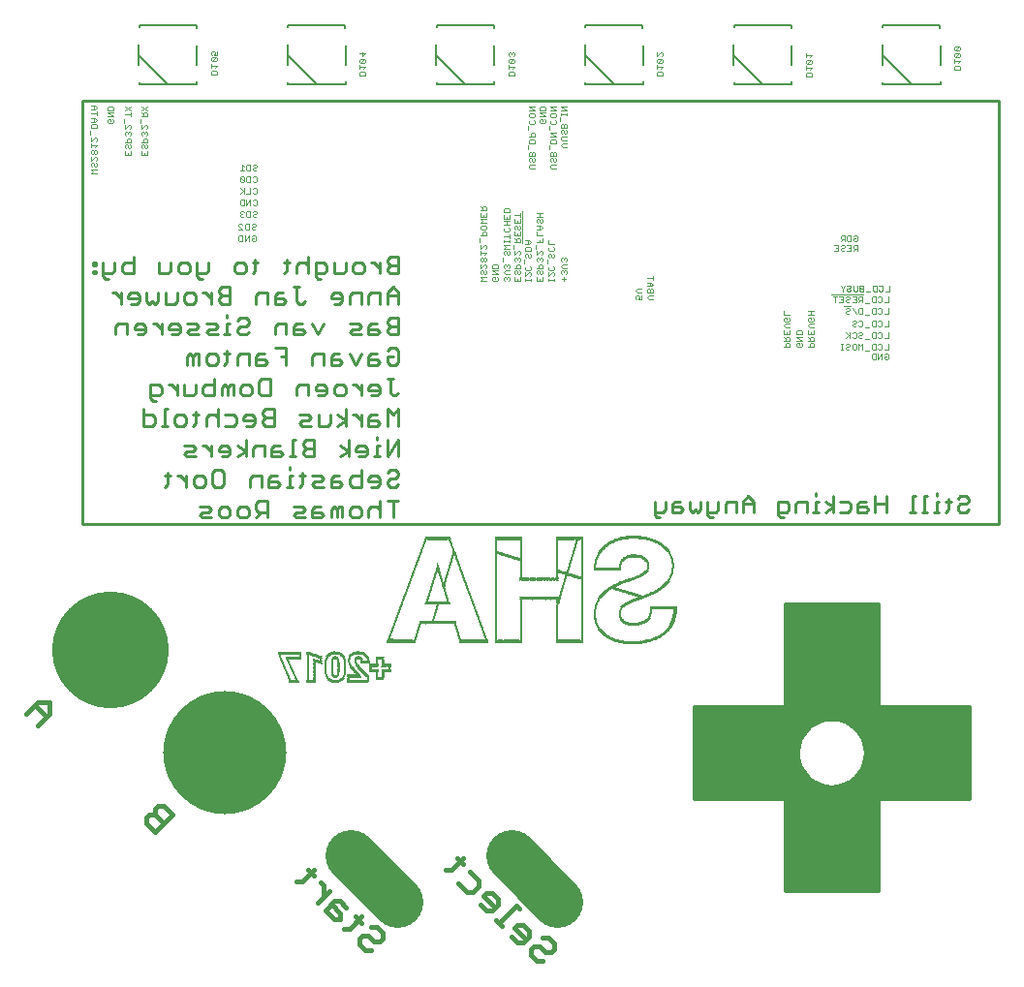
<source format=gbo>
G75*
%MOIN*%
%OFA0B0*%
%FSLAX24Y24*%
%IPPOS*%
%LPD*%
%AMOC8*
5,1,8,0,0,1.08239X$1,22.5*
%
%ADD10C,0.0100*%
%ADD11C,0.0040*%
%ADD12R,0.0010X0.0010*%
%ADD13R,0.0058X0.0010*%
%ADD14R,0.0029X0.0010*%
%ADD15R,0.0211X0.0010*%
%ADD16R,0.0019X0.0010*%
%ADD17R,0.0749X0.0010*%
%ADD18R,0.0269X0.0010*%
%ADD19R,0.0307X0.0010*%
%ADD20R,0.0327X0.0010*%
%ADD21R,0.0298X0.0010*%
%ADD22R,0.0759X0.0010*%
%ADD23R,0.0365X0.0010*%
%ADD24R,0.0403X0.0010*%
%ADD25R,0.0317X0.0010*%
%ADD26R,0.0423X0.0010*%
%ADD27R,0.0451X0.0010*%
%ADD28R,0.0231X0.0010*%
%ADD29R,0.0173X0.0010*%
%ADD30R,0.0077X0.0010*%
%ADD31R,0.0144X0.0010*%
%ADD32R,0.0086X0.0010*%
%ADD33R,0.0096X0.0010*%
%ADD34R,0.0134X0.0010*%
%ADD35R,0.0125X0.0010*%
%ADD36R,0.0288X0.0010*%
%ADD37R,0.0115X0.0010*%
%ADD38R,0.0106X0.0010*%
%ADD39R,0.0279X0.0010*%
%ADD40R,0.0067X0.0010*%
%ADD41R,0.0500X0.0010*%
%ADD42R,0.0154X0.0010*%
%ADD43R,0.0490X0.0010*%
%ADD44R,0.0480X0.0010*%
%ADD45R,0.0202X0.0010*%
%ADD46R,0.0471X0.0010*%
%ADD47R,0.0250X0.0010*%
%ADD48R,0.0442X0.0010*%
%ADD49R,0.0259X0.0010*%
%ADD50R,0.0048X0.0010*%
%ADD51R,0.0038X0.0010*%
%ADD52R,0.0163X0.0010*%
%ADD53R,0.0528X0.0010*%
%ADD54R,0.0538X0.0010*%
%ADD55R,0.0548X0.0010*%
%ADD56R,0.0557X0.0010*%
%ADD57R,0.0192X0.0010*%
%ADD58R,0.0240X0.0010*%
%ADD59R,0.0183X0.0010*%
%ADD60R,0.0769X0.0010*%
%ADD61R,0.0778X0.0010*%
%ADD62R,0.0221X0.0010*%
%ADD63R,0.0384X0.0010*%
%ADD64R,0.0375X0.0010*%
%ADD65R,0.0346X0.0010*%
%ADD66R,0.0336X0.0010*%
%ADD67R,0.0509X0.0010*%
%ADD68R,0.0682X0.0010*%
%ADD69R,0.0788X0.0010*%
%ADD70R,0.0893X0.0010*%
%ADD71R,0.0980X0.0010*%
%ADD72R,0.0932X0.0010*%
%ADD73R,0.0999X0.0010*%
%ADD74R,0.1057X0.0010*%
%ADD75R,0.0922X0.0010*%
%ADD76R,0.0989X0.0010*%
%ADD77R,0.1124X0.0010*%
%ADD78R,0.0941X0.0010*%
%ADD79R,0.1009X0.0010*%
%ADD80R,0.0413X0.0010*%
%ADD81R,0.0461X0.0010*%
%ADD82R,0.0586X0.0010*%
%ADD83R,0.0634X0.0010*%
%ADD84R,0.0720X0.0010*%
%ADD85R,0.1268X0.0010*%
%ADD86R,0.1258X0.0010*%
%ADD87R,0.1249X0.0010*%
%ADD88R,0.1239X0.0010*%
%ADD89R,0.1230X0.0010*%
%ADD90R,0.0865X0.0010*%
%ADD91R,0.0855X0.0010*%
%ADD92R,0.0845X0.0010*%
%ADD93R,0.0836X0.0010*%
%ADD94R,0.0826X0.0010*%
%ADD95R,0.1403X0.0010*%
%ADD96R,0.1412X0.0010*%
%ADD97R,0.1422X0.0010*%
%ADD98R,0.0432X0.0010*%
%ADD99R,0.0394X0.0010*%
%ADD100R,0.1335X0.0010*%
%ADD101R,0.1345X0.0010*%
%ADD102R,0.0624X0.0010*%
%ADD103R,0.0913X0.0010*%
%ADD104R,0.0903X0.0010*%
%ADD105R,0.0355X0.0010*%
%ADD106R,0.0884X0.0010*%
%ADD107R,0.0874X0.0010*%
%ADD108R,0.0711X0.0010*%
%ADD109R,0.0596X0.0010*%
%ADD110C,0.0150*%
%ADD111C,0.0160*%
%ADD112C,0.4240*%
%ADD113C,0.4015*%
%ADD114C,0.1772*%
%ADD115C,0.0110*%
%ADD116C,0.0080*%
D10*
X004943Y021089D02*
X004943Y035656D01*
X036479Y035656D01*
X036479Y021089D01*
X004943Y021089D01*
X024638Y021400D02*
X024732Y021307D01*
X024825Y021307D01*
X024918Y021493D02*
X024638Y021493D01*
X024638Y021400D02*
X024638Y021867D01*
X025012Y021867D02*
X025012Y021587D01*
X024918Y021493D01*
X025246Y021493D02*
X025246Y021774D01*
X025339Y021867D01*
X025526Y021867D01*
X025526Y021680D02*
X025246Y021680D01*
X025246Y021493D02*
X025526Y021493D01*
X025620Y021587D01*
X025526Y021680D01*
X025854Y021587D02*
X025854Y021867D01*
X025854Y021587D02*
X025947Y021493D01*
X026040Y021587D01*
X026134Y021493D01*
X026227Y021587D01*
X026227Y021867D01*
X026461Y021867D02*
X026461Y021400D01*
X026555Y021307D01*
X026648Y021307D01*
X026742Y021493D02*
X026461Y021493D01*
X026742Y021493D02*
X026835Y021587D01*
X026835Y021867D01*
X027069Y021774D02*
X027069Y021493D01*
X027069Y021774D02*
X027162Y021867D01*
X027443Y021867D01*
X027443Y021493D01*
X027677Y021493D02*
X027677Y021867D01*
X027864Y022054D01*
X028050Y021867D01*
X028050Y021493D01*
X028050Y021774D02*
X027677Y021774D01*
X028892Y021867D02*
X028892Y021400D01*
X028986Y021307D01*
X029079Y021307D01*
X029172Y021493D02*
X028892Y021493D01*
X029172Y021493D02*
X029266Y021587D01*
X029266Y021774D01*
X029172Y021867D01*
X028892Y021867D01*
X029500Y021774D02*
X029500Y021493D01*
X029500Y021774D02*
X029593Y021867D01*
X029874Y021867D01*
X029874Y021493D01*
X030092Y021493D02*
X030279Y021493D01*
X030185Y021493D02*
X030185Y021867D01*
X030279Y021867D01*
X030185Y022054D02*
X030185Y022147D01*
X030505Y021867D02*
X030785Y021680D01*
X030505Y021493D01*
X030785Y021493D02*
X030785Y022054D01*
X031019Y021867D02*
X031299Y021867D01*
X031393Y021774D01*
X031393Y021587D01*
X031299Y021493D01*
X031019Y021493D01*
X031627Y021493D02*
X031907Y021493D01*
X032001Y021587D01*
X031907Y021680D01*
X031627Y021680D01*
X031627Y021774D02*
X031627Y021493D01*
X031627Y021774D02*
X031720Y021867D01*
X031907Y021867D01*
X032235Y021774D02*
X032608Y021774D01*
X032608Y022054D02*
X032608Y021493D01*
X032235Y021493D02*
X032235Y022054D01*
X033528Y022054D02*
X033528Y021493D01*
X033621Y021493D02*
X033434Y021493D01*
X033839Y021493D02*
X034026Y021493D01*
X033933Y021493D02*
X033933Y022054D01*
X034026Y022054D01*
X034338Y022054D02*
X034338Y022147D01*
X034338Y021867D02*
X034338Y021493D01*
X034431Y021493D02*
X034245Y021493D01*
X034338Y021867D02*
X034431Y021867D01*
X034650Y021867D02*
X034837Y021867D01*
X034743Y021960D02*
X034743Y021587D01*
X034650Y021493D01*
X035071Y021587D02*
X035164Y021493D01*
X035351Y021493D01*
X035444Y021587D01*
X035351Y021774D02*
X035164Y021774D01*
X035071Y021680D01*
X035071Y021587D01*
X035351Y021774D02*
X035444Y021867D01*
X035444Y021960D01*
X035351Y022054D01*
X035164Y022054D01*
X035071Y021960D01*
X033621Y022054D02*
X033528Y022054D01*
D11*
X032646Y026739D02*
X032579Y026739D01*
X032546Y026772D01*
X032546Y026839D01*
X032612Y026839D01*
X032546Y026906D02*
X032579Y026939D01*
X032646Y026939D01*
X032679Y026906D01*
X032679Y026772D01*
X032646Y026739D01*
X032458Y026739D02*
X032458Y026939D01*
X032325Y026739D01*
X032325Y026939D01*
X032237Y026939D02*
X032137Y026939D01*
X032104Y026906D01*
X032104Y026772D01*
X032137Y026739D01*
X032237Y026739D01*
X032237Y026939D01*
X032237Y027093D02*
X032137Y027093D01*
X032104Y027127D01*
X032104Y027260D01*
X032137Y027293D01*
X032237Y027293D01*
X032237Y027093D01*
X032325Y027127D02*
X032358Y027093D01*
X032425Y027093D01*
X032458Y027127D01*
X032458Y027260D01*
X032425Y027293D01*
X032358Y027293D01*
X032325Y027260D01*
X032358Y027487D02*
X032325Y027520D01*
X032358Y027487D02*
X032425Y027487D01*
X032458Y027520D01*
X032458Y027654D01*
X032425Y027687D01*
X032358Y027687D01*
X032325Y027654D01*
X032237Y027687D02*
X032137Y027687D01*
X032104Y027654D01*
X032104Y027520D01*
X032137Y027487D01*
X032237Y027487D01*
X032237Y027687D01*
X032237Y027881D02*
X032137Y027881D01*
X032104Y027914D01*
X032104Y028048D01*
X032137Y028081D01*
X032237Y028081D01*
X032237Y027881D01*
X032325Y027914D02*
X032358Y027881D01*
X032425Y027881D01*
X032458Y027914D01*
X032458Y028048D01*
X032425Y028081D01*
X032358Y028081D01*
X032325Y028048D01*
X032358Y028314D02*
X032325Y028347D01*
X032358Y028314D02*
X032425Y028314D01*
X032458Y028347D01*
X032458Y028481D01*
X032425Y028514D01*
X032358Y028514D01*
X032325Y028481D01*
X032237Y028514D02*
X032137Y028514D01*
X032104Y028481D01*
X032104Y028347D01*
X032137Y028314D01*
X032237Y028314D01*
X032237Y028514D01*
X032237Y028707D02*
X032137Y028707D01*
X032104Y028741D01*
X032104Y028874D01*
X032137Y028908D01*
X032237Y028908D01*
X032237Y028707D01*
X032325Y028741D02*
X032358Y028707D01*
X032425Y028707D01*
X032458Y028741D01*
X032458Y028874D01*
X032425Y028908D01*
X032358Y028908D01*
X032325Y028874D01*
X032276Y029101D02*
X032176Y029101D01*
X032143Y029135D01*
X032143Y029268D01*
X032176Y029301D01*
X032276Y029301D01*
X032276Y029101D01*
X032364Y029135D02*
X032397Y029101D01*
X032464Y029101D01*
X032497Y029135D01*
X032497Y029268D01*
X032464Y029301D01*
X032397Y029301D01*
X032364Y029268D01*
X032585Y029101D02*
X032718Y029101D01*
X032718Y029301D01*
X032679Y028908D02*
X032679Y028707D01*
X032546Y028707D01*
X032679Y028514D02*
X032679Y028314D01*
X032546Y028314D01*
X032679Y028081D02*
X032679Y027881D01*
X032546Y027881D01*
X032679Y027687D02*
X032679Y027487D01*
X032546Y027487D01*
X032679Y027293D02*
X032679Y027093D01*
X032546Y027093D01*
X032016Y027060D02*
X031883Y027060D01*
X031795Y027093D02*
X031795Y027293D01*
X031728Y027227D01*
X031662Y027293D01*
X031662Y027093D01*
X031574Y027127D02*
X031541Y027093D01*
X031474Y027093D01*
X031441Y027127D01*
X031441Y027260D01*
X031474Y027293D01*
X031541Y027293D01*
X031574Y027260D01*
X031574Y027127D01*
X031353Y027127D02*
X031320Y027093D01*
X031253Y027093D01*
X031220Y027127D01*
X031220Y027160D01*
X031253Y027193D01*
X031320Y027193D01*
X031353Y027227D01*
X031353Y027260D01*
X031320Y027293D01*
X031253Y027293D01*
X031220Y027260D01*
X031132Y027293D02*
X031065Y027293D01*
X031099Y027293D02*
X031099Y027093D01*
X031132Y027093D02*
X031065Y027093D01*
X031220Y027487D02*
X031320Y027587D01*
X031353Y027554D02*
X031220Y027687D01*
X031353Y027687D02*
X031353Y027487D01*
X031441Y027520D02*
X031474Y027487D01*
X031541Y027487D01*
X031574Y027520D01*
X031574Y027654D01*
X031541Y027687D01*
X031474Y027687D01*
X031441Y027654D01*
X031662Y027654D02*
X031695Y027687D01*
X031762Y027687D01*
X031795Y027654D01*
X031795Y027620D01*
X031762Y027587D01*
X031695Y027587D01*
X031662Y027554D01*
X031662Y027520D01*
X031695Y027487D01*
X031762Y027487D01*
X031795Y027520D01*
X031883Y027454D02*
X032016Y027454D01*
X032016Y027847D02*
X031883Y027847D01*
X031795Y027914D02*
X031762Y027881D01*
X031695Y027881D01*
X031662Y027914D01*
X031574Y027914D02*
X031541Y027881D01*
X031474Y027881D01*
X031441Y027914D01*
X031441Y027947D01*
X031474Y027981D01*
X031541Y027981D01*
X031574Y028014D01*
X031574Y028048D01*
X031541Y028081D01*
X031474Y028081D01*
X031441Y028048D01*
X031662Y028048D02*
X031695Y028081D01*
X031762Y028081D01*
X031795Y028048D01*
X031795Y027914D01*
X031883Y028280D02*
X032016Y028280D01*
X031795Y028314D02*
X031695Y028314D01*
X031662Y028347D01*
X031662Y028481D01*
X031695Y028514D01*
X031795Y028514D01*
X031795Y028314D01*
X031574Y028314D02*
X031441Y028514D01*
X031353Y028481D02*
X031353Y028447D01*
X031320Y028414D01*
X031253Y028414D01*
X031220Y028381D01*
X031220Y028347D01*
X031253Y028314D01*
X031320Y028314D01*
X031353Y028347D01*
X031353Y028481D02*
X031320Y028514D01*
X031253Y028514D01*
X031220Y028481D01*
X031152Y028594D02*
X031373Y028594D01*
X031320Y028707D02*
X031353Y028741D01*
X031320Y028707D02*
X031253Y028707D01*
X031220Y028741D01*
X031220Y028774D01*
X031253Y028808D01*
X031320Y028808D01*
X031353Y028841D01*
X031353Y028874D01*
X031320Y028908D01*
X031253Y028908D01*
X031220Y028874D01*
X031132Y028908D02*
X031132Y028707D01*
X030999Y028707D01*
X031065Y028808D02*
X031132Y028808D01*
X031132Y028908D02*
X030999Y028908D01*
X030911Y028908D02*
X030778Y028908D01*
X030844Y028908D02*
X030844Y028707D01*
X030710Y028987D02*
X031815Y028987D01*
X031795Y028908D02*
X031695Y028908D01*
X031662Y028874D01*
X031662Y028808D01*
X031695Y028774D01*
X031795Y028774D01*
X031795Y028707D02*
X031795Y028908D01*
X031728Y028774D02*
X031662Y028707D01*
X031574Y028707D02*
X031441Y028707D01*
X031507Y028808D02*
X031574Y028808D01*
X031574Y028908D02*
X031574Y028707D01*
X031574Y028908D02*
X031441Y028908D01*
X031513Y029101D02*
X031480Y029135D01*
X031480Y029301D01*
X031392Y029268D02*
X031392Y029235D01*
X031359Y029201D01*
X031292Y029201D01*
X031259Y029168D01*
X031259Y029135D01*
X031292Y029101D01*
X031359Y029101D01*
X031392Y029135D01*
X031513Y029101D02*
X031580Y029101D01*
X031613Y029135D01*
X031613Y029301D01*
X031701Y029268D02*
X031701Y029235D01*
X031734Y029201D01*
X031834Y029201D01*
X031734Y029201D02*
X031701Y029168D01*
X031701Y029135D01*
X031734Y029101D01*
X031834Y029101D01*
X031834Y029301D01*
X031734Y029301D01*
X031701Y029268D01*
X031922Y029068D02*
X032055Y029068D01*
X032016Y028674D02*
X031883Y028674D01*
X031392Y029268D02*
X031359Y029301D01*
X031292Y029301D01*
X031259Y029268D01*
X031172Y029268D02*
X031105Y029201D01*
X031105Y029101D01*
X031105Y029201D02*
X031038Y029268D01*
X031038Y029301D01*
X031172Y029301D02*
X031172Y029268D01*
X031141Y030479D02*
X031174Y030512D01*
X031141Y030479D02*
X031074Y030479D01*
X031041Y030512D01*
X031041Y030546D01*
X031074Y030579D01*
X031141Y030579D01*
X031174Y030613D01*
X031174Y030646D01*
X031141Y030679D01*
X031074Y030679D01*
X031041Y030646D01*
X030953Y030679D02*
X030953Y030479D01*
X030820Y030479D01*
X030886Y030579D02*
X030953Y030579D01*
X030953Y030679D02*
X030820Y030679D01*
X031041Y030833D02*
X031107Y030900D01*
X031074Y030900D02*
X031174Y030900D01*
X031174Y030833D02*
X031174Y031034D01*
X031074Y031034D01*
X031041Y031000D01*
X031041Y030934D01*
X031074Y030900D01*
X031262Y030867D02*
X031262Y031000D01*
X031295Y031034D01*
X031395Y031034D01*
X031395Y030833D01*
X031295Y030833D01*
X031262Y030867D01*
X031262Y030679D02*
X031395Y030679D01*
X031395Y030479D01*
X031262Y030479D01*
X031328Y030579D02*
X031395Y030579D01*
X031483Y030579D02*
X031516Y030546D01*
X031616Y030546D01*
X031549Y030546D02*
X031483Y030479D01*
X031483Y030579D02*
X031483Y030646D01*
X031516Y030679D01*
X031616Y030679D01*
X031616Y030479D01*
X031583Y030833D02*
X031516Y030833D01*
X031483Y030867D01*
X031483Y030934D01*
X031549Y030934D01*
X031483Y031000D02*
X031516Y031034D01*
X031583Y031034D01*
X031616Y031000D01*
X031616Y030867D01*
X031583Y030833D01*
X030124Y028410D02*
X029924Y028410D01*
X030024Y028410D02*
X030024Y028277D01*
X030024Y028189D02*
X030024Y028123D01*
X030024Y028189D02*
X029957Y028189D01*
X029924Y028156D01*
X029924Y028089D01*
X029957Y028056D01*
X030091Y028056D01*
X030124Y028089D01*
X030124Y028156D01*
X030091Y028189D01*
X030124Y028277D02*
X029924Y028277D01*
X029991Y027968D02*
X029924Y027902D01*
X029991Y027835D01*
X030124Y027835D01*
X030124Y027747D02*
X030124Y027614D01*
X029924Y027614D01*
X029924Y027747D01*
X030024Y027681D02*
X030024Y027614D01*
X030024Y027526D02*
X029991Y027493D01*
X029991Y027393D01*
X029991Y027460D02*
X029924Y027526D01*
X030024Y027526D02*
X030091Y027526D01*
X030124Y027493D01*
X030124Y027393D01*
X029924Y027393D01*
X030024Y027305D02*
X029991Y027272D01*
X029991Y027172D01*
X029924Y027172D02*
X030124Y027172D01*
X030124Y027272D01*
X030091Y027305D01*
X030024Y027305D01*
X029730Y027272D02*
X029730Y027205D01*
X029697Y027172D01*
X029563Y027172D01*
X029530Y027205D01*
X029530Y027272D01*
X029563Y027305D01*
X029630Y027305D01*
X029630Y027239D01*
X029697Y027305D02*
X029730Y027272D01*
X029730Y027393D02*
X029530Y027526D01*
X029730Y027526D01*
X029730Y027614D02*
X029530Y027614D01*
X029530Y027714D01*
X029563Y027747D01*
X029697Y027747D01*
X029730Y027714D01*
X029730Y027614D01*
X029730Y027393D02*
X029530Y027393D01*
X029297Y027393D02*
X029297Y027493D01*
X029264Y027526D01*
X029197Y027526D01*
X029164Y027493D01*
X029164Y027393D01*
X029164Y027460D02*
X029097Y027526D01*
X029097Y027614D02*
X029097Y027747D01*
X029164Y027835D02*
X029097Y027902D01*
X029164Y027968D01*
X029297Y027968D01*
X029264Y028056D02*
X029130Y028056D01*
X029097Y028089D01*
X029097Y028156D01*
X029130Y028189D01*
X029197Y028189D01*
X029197Y028123D01*
X029264Y028189D02*
X029297Y028156D01*
X029297Y028089D01*
X029264Y028056D01*
X029297Y028277D02*
X029097Y028277D01*
X029097Y028410D01*
X029164Y027835D02*
X029297Y027835D01*
X029297Y027747D02*
X029297Y027614D01*
X029097Y027614D01*
X029197Y027614D02*
X029197Y027681D01*
X029097Y027393D02*
X029297Y027393D01*
X029264Y027305D02*
X029197Y027305D01*
X029164Y027272D01*
X029164Y027172D01*
X029097Y027172D02*
X029297Y027172D01*
X029297Y027272D01*
X029264Y027305D01*
X029991Y027968D02*
X030124Y027968D01*
X024573Y028826D02*
X024439Y028826D01*
X024373Y028892D01*
X024439Y028959D01*
X024573Y028959D01*
X024573Y029047D02*
X024573Y029147D01*
X024539Y029180D01*
X024506Y029180D01*
X024473Y029147D01*
X024473Y029047D01*
X024473Y029147D02*
X024439Y029180D01*
X024406Y029180D01*
X024373Y029147D01*
X024373Y029047D01*
X024573Y029047D01*
X024506Y029268D02*
X024373Y029268D01*
X024473Y029268D02*
X024473Y029401D01*
X024506Y029401D02*
X024373Y029401D01*
X024506Y029401D02*
X024573Y029334D01*
X024506Y029268D01*
X024573Y029489D02*
X024573Y029622D01*
X024573Y029555D02*
X024373Y029555D01*
X024179Y029180D02*
X024046Y029180D01*
X023979Y029113D01*
X024046Y029047D01*
X024179Y029047D01*
X024179Y028959D02*
X024179Y028826D01*
X024079Y028826D01*
X024112Y028892D01*
X024112Y028926D01*
X024079Y028959D01*
X024012Y028959D01*
X023979Y028926D01*
X023979Y028859D01*
X024012Y028826D01*
X021620Y029710D02*
X021620Y029777D01*
X021587Y029810D01*
X021553Y029810D01*
X021520Y029777D01*
X021487Y029810D01*
X021453Y029810D01*
X021420Y029777D01*
X021420Y029710D01*
X021453Y029676D01*
X021520Y029743D02*
X021520Y029777D01*
X021620Y029710D02*
X021587Y029676D01*
X021520Y029589D02*
X021520Y029456D01*
X021587Y029522D02*
X021453Y029522D01*
X021187Y029522D02*
X021187Y029456D01*
X021187Y029489D02*
X020987Y029489D01*
X020987Y029456D02*
X020987Y029522D01*
X020987Y029603D02*
X021120Y029736D01*
X021154Y029736D01*
X021187Y029703D01*
X021187Y029636D01*
X021154Y029603D01*
X020987Y029603D02*
X020987Y029736D01*
X021020Y029824D02*
X020987Y029857D01*
X020987Y029924D01*
X021020Y029957D01*
X020953Y030045D02*
X020953Y030178D01*
X021020Y030266D02*
X020987Y030299D01*
X020987Y030366D01*
X021020Y030399D01*
X021053Y030399D01*
X021087Y030366D01*
X021087Y030299D01*
X021120Y030266D01*
X021154Y030266D01*
X021187Y030299D01*
X021187Y030366D01*
X021154Y030399D01*
X021154Y030487D02*
X021020Y030487D01*
X020987Y030520D01*
X020987Y030587D01*
X021020Y030620D01*
X020987Y030708D02*
X020987Y030841D01*
X020987Y030708D02*
X021187Y030708D01*
X021154Y030620D02*
X021187Y030587D01*
X021187Y030520D01*
X021154Y030487D01*
X020793Y030440D02*
X020793Y030373D01*
X020760Y030339D01*
X020760Y030252D02*
X020727Y030252D01*
X020693Y030219D01*
X020660Y030252D01*
X020626Y030252D01*
X020593Y030219D01*
X020593Y030152D01*
X020626Y030118D01*
X020693Y030185D02*
X020693Y030219D01*
X020760Y030252D02*
X020793Y030219D01*
X020793Y030152D01*
X020760Y030118D01*
X020760Y030031D02*
X020693Y030031D01*
X020660Y029998D01*
X020660Y029897D01*
X020593Y029897D02*
X020793Y029897D01*
X020793Y029998D01*
X020760Y030031D01*
X020760Y029810D02*
X020793Y029777D01*
X020793Y029710D01*
X020760Y029676D01*
X020727Y029676D01*
X020693Y029710D01*
X020693Y029777D01*
X020660Y029810D01*
X020626Y029810D01*
X020593Y029777D01*
X020593Y029710D01*
X020626Y029676D01*
X020593Y029589D02*
X020593Y029456D01*
X020793Y029456D01*
X020793Y029589D01*
X020693Y029522D02*
X020693Y029456D01*
X020400Y029456D02*
X020400Y029522D01*
X020400Y029489D02*
X020199Y029489D01*
X020199Y029456D02*
X020199Y029522D01*
X020199Y029603D02*
X020333Y029736D01*
X020366Y029736D01*
X020400Y029703D01*
X020400Y029636D01*
X020366Y029603D01*
X020199Y029603D02*
X020199Y029736D01*
X020233Y029824D02*
X020199Y029857D01*
X020199Y029924D01*
X020233Y029957D01*
X020166Y030045D02*
X020166Y030178D01*
X020233Y030266D02*
X020199Y030299D01*
X020199Y030366D01*
X020233Y030399D01*
X020266Y030399D01*
X020299Y030366D01*
X020299Y030299D01*
X020333Y030266D01*
X020366Y030266D01*
X020400Y030299D01*
X020400Y030366D01*
X020366Y030399D01*
X020400Y030487D02*
X020199Y030487D01*
X020199Y030587D01*
X020233Y030620D01*
X020366Y030620D01*
X020400Y030587D01*
X020400Y030487D01*
X020560Y030560D02*
X020560Y030694D01*
X020593Y030781D02*
X020793Y030781D01*
X020793Y030915D01*
X020793Y031002D02*
X020593Y031002D01*
X020593Y031136D01*
X020593Y031223D02*
X020727Y031223D01*
X020793Y031290D01*
X020727Y031357D01*
X020593Y031357D01*
X020626Y031444D02*
X020593Y031478D01*
X020593Y031544D01*
X020626Y031578D01*
X020660Y031578D01*
X020693Y031544D01*
X020693Y031478D01*
X020727Y031444D01*
X020760Y031444D01*
X020793Y031478D01*
X020793Y031544D01*
X020760Y031578D01*
X020793Y031665D02*
X020593Y031665D01*
X020693Y031665D02*
X020693Y031799D01*
X020793Y031799D02*
X020593Y031799D01*
X020693Y031357D02*
X020693Y031223D01*
X020693Y030848D02*
X020693Y030781D01*
X020400Y030775D02*
X020333Y030841D01*
X020199Y030841D01*
X020299Y030841D02*
X020299Y030708D01*
X020333Y030708D02*
X020400Y030775D01*
X020333Y030708D02*
X020199Y030708D01*
X020086Y030761D02*
X020086Y031866D01*
X020006Y031799D02*
X020006Y031665D01*
X020006Y031732D02*
X019806Y031732D01*
X019806Y031578D02*
X019806Y031444D01*
X020006Y031444D01*
X020006Y031578D01*
X019906Y031511D02*
X019906Y031444D01*
X019872Y031357D02*
X019839Y031357D01*
X019806Y031324D01*
X019806Y031257D01*
X019839Y031223D01*
X019906Y031257D02*
X019906Y031324D01*
X019872Y031357D01*
X019972Y031357D02*
X020006Y031324D01*
X020006Y031257D01*
X019972Y031223D01*
X019939Y031223D01*
X019906Y031257D01*
X020006Y031136D02*
X020006Y031002D01*
X019806Y031002D01*
X019806Y031136D01*
X019906Y031069D02*
X019906Y031002D01*
X019906Y030915D02*
X019872Y030882D01*
X019872Y030781D01*
X019806Y030781D02*
X020006Y030781D01*
X020006Y030882D01*
X019972Y030915D01*
X019906Y030915D01*
X019872Y030848D02*
X019806Y030915D01*
X019652Y030929D02*
X019652Y031062D01*
X019652Y030995D02*
X019451Y030995D01*
X019451Y030848D02*
X019451Y030781D01*
X019451Y030815D02*
X019652Y030815D01*
X019652Y030848D02*
X019652Y030781D01*
X019652Y030694D02*
X019451Y030694D01*
X019518Y030627D01*
X019451Y030560D01*
X019652Y030560D01*
X019618Y030473D02*
X019652Y030440D01*
X019652Y030373D01*
X019618Y030339D01*
X019585Y030339D01*
X019551Y030373D01*
X019551Y030440D01*
X019518Y030473D01*
X019485Y030473D01*
X019451Y030440D01*
X019451Y030373D01*
X019485Y030339D01*
X019418Y030252D02*
X019418Y030118D01*
X019485Y030031D02*
X019451Y029998D01*
X019451Y029931D01*
X019485Y029897D01*
X019518Y029810D02*
X019652Y029810D01*
X019618Y029897D02*
X019652Y029931D01*
X019652Y029998D01*
X019618Y030031D01*
X019585Y030031D01*
X019551Y029998D01*
X019518Y030031D01*
X019485Y030031D01*
X019551Y029998D02*
X019551Y029964D01*
X019518Y029810D02*
X019451Y029743D01*
X019518Y029676D01*
X019652Y029676D01*
X019618Y029589D02*
X019585Y029589D01*
X019551Y029556D01*
X019518Y029589D01*
X019485Y029589D01*
X019451Y029556D01*
X019451Y029489D01*
X019485Y029456D01*
X019551Y029522D02*
X019551Y029556D01*
X019618Y029589D02*
X019652Y029556D01*
X019652Y029489D01*
X019618Y029456D01*
X019806Y029456D02*
X019806Y029589D01*
X019839Y029676D02*
X019806Y029710D01*
X019806Y029777D01*
X019839Y029810D01*
X019872Y029810D01*
X019906Y029777D01*
X019906Y029710D01*
X019939Y029676D01*
X019972Y029676D01*
X020006Y029710D01*
X020006Y029777D01*
X019972Y029810D01*
X020006Y029897D02*
X019806Y029897D01*
X019872Y029897D02*
X019872Y029998D01*
X019906Y030031D01*
X019972Y030031D01*
X020006Y029998D01*
X020006Y029897D01*
X019972Y030118D02*
X020006Y030152D01*
X020006Y030219D01*
X019972Y030252D01*
X019939Y030252D01*
X019906Y030219D01*
X019872Y030252D01*
X019839Y030252D01*
X019806Y030219D01*
X019806Y030152D01*
X019839Y030118D01*
X019906Y030185D02*
X019906Y030219D01*
X019972Y030339D02*
X020006Y030373D01*
X020006Y030440D01*
X019972Y030473D01*
X019939Y030473D01*
X019806Y030339D01*
X019806Y030473D01*
X019772Y030560D02*
X019772Y030694D01*
X019618Y031150D02*
X019485Y031150D01*
X019451Y031183D01*
X019451Y031250D01*
X019485Y031283D01*
X019451Y031371D02*
X019652Y031371D01*
X019618Y031283D02*
X019652Y031250D01*
X019652Y031183D01*
X019618Y031150D01*
X019551Y031371D02*
X019551Y031504D01*
X019551Y031592D02*
X019551Y031658D01*
X019451Y031592D02*
X019451Y031725D01*
X019451Y031813D02*
X019451Y031913D01*
X019485Y031946D01*
X019618Y031946D01*
X019652Y031913D01*
X019652Y031813D01*
X019451Y031813D01*
X019652Y031725D02*
X019652Y031592D01*
X019451Y031592D01*
X019451Y031504D02*
X019652Y031504D01*
X018864Y031444D02*
X018664Y031444D01*
X018731Y031511D01*
X018664Y031578D01*
X018864Y031578D01*
X018864Y031665D02*
X018664Y031665D01*
X018664Y031799D01*
X018664Y031886D02*
X018864Y031886D01*
X018864Y031986D01*
X018831Y032020D01*
X018764Y032020D01*
X018731Y031986D01*
X018731Y031886D01*
X018731Y031953D02*
X018664Y032020D01*
X018864Y031799D02*
X018864Y031665D01*
X018764Y031665D02*
X018764Y031732D01*
X018697Y031357D02*
X018831Y031357D01*
X018864Y031324D01*
X018864Y031257D01*
X018831Y031223D01*
X018697Y031223D01*
X018664Y031257D01*
X018664Y031324D01*
X018697Y031357D01*
X018764Y031136D02*
X018731Y031103D01*
X018731Y031002D01*
X018664Y031002D02*
X018864Y031002D01*
X018864Y031103D01*
X018831Y031136D01*
X018764Y031136D01*
X018631Y030915D02*
X018631Y030781D01*
X018664Y030694D02*
X018664Y030560D01*
X018797Y030694D01*
X018831Y030694D01*
X018864Y030661D01*
X018864Y030594D01*
X018831Y030560D01*
X018864Y030406D02*
X018664Y030406D01*
X018664Y030339D02*
X018664Y030473D01*
X018797Y030339D02*
X018864Y030406D01*
X018831Y030252D02*
X018797Y030252D01*
X018764Y030219D01*
X018764Y030152D01*
X018797Y030118D01*
X018831Y030118D01*
X018864Y030152D01*
X018864Y030219D01*
X018831Y030252D01*
X018764Y030219D02*
X018731Y030252D01*
X018697Y030252D01*
X018664Y030219D01*
X018664Y030152D01*
X018697Y030118D01*
X018731Y030118D01*
X018764Y030152D01*
X018797Y030031D02*
X018664Y029897D01*
X018664Y030031D01*
X018797Y030031D02*
X018831Y030031D01*
X018864Y029998D01*
X018864Y029931D01*
X018831Y029897D01*
X018831Y029810D02*
X018864Y029777D01*
X018864Y029710D01*
X018831Y029676D01*
X018797Y029676D01*
X018764Y029710D01*
X018764Y029777D01*
X018731Y029810D01*
X018697Y029810D01*
X018664Y029777D01*
X018664Y029710D01*
X018697Y029676D01*
X018664Y029589D02*
X018864Y029589D01*
X018864Y029456D02*
X018664Y029456D01*
X018731Y029522D01*
X018664Y029589D01*
X019058Y029556D02*
X019091Y029589D01*
X019158Y029589D01*
X019158Y029522D01*
X019224Y029456D02*
X019091Y029456D01*
X019058Y029489D01*
X019058Y029556D01*
X019058Y029676D02*
X019258Y029676D01*
X019058Y029810D01*
X019258Y029810D01*
X019258Y029897D02*
X019258Y029998D01*
X019224Y030031D01*
X019091Y030031D01*
X019058Y029998D01*
X019058Y029897D01*
X019258Y029897D01*
X019224Y029589D02*
X019258Y029556D01*
X019258Y029489D01*
X019224Y029456D01*
X019806Y029456D02*
X020006Y029456D01*
X020006Y029589D01*
X019906Y029522D02*
X019906Y029456D01*
X020233Y029824D02*
X020366Y029824D01*
X020400Y029857D01*
X020400Y029924D01*
X020366Y029957D01*
X020593Y030339D02*
X020727Y030473D01*
X020760Y030473D01*
X020793Y030440D01*
X020593Y030473D02*
X020593Y030339D01*
X021020Y029824D02*
X021154Y029824D01*
X021187Y029857D01*
X021187Y029924D01*
X021154Y029957D01*
X021420Y029964D02*
X021487Y030031D01*
X021620Y030031D01*
X021587Y030118D02*
X021620Y030152D01*
X021620Y030219D01*
X021587Y030252D01*
X021553Y030252D01*
X021520Y030219D01*
X021487Y030252D01*
X021453Y030252D01*
X021420Y030219D01*
X021420Y030152D01*
X021453Y030118D01*
X021520Y030185D02*
X021520Y030219D01*
X021420Y029964D02*
X021487Y029897D01*
X021620Y029897D01*
X021266Y033314D02*
X021099Y033314D01*
X021066Y033347D01*
X021066Y033414D01*
X021099Y033447D01*
X021266Y033447D01*
X021232Y033535D02*
X021199Y033535D01*
X021166Y033568D01*
X021166Y033635D01*
X021132Y033668D01*
X021099Y033668D01*
X021066Y033635D01*
X021066Y033568D01*
X021099Y033535D01*
X021232Y033535D02*
X021266Y033568D01*
X021266Y033635D01*
X021232Y033668D01*
X021266Y033756D02*
X021266Y033856D01*
X021232Y033889D01*
X021199Y033889D01*
X021166Y033856D01*
X021166Y033756D01*
X021066Y033756D02*
X021266Y033756D01*
X021166Y033856D02*
X021132Y033889D01*
X021099Y033889D01*
X021066Y033856D01*
X021066Y033756D01*
X021032Y033977D02*
X021032Y034110D01*
X021066Y034198D02*
X021066Y034298D01*
X021099Y034331D01*
X021232Y034331D01*
X021266Y034298D01*
X021266Y034198D01*
X021066Y034198D01*
X021066Y034419D02*
X021266Y034419D01*
X021066Y034552D01*
X021266Y034552D01*
X021420Y034537D02*
X021453Y034504D01*
X021420Y034537D02*
X021420Y034604D01*
X021453Y034637D01*
X021487Y034637D01*
X021520Y034604D01*
X021520Y034537D01*
X021553Y034504D01*
X021587Y034504D01*
X021620Y034537D01*
X021620Y034604D01*
X021587Y034637D01*
X021620Y034725D02*
X021420Y034725D01*
X021420Y034825D01*
X021453Y034858D01*
X021487Y034858D01*
X021520Y034825D01*
X021520Y034725D01*
X021520Y034825D02*
X021553Y034858D01*
X021587Y034858D01*
X021620Y034825D01*
X021620Y034725D01*
X021620Y034416D02*
X021453Y034416D01*
X021420Y034383D01*
X021420Y034316D01*
X021453Y034283D01*
X021620Y034283D01*
X021620Y034195D02*
X021487Y034195D01*
X021420Y034129D01*
X021487Y034062D01*
X021620Y034062D01*
X021232Y034861D02*
X021099Y034861D01*
X021066Y034894D01*
X021066Y034961D01*
X021099Y034994D01*
X021099Y035082D02*
X021066Y035115D01*
X021066Y035182D01*
X021099Y035215D01*
X021232Y035215D01*
X021266Y035182D01*
X021266Y035115D01*
X021232Y035082D01*
X021099Y035082D01*
X021232Y034994D02*
X021266Y034961D01*
X021266Y034894D01*
X021232Y034861D01*
X021386Y034946D02*
X021386Y035079D01*
X021420Y035167D02*
X021420Y035233D01*
X021420Y035200D02*
X021620Y035200D01*
X021620Y035167D02*
X021620Y035233D01*
X021620Y035314D02*
X021420Y035448D01*
X021620Y035448D01*
X021620Y035314D02*
X021420Y035314D01*
X021266Y035303D02*
X021066Y035436D01*
X021266Y035436D01*
X021266Y035303D02*
X021066Y035303D01*
X020872Y035331D02*
X020872Y035431D01*
X020839Y035464D01*
X020705Y035464D01*
X020672Y035431D01*
X020672Y035331D01*
X020872Y035331D01*
X020872Y035243D02*
X020672Y035243D01*
X020872Y035110D01*
X020672Y035110D01*
X020705Y035022D02*
X020772Y035022D01*
X020772Y034955D01*
X020839Y034889D02*
X020705Y034889D01*
X020672Y034922D01*
X020672Y034989D01*
X020705Y035022D01*
X020839Y035022D02*
X020872Y034989D01*
X020872Y034922D01*
X020839Y034889D01*
X021032Y034773D02*
X021032Y034640D01*
X020518Y034519D02*
X020518Y034419D01*
X020317Y034419D01*
X020384Y034419D02*
X020384Y034519D01*
X020418Y034552D01*
X020484Y034552D01*
X020518Y034519D01*
X020484Y034331D02*
X020351Y034331D01*
X020317Y034298D01*
X020317Y034198D01*
X020518Y034198D01*
X020518Y034298D01*
X020484Y034331D01*
X020284Y034110D02*
X020284Y033977D01*
X020351Y033889D02*
X020317Y033856D01*
X020317Y033756D01*
X020518Y033756D01*
X020518Y033856D01*
X020484Y033889D01*
X020451Y033889D01*
X020418Y033856D01*
X020418Y033756D01*
X020384Y033668D02*
X020418Y033635D01*
X020418Y033568D01*
X020451Y033535D01*
X020484Y033535D01*
X020518Y033568D01*
X020518Y033635D01*
X020484Y033668D01*
X020384Y033668D02*
X020351Y033668D01*
X020317Y033635D01*
X020317Y033568D01*
X020351Y033535D01*
X020351Y033447D02*
X020518Y033447D01*
X020518Y033314D02*
X020351Y033314D01*
X020317Y033347D01*
X020317Y033414D01*
X020351Y033447D01*
X020418Y033856D02*
X020384Y033889D01*
X020351Y033889D01*
X020284Y034640D02*
X020284Y034773D01*
X020351Y034861D02*
X020317Y034894D01*
X020317Y034961D01*
X020351Y034994D01*
X020351Y035082D02*
X020317Y035115D01*
X020317Y035182D01*
X020351Y035215D01*
X020484Y035215D01*
X020518Y035182D01*
X020518Y035115D01*
X020484Y035082D01*
X020351Y035082D01*
X020484Y034994D02*
X020518Y034961D01*
X020518Y034894D01*
X020484Y034861D01*
X020351Y034861D01*
X020317Y035303D02*
X020518Y035303D01*
X020317Y035436D01*
X020518Y035436D01*
X019809Y036524D02*
X019809Y036624D01*
X019776Y036657D01*
X019642Y036657D01*
X019609Y036624D01*
X019609Y036524D01*
X019809Y036524D01*
X019742Y036745D02*
X019809Y036812D01*
X019609Y036812D01*
X019609Y036878D02*
X019609Y036745D01*
X019642Y036966D02*
X019776Y037099D01*
X019642Y037099D01*
X019609Y037066D01*
X019609Y036999D01*
X019642Y036966D01*
X019776Y036966D01*
X019809Y036999D01*
X019809Y037066D01*
X019776Y037099D01*
X019776Y037187D02*
X019809Y037220D01*
X019809Y037287D01*
X019776Y037320D01*
X019742Y037320D01*
X019709Y037287D01*
X019676Y037320D01*
X019642Y037320D01*
X019609Y037287D01*
X019609Y037220D01*
X019642Y037187D01*
X019709Y037254D02*
X019709Y037287D01*
X024727Y037320D02*
X024727Y037187D01*
X024860Y037320D01*
X024894Y037320D01*
X024927Y037287D01*
X024927Y037220D01*
X024894Y037187D01*
X024894Y037099D02*
X024760Y036966D01*
X024727Y036999D01*
X024727Y037066D01*
X024760Y037099D01*
X024894Y037099D01*
X024927Y037066D01*
X024927Y036999D01*
X024894Y036966D01*
X024760Y036966D01*
X024727Y036878D02*
X024727Y036745D01*
X024727Y036812D02*
X024927Y036812D01*
X024860Y036745D01*
X024894Y036657D02*
X024927Y036624D01*
X024927Y036524D01*
X024727Y036524D01*
X024727Y036624D01*
X024760Y036657D01*
X024894Y036657D01*
X029845Y036706D02*
X029845Y036839D01*
X029845Y036772D02*
X030045Y036772D01*
X029978Y036706D01*
X030012Y036618D02*
X029878Y036618D01*
X029845Y036585D01*
X029845Y036485D01*
X030045Y036485D01*
X030045Y036585D01*
X030012Y036618D01*
X030012Y036927D02*
X030045Y036960D01*
X030045Y037027D01*
X030012Y037060D01*
X029878Y036927D01*
X029845Y036960D01*
X029845Y037027D01*
X029878Y037060D01*
X030012Y037060D01*
X029978Y037148D02*
X030045Y037214D01*
X029845Y037214D01*
X029845Y037148D02*
X029845Y037281D01*
X029878Y036927D02*
X030012Y036927D01*
X034963Y036942D02*
X034963Y037075D01*
X034963Y037009D02*
X035163Y037009D01*
X035097Y036942D01*
X035130Y036854D02*
X035163Y036821D01*
X035163Y036721D01*
X034963Y036721D01*
X034963Y036821D01*
X034997Y036854D01*
X035130Y036854D01*
X035130Y037163D02*
X035163Y037196D01*
X035163Y037263D01*
X035130Y037296D01*
X034997Y037163D01*
X034963Y037196D01*
X034963Y037263D01*
X034997Y037296D01*
X035130Y037296D01*
X035130Y037384D02*
X035163Y037417D01*
X035163Y037484D01*
X035130Y037517D01*
X034997Y037384D01*
X034963Y037417D01*
X034963Y037484D01*
X034997Y037517D01*
X035130Y037517D01*
X035130Y037384D02*
X034997Y037384D01*
X034997Y037163D02*
X035130Y037163D01*
X014691Y037066D02*
X014658Y037099D01*
X014524Y036966D01*
X014491Y036999D01*
X014491Y037066D01*
X014524Y037099D01*
X014658Y037099D01*
X014691Y037066D02*
X014691Y036999D01*
X014658Y036966D01*
X014524Y036966D01*
X014491Y036878D02*
X014491Y036745D01*
X014491Y036812D02*
X014691Y036812D01*
X014624Y036745D01*
X014658Y036657D02*
X014691Y036624D01*
X014691Y036524D01*
X014491Y036524D01*
X014491Y036624D01*
X014524Y036657D01*
X014658Y036657D01*
X014591Y037187D02*
X014591Y037320D01*
X014691Y037287D02*
X014591Y037187D01*
X014491Y037287D02*
X014691Y037287D01*
X010913Y033435D02*
X010947Y033402D01*
X010947Y033368D01*
X010913Y033335D01*
X010847Y033335D01*
X010813Y033302D01*
X010813Y033268D01*
X010847Y033235D01*
X010913Y033235D01*
X010947Y033268D01*
X010913Y033435D02*
X010847Y033435D01*
X010813Y033402D01*
X010726Y033435D02*
X010626Y033435D01*
X010592Y033402D01*
X010592Y033268D01*
X010626Y033235D01*
X010726Y033235D01*
X010726Y033435D01*
X010505Y033368D02*
X010438Y033435D01*
X010438Y033235D01*
X010505Y033235D02*
X010371Y033235D01*
X010405Y033042D02*
X010371Y033008D01*
X010505Y032875D01*
X010471Y032841D01*
X010405Y032841D01*
X010371Y032875D01*
X010371Y033008D01*
X010405Y033042D02*
X010471Y033042D01*
X010505Y033008D01*
X010505Y032875D01*
X010592Y032875D02*
X010592Y033008D01*
X010626Y033042D01*
X010726Y033042D01*
X010726Y032841D01*
X010626Y032841D01*
X010592Y032875D01*
X010813Y032875D02*
X010847Y032841D01*
X010913Y032841D01*
X010947Y032875D01*
X010947Y033008D01*
X010913Y033042D01*
X010847Y033042D01*
X010813Y033008D01*
X010847Y032648D02*
X010913Y032648D01*
X010947Y032614D01*
X010947Y032481D01*
X010913Y032448D01*
X010847Y032448D01*
X010813Y032481D01*
X010726Y032448D02*
X010726Y032648D01*
X010813Y032614D02*
X010847Y032648D01*
X010726Y032448D02*
X010592Y032448D01*
X010505Y032448D02*
X010505Y032648D01*
X010471Y032548D02*
X010371Y032448D01*
X010505Y032514D02*
X010371Y032648D01*
X010405Y032254D02*
X010371Y032221D01*
X010371Y032087D01*
X010405Y032054D01*
X010505Y032054D01*
X010505Y032254D01*
X010405Y032254D01*
X010592Y032254D02*
X010592Y032054D01*
X010726Y032254D01*
X010726Y032054D01*
X010813Y032087D02*
X010847Y032054D01*
X010913Y032054D01*
X010947Y032087D01*
X010947Y032221D01*
X010913Y032254D01*
X010847Y032254D01*
X010813Y032221D01*
X010847Y031860D02*
X010913Y031860D01*
X010947Y031827D01*
X010947Y031794D01*
X010913Y031760D01*
X010847Y031760D01*
X010813Y031727D01*
X010813Y031694D01*
X010847Y031660D01*
X010913Y031660D01*
X010947Y031694D01*
X010813Y031827D02*
X010847Y031860D01*
X010726Y031860D02*
X010626Y031860D01*
X010592Y031827D01*
X010592Y031694D01*
X010626Y031660D01*
X010726Y031660D01*
X010726Y031860D01*
X010505Y031827D02*
X010471Y031860D01*
X010405Y031860D01*
X010371Y031827D01*
X010371Y031794D01*
X010405Y031760D01*
X010371Y031727D01*
X010371Y031694D01*
X010405Y031660D01*
X010471Y031660D01*
X010505Y031694D01*
X010438Y031760D02*
X010405Y031760D01*
X010432Y031427D02*
X010365Y031427D01*
X010332Y031394D01*
X010332Y031361D01*
X010465Y031227D01*
X010332Y031227D01*
X010365Y031034D02*
X010465Y031034D01*
X010465Y030833D01*
X010365Y030833D01*
X010332Y030867D01*
X010332Y031000D01*
X010365Y031034D01*
X010553Y031034D02*
X010553Y030833D01*
X010686Y031034D01*
X010686Y030833D01*
X010774Y030867D02*
X010774Y030934D01*
X010841Y030934D01*
X010907Y031000D02*
X010907Y030867D01*
X010874Y030833D01*
X010807Y030833D01*
X010774Y030867D01*
X010774Y031000D02*
X010807Y031034D01*
X010874Y031034D01*
X010907Y031000D01*
X010874Y031227D02*
X010907Y031261D01*
X010874Y031227D02*
X010807Y031227D01*
X010774Y031261D01*
X010774Y031294D01*
X010807Y031327D01*
X010874Y031327D01*
X010907Y031361D01*
X010907Y031394D01*
X010874Y031427D01*
X010807Y031427D01*
X010774Y031394D01*
X010686Y031427D02*
X010586Y031427D01*
X010553Y031394D01*
X010553Y031261D01*
X010586Y031227D01*
X010686Y031227D01*
X010686Y031427D01*
X010465Y031394D02*
X010432Y031427D01*
X007171Y033786D02*
X006971Y033786D01*
X006971Y033920D01*
X007004Y034007D02*
X006971Y034041D01*
X006971Y034107D01*
X007004Y034141D01*
X007038Y034141D01*
X007071Y034107D01*
X007071Y034041D01*
X007104Y034007D01*
X007138Y034007D01*
X007171Y034041D01*
X007171Y034107D01*
X007138Y034141D01*
X007171Y034228D02*
X007171Y034328D01*
X007138Y034362D01*
X007071Y034362D01*
X007038Y034328D01*
X007038Y034228D01*
X006971Y034228D02*
X007171Y034228D01*
X007138Y034449D02*
X007171Y034483D01*
X007171Y034549D01*
X007138Y034583D01*
X007104Y034583D01*
X007071Y034549D01*
X007038Y034583D01*
X007004Y034583D01*
X006971Y034549D01*
X006971Y034483D01*
X007004Y034449D01*
X007071Y034516D02*
X007071Y034549D01*
X007138Y034670D02*
X007171Y034704D01*
X007171Y034770D01*
X007138Y034804D01*
X007104Y034804D01*
X006971Y034670D01*
X006971Y034804D01*
X006938Y034891D02*
X006938Y035025D01*
X006971Y035112D02*
X007171Y035112D01*
X007171Y035212D01*
X007138Y035246D01*
X007071Y035246D01*
X007038Y035212D01*
X007038Y035112D01*
X007038Y035179D02*
X006971Y035246D01*
X006971Y035333D02*
X007171Y035467D01*
X007171Y035333D02*
X006971Y035467D01*
X006620Y035467D02*
X006420Y035333D01*
X006420Y035467D02*
X006620Y035333D01*
X006620Y035246D02*
X006620Y035112D01*
X006620Y035179D02*
X006420Y035179D01*
X006386Y035025D02*
X006386Y034891D01*
X006420Y034804D02*
X006420Y034670D01*
X006553Y034804D01*
X006587Y034804D01*
X006620Y034770D01*
X006620Y034704D01*
X006587Y034670D01*
X006587Y034583D02*
X006553Y034583D01*
X006520Y034549D01*
X006487Y034583D01*
X006453Y034583D01*
X006420Y034549D01*
X006420Y034483D01*
X006453Y034449D01*
X006520Y034516D02*
X006520Y034549D01*
X006587Y034583D02*
X006620Y034549D01*
X006620Y034483D01*
X006587Y034449D01*
X006587Y034362D02*
X006520Y034362D01*
X006487Y034328D01*
X006487Y034228D01*
X006420Y034228D02*
X006620Y034228D01*
X006620Y034328D01*
X006587Y034362D01*
X006587Y034141D02*
X006620Y034107D01*
X006620Y034041D01*
X006587Y034007D01*
X006553Y034007D01*
X006520Y034041D01*
X006520Y034107D01*
X006487Y034141D01*
X006453Y034141D01*
X006420Y034107D01*
X006420Y034041D01*
X006453Y034007D01*
X006420Y033920D02*
X006420Y033786D01*
X006620Y033786D01*
X006620Y033920D01*
X006520Y033853D02*
X006520Y033786D01*
X007071Y033786D02*
X007071Y033853D01*
X007171Y033920D02*
X007171Y033786D01*
X006029Y034922D02*
X005996Y034889D01*
X005863Y034889D01*
X005829Y034922D01*
X005829Y034989D01*
X005863Y035022D01*
X005929Y035022D01*
X005929Y034955D01*
X005996Y035022D02*
X006029Y034989D01*
X006029Y034922D01*
X006029Y035110D02*
X005829Y035243D01*
X006029Y035243D01*
X006029Y035331D02*
X006029Y035431D01*
X005996Y035464D01*
X005863Y035464D01*
X005829Y035431D01*
X005829Y035331D01*
X006029Y035331D01*
X006029Y035110D02*
X005829Y035110D01*
X005439Y035145D02*
X005439Y035279D01*
X005439Y035212D02*
X005239Y035212D01*
X005239Y035366D02*
X005372Y035366D01*
X005439Y035433D01*
X005372Y035500D01*
X005239Y035500D01*
X005339Y035500D02*
X005339Y035366D01*
X005339Y035058D02*
X005339Y034924D01*
X005372Y034924D02*
X005439Y034991D01*
X005372Y035058D01*
X005239Y035058D01*
X005239Y034924D02*
X005372Y034924D01*
X005406Y034837D02*
X005439Y034803D01*
X005439Y034703D01*
X005239Y034703D01*
X005239Y034803D01*
X005272Y034837D01*
X005406Y034837D01*
X005205Y034616D02*
X005205Y034482D01*
X005239Y034395D02*
X005239Y034261D01*
X005372Y034395D01*
X005406Y034395D01*
X005439Y034361D01*
X005439Y034295D01*
X005406Y034261D01*
X005439Y034107D02*
X005239Y034107D01*
X005239Y034040D02*
X005239Y034174D01*
X005372Y034040D02*
X005439Y034107D01*
X005406Y033953D02*
X005372Y033953D01*
X005339Y033919D01*
X005339Y033853D01*
X005372Y033819D01*
X005406Y033819D01*
X005439Y033853D01*
X005439Y033919D01*
X005406Y033953D01*
X005339Y033919D02*
X005305Y033953D01*
X005272Y033953D01*
X005239Y033919D01*
X005239Y033853D01*
X005272Y033819D01*
X005305Y033819D01*
X005339Y033853D01*
X005372Y033732D02*
X005406Y033732D01*
X005439Y033698D01*
X005439Y033632D01*
X005406Y033598D01*
X005406Y033511D02*
X005439Y033477D01*
X005439Y033411D01*
X005406Y033377D01*
X005372Y033377D01*
X005339Y033411D01*
X005339Y033477D01*
X005305Y033511D01*
X005272Y033511D01*
X005239Y033477D01*
X005239Y033411D01*
X005272Y033377D01*
X005239Y033290D02*
X005439Y033290D01*
X005439Y033156D02*
X005239Y033156D01*
X005305Y033223D01*
X005239Y033290D01*
X005239Y033598D02*
X005372Y033732D01*
X005239Y033732D02*
X005239Y033598D01*
X009373Y036563D02*
X009373Y036663D01*
X009406Y036697D01*
X009539Y036697D01*
X009573Y036663D01*
X009573Y036563D01*
X009373Y036563D01*
X009373Y036784D02*
X009373Y036918D01*
X009373Y036851D02*
X009573Y036851D01*
X009506Y036784D01*
X009539Y037005D02*
X009573Y037039D01*
X009573Y037105D01*
X009539Y037139D01*
X009406Y037005D01*
X009373Y037039D01*
X009373Y037105D01*
X009406Y037139D01*
X009539Y037139D01*
X009573Y037226D02*
X009473Y037226D01*
X009506Y037293D01*
X009506Y037326D01*
X009473Y037360D01*
X009406Y037360D01*
X009373Y037326D01*
X009373Y037260D01*
X009406Y037226D01*
X009573Y037226D02*
X009573Y037360D01*
X009539Y037005D02*
X009406Y037005D01*
D12*
X016861Y020529D03*
X016919Y020529D03*
X016976Y020529D03*
X017034Y020529D03*
X017091Y020529D03*
X017111Y020529D03*
X017168Y020529D03*
X017188Y020529D03*
X017245Y020529D03*
X017303Y020529D03*
X017360Y020529D03*
X017380Y020529D03*
X017399Y020529D03*
X017457Y020529D03*
X017514Y020529D03*
X017533Y020529D03*
X017178Y019702D03*
X017178Y019693D03*
X017091Y018310D03*
X016986Y018310D03*
X016938Y018310D03*
X016919Y018310D03*
X016899Y018310D03*
X016880Y018310D03*
X016861Y018310D03*
X016813Y018310D03*
X017351Y018310D03*
X017399Y018310D03*
X017418Y018310D03*
X017437Y018310D03*
X017447Y017733D03*
X017485Y017733D03*
X017409Y017733D03*
X017351Y017733D03*
X017332Y017733D03*
X017255Y017733D03*
X017188Y017733D03*
X017159Y017733D03*
X017111Y017733D03*
X017082Y017733D03*
X016919Y017733D03*
X016890Y017733D03*
X016871Y017733D03*
X016794Y017615D03*
X016726Y017733D03*
X016698Y017733D03*
X016650Y017733D03*
X016621Y017733D03*
X016602Y017733D03*
X016323Y017070D03*
X016265Y017070D03*
X016208Y017070D03*
X016150Y017070D03*
X016131Y017070D03*
X016112Y017070D03*
X016092Y017070D03*
X016035Y017070D03*
X015977Y017070D03*
X015920Y017070D03*
X015900Y017070D03*
X015881Y017070D03*
X015862Y017070D03*
X015843Y017070D03*
X015823Y017070D03*
X015804Y017070D03*
X015237Y016417D03*
X015218Y016417D03*
X015189Y016417D03*
X015266Y016167D03*
X015286Y016167D03*
X015305Y016167D03*
X015391Y016167D03*
X015410Y016167D03*
X015430Y016167D03*
X015458Y015975D03*
X015478Y015975D03*
X015506Y015975D03*
X015564Y015975D03*
X015372Y015975D03*
X015353Y015975D03*
X015334Y015716D03*
X015305Y015716D03*
X015286Y015716D03*
X015266Y015716D03*
X015228Y015716D03*
X015209Y015716D03*
X015170Y015716D03*
X015074Y015716D03*
X014969Y015975D03*
X014940Y015975D03*
X014892Y015975D03*
X014872Y015975D03*
X014844Y015975D03*
X014940Y016167D03*
X015074Y016167D03*
X015093Y016167D03*
X014815Y016273D03*
X014786Y016273D03*
X014738Y016273D03*
X014709Y016273D03*
X014690Y016273D03*
X014671Y016273D03*
X014623Y016273D03*
X014603Y016273D03*
X014584Y016273D03*
X014555Y016273D03*
X014536Y016273D03*
X014488Y016504D03*
X014517Y016590D03*
X014479Y016676D03*
X014459Y016676D03*
X014440Y016676D03*
X014411Y016676D03*
X014392Y015793D03*
X014334Y015793D03*
X014277Y015793D03*
X014219Y015793D03*
X014162Y015793D03*
X014171Y015620D03*
X014152Y015620D03*
X014133Y015620D03*
X014114Y015620D03*
X014094Y015620D03*
X014190Y015620D03*
X014210Y015620D03*
X014248Y015620D03*
X014267Y015620D03*
X014296Y015620D03*
X014315Y015620D03*
X014344Y015620D03*
X014363Y015620D03*
X014402Y015620D03*
X014421Y015620D03*
X014440Y015620D03*
X014459Y015620D03*
X014479Y015620D03*
X014498Y015620D03*
X014517Y015620D03*
X014555Y015620D03*
X014575Y015620D03*
X014603Y015620D03*
X014623Y015620D03*
X014651Y015620D03*
X014671Y015620D03*
X014709Y015620D03*
X014728Y015620D03*
X014748Y015620D03*
X014776Y015620D03*
X014796Y015620D03*
X014565Y015793D03*
X014507Y015793D03*
X014450Y015793D03*
X013710Y015610D03*
X012970Y015620D03*
X012951Y015620D03*
X012932Y015620D03*
X012903Y015620D03*
X012884Y015620D03*
X012865Y015620D03*
X012846Y015620D03*
X012817Y015620D03*
X012797Y015620D03*
X012778Y015620D03*
X012749Y015620D03*
X012730Y015620D03*
X012701Y015620D03*
X012682Y015620D03*
X012394Y015620D03*
X012375Y015620D03*
X012356Y015620D03*
X012327Y015620D03*
X012308Y015620D03*
X012288Y015620D03*
X012269Y015620D03*
X012240Y015620D03*
X012221Y015620D03*
X012202Y015620D03*
X012173Y015620D03*
X012125Y015620D03*
X012096Y015620D03*
X012115Y016407D03*
X012173Y016407D03*
X012231Y016407D03*
X012288Y016407D03*
X012346Y016407D03*
X012404Y016407D03*
X012461Y016407D03*
X012375Y016494D03*
X012317Y016494D03*
X012317Y016580D03*
X012288Y016580D03*
X012250Y016580D03*
X012202Y016580D03*
X012173Y016580D03*
X012125Y016580D03*
X012087Y016580D03*
X012048Y016580D03*
X012010Y016580D03*
X011971Y016580D03*
X011943Y016580D03*
X011904Y016580D03*
X011856Y016580D03*
X011818Y016580D03*
X012048Y016494D03*
X012077Y016494D03*
X012125Y016494D03*
X012183Y016494D03*
X012365Y016580D03*
X013604Y016590D03*
X013624Y016676D03*
X013652Y016504D03*
X013672Y016504D03*
X017562Y017733D03*
X017639Y017733D03*
X017658Y017733D03*
X017716Y017733D03*
X017754Y017733D03*
X018052Y017070D03*
X018110Y017070D03*
X018167Y017070D03*
X018225Y017070D03*
X018244Y017070D03*
X018302Y017070D03*
X018321Y017070D03*
X018379Y017070D03*
X018398Y017070D03*
X018456Y017070D03*
X018475Y017070D03*
X018494Y017070D03*
X018513Y017070D03*
X018532Y017070D03*
X018590Y017070D03*
X018648Y017070D03*
X018667Y017070D03*
X018686Y017070D03*
X018705Y017070D03*
X018725Y017070D03*
X018744Y017070D03*
X018763Y017070D03*
X018782Y017070D03*
X019301Y017070D03*
X019320Y017070D03*
X019378Y017070D03*
X019435Y017070D03*
X019493Y017070D03*
X019551Y017070D03*
X019570Y017070D03*
X019589Y017070D03*
X019608Y017070D03*
X019666Y017070D03*
X019724Y017070D03*
X019781Y017070D03*
X019800Y017070D03*
X019820Y017070D03*
X019839Y017070D03*
X019897Y017070D03*
X019954Y017070D03*
X019983Y017070D03*
X020021Y018550D03*
X020060Y018550D03*
X020098Y018550D03*
X020127Y018550D03*
X020156Y018550D03*
X020185Y018550D03*
X020214Y018550D03*
X020242Y018550D03*
X020271Y018550D03*
X020300Y018550D03*
X020338Y018550D03*
X020367Y018550D03*
X020396Y018550D03*
X020425Y018550D03*
X020454Y018550D03*
X020483Y018550D03*
X020511Y018550D03*
X020540Y018550D03*
X020569Y018550D03*
X020598Y018550D03*
X020627Y018550D03*
X020655Y018550D03*
X020684Y018550D03*
X020713Y018550D03*
X020742Y018550D03*
X020771Y018550D03*
X020800Y018550D03*
X020828Y018550D03*
X020857Y018550D03*
X020886Y018550D03*
X020924Y018550D03*
X020963Y018550D03*
X021001Y018550D03*
X021040Y018550D03*
X021078Y018550D03*
X021117Y018550D03*
X021155Y018550D03*
X021193Y018550D03*
X021241Y018550D03*
X021270Y018550D03*
X021309Y018550D03*
X021069Y018463D03*
X020905Y018463D03*
X021337Y019126D03*
X021376Y020529D03*
X021395Y020529D03*
X021453Y020529D03*
X021510Y020529D03*
X021530Y020529D03*
X021549Y020529D03*
X021606Y020529D03*
X021664Y020529D03*
X021683Y020529D03*
X021703Y020529D03*
X021760Y020529D03*
X021818Y020529D03*
X021837Y020529D03*
X021856Y020529D03*
X022711Y019558D03*
X022730Y019558D03*
X022750Y019558D03*
X022769Y019558D03*
X022826Y019558D03*
X022884Y019558D03*
X022903Y019558D03*
X022923Y019558D03*
X022980Y019558D03*
X023038Y019558D03*
X023095Y019558D03*
X023143Y019558D03*
X023172Y019558D03*
X023220Y019558D03*
X023268Y019558D03*
X023288Y019558D03*
X023307Y019558D03*
X023364Y019558D03*
X023912Y019933D03*
X023874Y020010D03*
X023854Y020010D03*
X024018Y020010D03*
X024104Y020567D03*
X024123Y020567D03*
X024171Y020644D03*
X024046Y020653D03*
X024027Y020653D03*
X024008Y020653D03*
X023806Y020653D03*
X023777Y020653D03*
X023749Y020567D03*
X023720Y020567D03*
X023681Y020644D03*
X023605Y020634D03*
X023557Y020625D03*
X024306Y020538D03*
X024584Y018137D03*
X024613Y018137D03*
X024632Y018137D03*
X024652Y018137D03*
X024748Y018137D03*
X024805Y018137D03*
X024825Y018137D03*
X024882Y018137D03*
X024901Y018137D03*
X024921Y018137D03*
X024940Y018137D03*
X024997Y018137D03*
X025017Y018137D03*
X025036Y018137D03*
X025055Y018137D03*
X025074Y018137D03*
X025094Y018137D03*
X025151Y018137D03*
X025170Y018137D03*
X025190Y018137D03*
X025209Y018137D03*
X025266Y018137D03*
X024046Y017589D03*
X024027Y017589D03*
X023960Y017666D03*
X023931Y017666D03*
X023874Y017666D03*
X023845Y017666D03*
X023826Y017666D03*
X023787Y017589D03*
X023691Y017032D03*
X023729Y016945D03*
X023749Y016945D03*
X023614Y016955D03*
X023585Y017041D03*
X023537Y017051D03*
X023480Y017061D03*
X023912Y017022D03*
X023941Y017022D03*
X023960Y017022D03*
X023979Y017022D03*
X024046Y016945D03*
X024162Y016955D03*
X024191Y017041D03*
X024354Y017070D03*
X022077Y017070D03*
X022048Y017070D03*
X021991Y017070D03*
X021971Y017070D03*
X021952Y017070D03*
X021933Y017070D03*
X021875Y017070D03*
X021818Y017070D03*
X021760Y017070D03*
X021741Y017070D03*
X021722Y017070D03*
X021703Y017070D03*
X021645Y017070D03*
X021587Y017070D03*
X021491Y017070D03*
X021434Y017070D03*
X021376Y017070D03*
X021357Y017070D03*
X019954Y020529D03*
X019935Y020529D03*
X019877Y020529D03*
X019858Y020529D03*
X019800Y020529D03*
X019743Y020529D03*
X019685Y020529D03*
X019628Y020529D03*
X019570Y020529D03*
X019493Y020529D03*
X019474Y020529D03*
X019416Y020529D03*
X019397Y020529D03*
X019339Y020529D03*
X019282Y020529D03*
D13*
X020948Y019126D03*
X021064Y019126D03*
X021179Y019126D03*
X021294Y019126D03*
X017173Y019616D03*
X017173Y019626D03*
X013667Y015610D03*
X012927Y016407D03*
D14*
X013614Y015610D03*
X015554Y016244D03*
X017178Y019664D03*
X017216Y020529D03*
X017140Y020529D03*
X019445Y020529D03*
X019906Y020529D03*
X020146Y019203D03*
X020012Y019126D03*
X020896Y019126D03*
X020905Y019203D03*
X021001Y019126D03*
X021030Y019203D03*
X021117Y019126D03*
X021232Y019126D03*
X022682Y019558D03*
X023989Y020010D03*
X023941Y020577D03*
D15*
X024042Y019241D03*
X024013Y019232D03*
X023465Y019030D03*
X023446Y019020D03*
X023417Y019011D03*
X023398Y019001D03*
X023187Y018886D03*
X023850Y018406D03*
X024387Y018607D03*
X024407Y018617D03*
X023907Y017589D03*
X023657Y017676D03*
X023187Y017109D03*
X024656Y017128D03*
X021361Y019443D03*
X019969Y019847D03*
X019258Y020087D03*
X014455Y016456D03*
X013657Y016456D03*
X013657Y015831D03*
X013792Y015687D03*
X013657Y015620D03*
X013090Y016494D03*
D16*
X013667Y016676D03*
X014186Y015793D03*
X014243Y015793D03*
X014301Y015793D03*
X014359Y015793D03*
X014416Y015793D03*
X014474Y015793D03*
X014531Y015793D03*
X014916Y015975D03*
X014993Y015975D03*
X015031Y015975D03*
X015021Y016167D03*
X014993Y016167D03*
X014964Y016167D03*
X015050Y016167D03*
X015117Y016167D03*
X015329Y016167D03*
X015358Y016167D03*
X015396Y015975D03*
X015434Y015975D03*
X015530Y015975D03*
X015108Y015716D03*
X014762Y016273D03*
X014647Y016273D03*
X014455Y016504D03*
X015165Y016417D03*
X015953Y017070D03*
X016011Y017070D03*
X016068Y017070D03*
X016184Y017070D03*
X016241Y017070D03*
X016299Y017070D03*
X016760Y018310D03*
X016789Y018310D03*
X016837Y018310D03*
X016962Y018310D03*
X017010Y018310D03*
X017039Y018310D03*
X017067Y018310D03*
X017116Y018310D03*
X017269Y018310D03*
X017298Y018310D03*
X017327Y018310D03*
X017375Y018310D03*
X017471Y018310D03*
X017500Y018310D03*
X017529Y018310D03*
X017557Y018310D03*
X017586Y018310D03*
X017173Y019674D03*
X017173Y019683D03*
X017067Y020529D03*
X017010Y020529D03*
X016952Y020529D03*
X016895Y020529D03*
X016837Y020529D03*
X017279Y020529D03*
X017336Y020529D03*
X017433Y020529D03*
X017490Y020529D03*
X019258Y020529D03*
X019315Y020529D03*
X019373Y020529D03*
X019517Y020529D03*
X019546Y020529D03*
X019604Y020529D03*
X019661Y020529D03*
X019719Y020529D03*
X019776Y020529D03*
X019834Y020529D03*
X020180Y019203D03*
X020257Y019203D03*
X020334Y019203D03*
X020410Y019203D03*
X020487Y019203D03*
X020564Y019203D03*
X020641Y019203D03*
X020718Y019203D03*
X020795Y019203D03*
X020872Y019203D03*
X020939Y019203D03*
X020968Y019203D03*
X020996Y019203D03*
X021064Y019203D03*
X021141Y019203D03*
X021169Y019203D03*
X021198Y019203D03*
X020449Y018463D03*
X019930Y017070D03*
X019873Y017070D03*
X019757Y017070D03*
X019700Y017070D03*
X019642Y017070D03*
X019527Y017070D03*
X019469Y017070D03*
X019411Y017070D03*
X019354Y017070D03*
X019277Y017070D03*
X018624Y017070D03*
X018566Y017070D03*
X018432Y017070D03*
X018355Y017070D03*
X018278Y017070D03*
X018201Y017070D03*
X018143Y017070D03*
X018086Y017070D03*
X018028Y017070D03*
X021410Y017070D03*
X021467Y017070D03*
X021525Y017070D03*
X021563Y017070D03*
X021621Y017070D03*
X021679Y017070D03*
X021794Y017070D03*
X021851Y017070D03*
X021909Y017070D03*
X022024Y017070D03*
X023811Y017022D03*
X023850Y017022D03*
X023888Y017022D03*
X024676Y018137D03*
X024714Y018137D03*
X024772Y018137D03*
X024849Y018137D03*
X024964Y018137D03*
X025118Y018137D03*
X025233Y018137D03*
X025290Y018137D03*
X023936Y019933D03*
X023955Y020010D03*
X023907Y020577D03*
X023878Y020577D03*
X023859Y020653D03*
X023830Y020653D03*
X024234Y020634D03*
X023331Y019558D03*
X023244Y019558D03*
X023196Y019558D03*
X023119Y019558D03*
X023062Y019558D03*
X023004Y019558D03*
X022947Y019558D03*
X022850Y019558D03*
X022793Y019558D03*
X022082Y020529D03*
X022044Y020529D03*
X021890Y020529D03*
X021794Y020529D03*
X021736Y020529D03*
X021640Y020529D03*
X021582Y020529D03*
X021486Y020529D03*
X021429Y020529D03*
X013667Y015687D03*
X012149Y015620D03*
X012264Y016494D03*
X011995Y016494D03*
D17*
X014435Y015687D03*
X014445Y015697D03*
X014445Y015668D03*
X014435Y015658D03*
X014445Y015639D03*
X014435Y015629D03*
D18*
X013657Y015629D03*
X012812Y016590D03*
X019287Y020067D03*
X021390Y019424D03*
X023398Y020538D03*
X024493Y020529D03*
X023898Y016945D03*
D19*
X023369Y017051D03*
X024224Y018559D03*
X023436Y020548D03*
X021410Y019414D03*
X019306Y020058D03*
X015415Y016235D03*
X015415Y016225D03*
X015415Y016215D03*
X015415Y016206D03*
X015415Y016196D03*
X015415Y016187D03*
X015415Y016177D03*
X015415Y016052D03*
X015415Y016042D03*
X015415Y016033D03*
X015415Y016023D03*
X015415Y016014D03*
X015415Y016004D03*
X015415Y015994D03*
X015415Y015985D03*
X014983Y015985D03*
X014983Y015994D03*
X014983Y016004D03*
X014983Y016014D03*
X014983Y016023D03*
X014983Y016033D03*
X014983Y016042D03*
X014983Y016052D03*
X014983Y016177D03*
X014983Y016187D03*
X014983Y016196D03*
X014983Y016206D03*
X014983Y016215D03*
X014983Y016225D03*
X014983Y016235D03*
X014685Y016283D03*
X014685Y016292D03*
X014685Y016311D03*
X014685Y016331D03*
X014685Y016350D03*
X013657Y016648D03*
X013042Y016340D03*
X012821Y015697D03*
X012821Y015687D03*
X012821Y015668D03*
X012821Y015658D03*
X012821Y015649D03*
X012821Y015629D03*
D20*
X012245Y015629D03*
X012236Y015639D03*
X012236Y015649D03*
X012226Y015668D03*
X012216Y015687D03*
X013657Y015639D03*
X024157Y017666D03*
X024416Y017051D03*
X024416Y020548D03*
D21*
X023336Y018828D03*
X023201Y018867D03*
X023864Y018665D03*
X024460Y017061D03*
X021722Y019318D03*
X015593Y017080D03*
X015199Y016456D03*
X015199Y016436D03*
X014680Y016340D03*
X014680Y016321D03*
X014680Y016302D03*
X015199Y015764D03*
X015199Y015745D03*
X015199Y015725D03*
X013047Y016321D03*
X013047Y016331D03*
X013047Y016350D03*
X013047Y016359D03*
X012826Y016580D03*
X012826Y015677D03*
X012826Y015639D03*
D22*
X014440Y015649D03*
X014440Y015677D03*
D23*
X013657Y015649D03*
X019335Y020039D03*
X023523Y020567D03*
D24*
X023465Y017032D03*
X013657Y015658D03*
D25*
X012231Y015658D03*
X012221Y015677D03*
X012211Y015697D03*
X019925Y019875D03*
X021520Y019385D03*
X022029Y019232D03*
X024114Y019933D03*
D26*
X024215Y018579D03*
X021467Y019395D03*
X014445Y016628D03*
X013657Y016619D03*
X013657Y015668D03*
D27*
X013662Y015677D03*
X014296Y015850D03*
X023922Y020644D03*
D28*
X023312Y020509D03*
X024580Y020500D03*
X023946Y019203D03*
X023917Y019193D03*
X023888Y019184D03*
X023590Y019078D03*
X023542Y019059D03*
X023513Y019049D03*
X023898Y018425D03*
X023974Y018454D03*
X024186Y018530D03*
X024215Y018540D03*
X023235Y017090D03*
X014455Y016446D03*
X013657Y016446D03*
X013657Y016436D03*
X013657Y015841D03*
X013532Y015687D03*
D29*
X013494Y015697D03*
X013657Y015812D03*
X013821Y015697D03*
X014147Y015870D03*
X014455Y016475D03*
X014618Y016590D03*
X013657Y016475D03*
X012754Y016628D03*
X017173Y019433D03*
X017750Y019981D03*
X017750Y019991D03*
X019239Y020096D03*
X023139Y020433D03*
X023158Y020442D03*
X023177Y020452D03*
X023657Y019904D03*
X024224Y019904D03*
X024762Y020423D03*
X024772Y020413D03*
X024656Y018732D03*
X024637Y018723D03*
X024618Y018713D03*
X023705Y018338D03*
X023686Y018329D03*
X023273Y018944D03*
X023254Y018934D03*
X023216Y018915D03*
X024291Y017704D03*
X024762Y017176D03*
X024781Y017186D03*
X024801Y017195D03*
D30*
X024493Y017944D03*
X024503Y017993D03*
X024512Y018021D03*
X024512Y018031D03*
X024512Y018050D03*
X024522Y018079D03*
X024522Y018089D03*
X024522Y018098D03*
X024522Y018108D03*
X023456Y018079D03*
X023456Y018069D03*
X023446Y018031D03*
X023446Y018021D03*
X023446Y018012D03*
X023446Y018002D03*
X023446Y017983D03*
X023446Y017954D03*
X023446Y017944D03*
X023446Y017916D03*
X023446Y017906D03*
X023456Y017877D03*
X022639Y017656D03*
X022620Y017724D03*
X022610Y017762D03*
X022610Y017772D03*
X022601Y017800D03*
X022601Y017820D03*
X022601Y017829D03*
X022601Y017848D03*
X022591Y017868D03*
X022591Y017887D03*
X022591Y017896D03*
X022591Y017916D03*
X022591Y017925D03*
X022591Y017935D03*
X022591Y017944D03*
X022591Y017954D03*
X022591Y017964D03*
X022591Y017973D03*
X022591Y017983D03*
X022591Y017993D03*
X022591Y018002D03*
X022591Y018012D03*
X022591Y018021D03*
X022591Y018031D03*
X022591Y018041D03*
X022591Y018060D03*
X022591Y018069D03*
X022601Y018089D03*
X022601Y018117D03*
X022601Y018127D03*
X022610Y018175D03*
X022610Y018185D03*
X022620Y018213D03*
X022630Y018261D03*
X022649Y018319D03*
X022149Y018319D03*
X022149Y018329D03*
X022149Y018338D03*
X022149Y018358D03*
X022149Y018367D03*
X022149Y018377D03*
X022149Y018396D03*
X022149Y018406D03*
X022149Y018415D03*
X022149Y018434D03*
X022149Y018444D03*
X022149Y018454D03*
X022149Y018473D03*
X022149Y018482D03*
X022149Y018492D03*
X022149Y018511D03*
X022149Y018521D03*
X022149Y018530D03*
X022149Y018550D03*
X022149Y018559D03*
X022149Y018569D03*
X022149Y018588D03*
X022149Y018598D03*
X022149Y018607D03*
X022149Y018627D03*
X022149Y018636D03*
X022149Y018646D03*
X022149Y018665D03*
X022149Y018675D03*
X022149Y018684D03*
X022149Y018703D03*
X022149Y018713D03*
X022149Y018723D03*
X022149Y018742D03*
X022149Y018751D03*
X022149Y018761D03*
X022149Y018780D03*
X022149Y018790D03*
X022149Y018799D03*
X022149Y018819D03*
X022149Y018828D03*
X022149Y018838D03*
X022149Y018857D03*
X022149Y018867D03*
X022149Y018876D03*
X022149Y018896D03*
X022149Y018905D03*
X022149Y018915D03*
X022149Y018934D03*
X022149Y018944D03*
X022149Y018953D03*
X022149Y018972D03*
X022149Y018982D03*
X022149Y018992D03*
X022149Y019011D03*
X022149Y019020D03*
X022149Y019030D03*
X022149Y019049D03*
X022149Y019059D03*
X022149Y019068D03*
X022149Y019088D03*
X022149Y019097D03*
X022149Y019107D03*
X022149Y019126D03*
X022149Y019136D03*
X022149Y019145D03*
X022149Y019251D03*
X022149Y019270D03*
X022149Y019280D03*
X022149Y019289D03*
X022149Y019309D03*
X022149Y019318D03*
X022149Y019328D03*
X022149Y019347D03*
X022149Y019357D03*
X022149Y019376D03*
X022149Y019385D03*
X022149Y019395D03*
X022149Y019405D03*
X022149Y019424D03*
X022149Y019433D03*
X022149Y019443D03*
X022149Y019462D03*
X022149Y019472D03*
X022149Y019491D03*
X022149Y019501D03*
X022149Y019510D03*
X022149Y019520D03*
X022149Y019539D03*
X022149Y019549D03*
X022149Y019558D03*
X022149Y019578D03*
X022149Y019587D03*
X022149Y019606D03*
X022149Y019616D03*
X022149Y019626D03*
X022149Y019635D03*
X022149Y019654D03*
X022149Y019664D03*
X022149Y019674D03*
X022149Y019693D03*
X022149Y019702D03*
X022149Y019722D03*
X022149Y019731D03*
X022149Y019741D03*
X022149Y019750D03*
X022149Y019770D03*
X022149Y019779D03*
X022149Y019789D03*
X022149Y019808D03*
X022149Y019818D03*
X022149Y019837D03*
X022149Y019847D03*
X022149Y019856D03*
X022149Y019866D03*
X022149Y019885D03*
X022149Y019895D03*
X022149Y019904D03*
X022149Y019923D03*
X022149Y019933D03*
X022149Y019952D03*
X022149Y019962D03*
X022149Y019971D03*
X022149Y019981D03*
X022149Y020000D03*
X022149Y020010D03*
X022149Y020019D03*
X022149Y020039D03*
X022149Y020048D03*
X022149Y020067D03*
X022149Y020077D03*
X022149Y020087D03*
X022149Y020096D03*
X022149Y020116D03*
X022149Y020125D03*
X022149Y020135D03*
X022149Y020154D03*
X022149Y020164D03*
X022149Y020183D03*
X022149Y020192D03*
X022149Y020202D03*
X022149Y020212D03*
X022149Y020231D03*
X022149Y020240D03*
X022149Y020250D03*
X022149Y020269D03*
X022149Y020279D03*
X022149Y020298D03*
X022149Y020308D03*
X022149Y020317D03*
X022149Y020327D03*
X022149Y020346D03*
X022149Y020356D03*
X022149Y020365D03*
X022149Y020384D03*
X022149Y020394D03*
X022149Y020413D03*
X022149Y020423D03*
X022149Y020433D03*
X022149Y020442D03*
X022149Y020461D03*
X022149Y020471D03*
X022149Y020481D03*
X022149Y020500D03*
X022149Y020509D03*
X022649Y019875D03*
X022639Y019847D03*
X022630Y019818D03*
X022630Y019808D03*
X022620Y019789D03*
X022620Y019770D03*
X022610Y019741D03*
X022610Y019731D03*
X022610Y019712D03*
X022601Y019683D03*
X022601Y019674D03*
X022601Y019664D03*
X022591Y019606D03*
X022591Y019597D03*
X022591Y019578D03*
X022591Y019568D03*
X023446Y019587D03*
X023446Y019597D03*
X023446Y019606D03*
X023456Y019645D03*
X023456Y019654D03*
X023465Y019683D03*
X024416Y019683D03*
X024416Y019693D03*
X024426Y019645D03*
X024426Y019626D03*
X024426Y019616D03*
X024426Y019606D03*
X024426Y019597D03*
X024416Y019558D03*
X024416Y019549D03*
X025233Y019357D03*
X025242Y019385D03*
X025252Y019424D03*
X025252Y019443D03*
X025262Y019453D03*
X025262Y019472D03*
X025262Y019481D03*
X025262Y019491D03*
X025271Y019539D03*
X025271Y019558D03*
X025271Y019578D03*
X025271Y019587D03*
X025271Y019597D03*
X025271Y019616D03*
X025271Y019626D03*
X025271Y019645D03*
X025271Y019654D03*
X025271Y019664D03*
X025271Y019674D03*
X025271Y019683D03*
X025271Y019693D03*
X025271Y019702D03*
X025271Y019712D03*
X025262Y019750D03*
X025262Y019760D03*
X025262Y019770D03*
X025252Y019818D03*
X025252Y019827D03*
X025242Y019856D03*
X025214Y019943D03*
X022149Y018300D03*
X022149Y018290D03*
X022149Y018281D03*
X022149Y018261D03*
X022149Y018252D03*
X022149Y018242D03*
X022149Y018223D03*
X022149Y018213D03*
X022149Y018204D03*
X022149Y018185D03*
X022149Y018175D03*
X022149Y018165D03*
X022149Y018146D03*
X022149Y018137D03*
X022149Y018127D03*
X022149Y018108D03*
X022149Y018098D03*
X022149Y018089D03*
X022149Y018069D03*
X022149Y018060D03*
X022149Y018050D03*
X022149Y018031D03*
X022149Y018021D03*
X022149Y018012D03*
X022149Y017993D03*
X022149Y017983D03*
X022149Y017973D03*
X022149Y017954D03*
X022149Y017944D03*
X022149Y017935D03*
X022149Y017925D03*
X022149Y017906D03*
X022149Y017896D03*
X022149Y017887D03*
X022149Y017877D03*
X022149Y017858D03*
X022149Y017848D03*
X022149Y017829D03*
X022149Y017820D03*
X022149Y017810D03*
X022149Y017791D03*
X022149Y017781D03*
X022149Y017772D03*
X022149Y017762D03*
X022149Y017743D03*
X022149Y017733D03*
X022149Y017714D03*
X022149Y017704D03*
X022149Y017695D03*
X022149Y017676D03*
X022149Y017666D03*
X022149Y017656D03*
X022149Y017647D03*
X022149Y017627D03*
X022149Y017618D03*
X022149Y017599D03*
X022149Y017589D03*
X022149Y017579D03*
X022149Y017560D03*
X022149Y017551D03*
X022149Y017541D03*
X022149Y017531D03*
X022149Y017512D03*
X022149Y017503D03*
X022149Y017483D03*
X022149Y017474D03*
X022149Y017464D03*
X022149Y017445D03*
X022149Y017435D03*
X022149Y017426D03*
X022149Y017416D03*
X022149Y017397D03*
X022149Y017387D03*
X022149Y017368D03*
X022149Y017359D03*
X022149Y017349D03*
X022149Y017330D03*
X022149Y017320D03*
X022149Y017310D03*
X022149Y017301D03*
X022149Y017282D03*
X022149Y017272D03*
X022149Y017253D03*
X022149Y017243D03*
X022149Y017234D03*
X022149Y017214D03*
X022149Y017205D03*
X022149Y017195D03*
X022149Y017186D03*
X022149Y017166D03*
X022149Y017157D03*
X022149Y017138D03*
X022149Y017128D03*
X022149Y017118D03*
X022149Y017099D03*
X022149Y017090D03*
X022149Y017080D03*
X021294Y017080D03*
X021294Y017099D03*
X021294Y017109D03*
X021294Y017138D03*
X021294Y017147D03*
X021294Y017157D03*
X021294Y017176D03*
X021294Y017186D03*
X021294Y017195D03*
X021294Y017205D03*
X021294Y017214D03*
X021294Y017224D03*
X021294Y017253D03*
X021294Y017262D03*
X021294Y017291D03*
X021294Y017301D03*
X021294Y017310D03*
X021294Y017320D03*
X021294Y017330D03*
X021294Y017339D03*
X021294Y017359D03*
X021294Y017368D03*
X021294Y017378D03*
X021294Y017407D03*
X021294Y017416D03*
X021294Y017435D03*
X021294Y017445D03*
X021294Y017455D03*
X021294Y017474D03*
X021294Y017483D03*
X021294Y017493D03*
X021294Y017522D03*
X021294Y017531D03*
X021294Y017551D03*
X021294Y017560D03*
X021294Y017570D03*
X021294Y017589D03*
X021294Y017599D03*
X021294Y017608D03*
X021294Y017637D03*
X021294Y017647D03*
X021294Y017666D03*
X021294Y017676D03*
X021294Y017685D03*
X021294Y017714D03*
X021294Y017724D03*
X021294Y017743D03*
X021294Y017752D03*
X021294Y017762D03*
X021294Y017781D03*
X021294Y017791D03*
X021294Y017800D03*
X021294Y017829D03*
X021294Y017839D03*
X021294Y017858D03*
X021294Y017868D03*
X021294Y017877D03*
X021294Y017896D03*
X021294Y017906D03*
X021294Y017916D03*
X021294Y017944D03*
X021294Y017954D03*
X021294Y017964D03*
X021294Y017973D03*
X021294Y017983D03*
X021294Y017993D03*
X021294Y018021D03*
X021294Y018031D03*
X021294Y018060D03*
X021294Y018069D03*
X021294Y018079D03*
X021294Y018098D03*
X021294Y018108D03*
X021294Y018117D03*
X021294Y018127D03*
X021294Y018137D03*
X021294Y018146D03*
X021294Y018175D03*
X021294Y018185D03*
X021294Y018213D03*
X021294Y018223D03*
X021294Y018233D03*
X021294Y018242D03*
X021294Y018252D03*
X021294Y018271D03*
X021294Y019213D03*
X021294Y019222D03*
X021294Y019251D03*
X021294Y019261D03*
X021294Y019270D03*
X021294Y019289D03*
X021294Y019299D03*
X021294Y019318D03*
X021294Y019328D03*
X021294Y019337D03*
X021294Y019366D03*
X021294Y019376D03*
X021294Y019491D03*
X021294Y019501D03*
X021294Y019510D03*
X021294Y019520D03*
X021294Y019530D03*
X021294Y019558D03*
X021294Y019568D03*
X021294Y019587D03*
X021294Y019597D03*
X021294Y019606D03*
X021294Y019626D03*
X021294Y019635D03*
X021294Y019645D03*
X021294Y019674D03*
X021294Y019683D03*
X021294Y019702D03*
X021294Y019712D03*
X021294Y019722D03*
X021294Y019741D03*
X021294Y019750D03*
X021294Y019760D03*
X021294Y019789D03*
X021294Y019799D03*
X021294Y019808D03*
X021294Y019818D03*
X021294Y019827D03*
X021294Y019837D03*
X021294Y019866D03*
X021294Y019875D03*
X021294Y019904D03*
X021294Y019914D03*
X021294Y019923D03*
X021294Y019943D03*
X021294Y019952D03*
X021294Y019962D03*
X021294Y019971D03*
X021294Y019981D03*
X021294Y019991D03*
X021294Y020019D03*
X021294Y020029D03*
X021294Y020058D03*
X021294Y020067D03*
X021294Y020077D03*
X021294Y020087D03*
X021294Y020096D03*
X021294Y020106D03*
X021294Y020125D03*
X021294Y020135D03*
X021294Y020144D03*
X021294Y020164D03*
X021294Y020173D03*
X021294Y020183D03*
X021294Y020202D03*
X021294Y020212D03*
X021294Y020221D03*
X021294Y020240D03*
X021294Y020250D03*
X021294Y020260D03*
X021294Y020279D03*
X021294Y020288D03*
X021294Y020298D03*
X021294Y020327D03*
X021294Y020336D03*
X021294Y020356D03*
X021294Y020365D03*
X021294Y020375D03*
X021294Y020394D03*
X021294Y020404D03*
X021294Y020413D03*
X021294Y020442D03*
X021294Y020452D03*
X021294Y020471D03*
X021294Y020481D03*
X021294Y020490D03*
X021294Y020509D03*
X021294Y020519D03*
X020036Y020519D03*
X020036Y020500D03*
X020036Y020471D03*
X020036Y020452D03*
X020036Y020442D03*
X020036Y020423D03*
X020036Y020394D03*
X020036Y020384D03*
X020036Y020365D03*
X020036Y020356D03*
X020036Y020336D03*
X020036Y020317D03*
X020036Y020308D03*
X020036Y020288D03*
X020036Y020260D03*
X020036Y020240D03*
X020036Y020231D03*
X020036Y020202D03*
X020036Y020192D03*
X020036Y020173D03*
X020036Y020154D03*
X020036Y020135D03*
X020036Y020125D03*
X020036Y020106D03*
X020036Y020087D03*
X020036Y020077D03*
X020036Y020058D03*
X020036Y020048D03*
X020036Y020029D03*
X020036Y020010D03*
X020036Y020000D03*
X020036Y019981D03*
X020036Y019952D03*
X020036Y019933D03*
X020036Y019923D03*
X020036Y019895D03*
X020036Y019799D03*
X020036Y019779D03*
X020036Y019770D03*
X020036Y019750D03*
X020036Y019722D03*
X020036Y019712D03*
X020036Y019693D03*
X020036Y019664D03*
X020036Y019654D03*
X020036Y019635D03*
X020036Y019616D03*
X020036Y019597D03*
X020036Y019568D03*
X020036Y019558D03*
X020036Y019539D03*
X020036Y019510D03*
X020036Y019501D03*
X020036Y019481D03*
X020036Y019453D03*
X020036Y019443D03*
X020036Y019424D03*
X020036Y019395D03*
X020036Y019376D03*
X020036Y019366D03*
X020036Y019347D03*
X020036Y019318D03*
X020036Y019309D03*
X020036Y019289D03*
X020036Y019280D03*
X020036Y019261D03*
X020036Y019241D03*
X020036Y019232D03*
X020036Y019213D03*
X020036Y018454D03*
X020036Y018444D03*
X020036Y018415D03*
X020036Y018396D03*
X020036Y018386D03*
X020036Y018358D03*
X020036Y018348D03*
X020036Y018329D03*
X020036Y018310D03*
X020036Y018290D03*
X020036Y018281D03*
X020036Y018261D03*
X020036Y018242D03*
X020036Y018233D03*
X020036Y018213D03*
X020036Y018204D03*
X020036Y018185D03*
X020036Y018165D03*
X020036Y018156D03*
X020036Y018137D03*
X020036Y018108D03*
X020036Y018089D03*
X020036Y018079D03*
X020036Y018050D03*
X020036Y018041D03*
X020036Y018021D03*
X020036Y018002D03*
X020036Y017983D03*
X020036Y017973D03*
X020036Y017954D03*
X020036Y017935D03*
X020036Y017916D03*
X020036Y017906D03*
X020036Y017887D03*
X020036Y017858D03*
X020036Y017839D03*
X020036Y017829D03*
X020036Y017810D03*
X020036Y017781D03*
X020036Y017772D03*
X020036Y017752D03*
X020036Y017743D03*
X020036Y017724D03*
X020036Y017704D03*
X020036Y017695D03*
X020036Y017676D03*
X020036Y017647D03*
X020036Y017627D03*
X020036Y017618D03*
X020036Y017589D03*
X020036Y017579D03*
X020036Y017560D03*
X020036Y017541D03*
X020036Y017522D03*
X020036Y017512D03*
X020036Y017493D03*
X020036Y017474D03*
X020036Y017455D03*
X020036Y017445D03*
X020036Y017426D03*
X020036Y017397D03*
X020036Y017378D03*
X020036Y017368D03*
X020036Y017349D03*
X020036Y017320D03*
X020036Y017301D03*
X020036Y017291D03*
X020036Y017272D03*
X020036Y017243D03*
X020036Y017224D03*
X020036Y017214D03*
X020036Y017195D03*
X020036Y017166D03*
X020036Y017157D03*
X020036Y017138D03*
X020036Y017128D03*
X020036Y017109D03*
X020036Y017090D03*
X020036Y017080D03*
X019190Y017080D03*
X019190Y017090D03*
X019190Y017099D03*
X019190Y017109D03*
X019190Y017118D03*
X019190Y017128D03*
X019190Y017138D03*
X019190Y017147D03*
X019190Y017157D03*
X019190Y017166D03*
X019190Y017176D03*
X019190Y017186D03*
X019190Y017195D03*
X019190Y017205D03*
X019190Y017214D03*
X019190Y017224D03*
X019190Y017234D03*
X019190Y017243D03*
X019190Y017253D03*
X019190Y017262D03*
X019190Y017272D03*
X019190Y017282D03*
X019190Y017291D03*
X019190Y017301D03*
X019190Y017310D03*
X019190Y017320D03*
X019190Y017330D03*
X019190Y017339D03*
X019190Y017349D03*
X019190Y017359D03*
X019190Y017368D03*
X019190Y017378D03*
X019190Y017387D03*
X019190Y017397D03*
X019190Y017407D03*
X019190Y017416D03*
X019190Y017426D03*
X019190Y017435D03*
X019190Y017445D03*
X019190Y017455D03*
X019190Y017464D03*
X019190Y017474D03*
X019190Y017483D03*
X019190Y017493D03*
X019190Y017503D03*
X019190Y017512D03*
X019190Y017522D03*
X019190Y017531D03*
X019190Y017541D03*
X019190Y017551D03*
X019190Y017560D03*
X019190Y017570D03*
X019190Y017579D03*
X019190Y017589D03*
X019190Y017599D03*
X019190Y017608D03*
X019190Y017618D03*
X019190Y017627D03*
X019190Y017637D03*
X019190Y017647D03*
X019190Y017656D03*
X019190Y017666D03*
X019190Y017676D03*
X019190Y017685D03*
X019190Y017695D03*
X019190Y017704D03*
X019190Y017714D03*
X019190Y017724D03*
X019190Y017733D03*
X019190Y017743D03*
X019190Y017752D03*
X019190Y017762D03*
X019190Y017772D03*
X019190Y017781D03*
X019190Y017791D03*
X019190Y017800D03*
X019190Y017810D03*
X019190Y017820D03*
X019190Y017829D03*
X019190Y017839D03*
X019190Y017848D03*
X019190Y017858D03*
X019190Y017868D03*
X019190Y017877D03*
X019190Y017887D03*
X019190Y017896D03*
X019190Y017906D03*
X019190Y017916D03*
X019190Y017925D03*
X019190Y017935D03*
X019190Y017944D03*
X019190Y017954D03*
X019190Y017964D03*
X019190Y017973D03*
X019190Y017983D03*
X019190Y017993D03*
X019190Y018002D03*
X019190Y018012D03*
X019190Y018021D03*
X019190Y018031D03*
X019190Y018041D03*
X019190Y018050D03*
X019190Y018060D03*
X019190Y018069D03*
X019190Y018079D03*
X019190Y018089D03*
X019190Y018098D03*
X019190Y018108D03*
X019190Y018117D03*
X019190Y018127D03*
X019190Y018137D03*
X019190Y018146D03*
X019190Y018156D03*
X019190Y018165D03*
X019190Y018175D03*
X019190Y018185D03*
X019190Y018194D03*
X019190Y018204D03*
X019190Y018213D03*
X019190Y018223D03*
X019190Y018233D03*
X019190Y018242D03*
X019190Y018252D03*
X019190Y018261D03*
X019190Y018271D03*
X019190Y018281D03*
X019190Y018290D03*
X019190Y018300D03*
X019190Y018310D03*
X019190Y018319D03*
X019190Y018329D03*
X019190Y018338D03*
X019190Y018348D03*
X019190Y018358D03*
X019190Y018367D03*
X019190Y018377D03*
X019190Y018386D03*
X019190Y018396D03*
X019190Y018406D03*
X019190Y018415D03*
X019190Y018425D03*
X019190Y018434D03*
X019190Y018444D03*
X019190Y018454D03*
X019190Y018463D03*
X019190Y018473D03*
X019190Y018482D03*
X019190Y018492D03*
X019190Y018502D03*
X019190Y018511D03*
X019190Y018521D03*
X019190Y018530D03*
X019190Y018540D03*
X019190Y018550D03*
X019190Y018559D03*
X019190Y018569D03*
X019190Y018579D03*
X019190Y018588D03*
X019190Y018598D03*
X019190Y018607D03*
X019190Y018617D03*
X019190Y018627D03*
X019190Y018636D03*
X019190Y018646D03*
X019190Y018655D03*
X019190Y018665D03*
X019190Y018675D03*
X019190Y018684D03*
X019190Y018694D03*
X019190Y018703D03*
X019190Y018713D03*
X019190Y018723D03*
X019190Y018732D03*
X019190Y018742D03*
X019190Y018751D03*
X019190Y018761D03*
X019190Y018771D03*
X019190Y018780D03*
X019190Y018790D03*
X019190Y018799D03*
X019190Y018809D03*
X019190Y018819D03*
X019190Y018828D03*
X019190Y018838D03*
X019190Y018847D03*
X019190Y018857D03*
X019190Y018867D03*
X019190Y018876D03*
X019190Y018886D03*
X019190Y018896D03*
X019190Y018905D03*
X019190Y018915D03*
X019190Y018924D03*
X019190Y018934D03*
X019190Y018944D03*
X019190Y018953D03*
X019190Y018963D03*
X019190Y018972D03*
X019190Y018982D03*
X019190Y018992D03*
X019190Y019001D03*
X019190Y019011D03*
X019190Y019020D03*
X019190Y019030D03*
X019190Y019040D03*
X019190Y019049D03*
X019190Y019059D03*
X019190Y019068D03*
X019190Y019078D03*
X019190Y019088D03*
X019190Y019097D03*
X019190Y019107D03*
X019190Y019116D03*
X019190Y019126D03*
X019190Y019136D03*
X019190Y019145D03*
X019190Y019155D03*
X019190Y019164D03*
X019190Y019174D03*
X019190Y019184D03*
X019190Y019193D03*
X019190Y019203D03*
X019190Y019213D03*
X019190Y019222D03*
X019190Y019232D03*
X019190Y019241D03*
X019190Y019251D03*
X019190Y019261D03*
X019190Y019270D03*
X019190Y019280D03*
X019190Y019289D03*
X019190Y019299D03*
X019190Y019309D03*
X019190Y019318D03*
X019190Y019328D03*
X019190Y019337D03*
X019190Y019347D03*
X019190Y019357D03*
X019190Y019366D03*
X019190Y019376D03*
X019190Y019385D03*
X019190Y019395D03*
X019190Y019405D03*
X019190Y019414D03*
X019190Y019424D03*
X019190Y019433D03*
X019190Y019443D03*
X019190Y019453D03*
X019190Y019462D03*
X019190Y019472D03*
X019190Y019481D03*
X019190Y019491D03*
X019190Y019501D03*
X019190Y019510D03*
X019190Y019520D03*
X019190Y019530D03*
X019190Y019539D03*
X019190Y019549D03*
X019190Y019558D03*
X019190Y019568D03*
X019190Y019578D03*
X019190Y019587D03*
X019190Y019597D03*
X019190Y019606D03*
X019190Y019616D03*
X019190Y019626D03*
X019190Y019635D03*
X019190Y019645D03*
X019190Y019654D03*
X019190Y019664D03*
X019190Y019674D03*
X019190Y019683D03*
X019190Y019693D03*
X019190Y019702D03*
X019190Y019712D03*
X019190Y019722D03*
X019190Y019731D03*
X019190Y019741D03*
X019190Y019750D03*
X019190Y019760D03*
X019190Y019770D03*
X019190Y019779D03*
X019190Y019789D03*
X019190Y019799D03*
X019190Y019808D03*
X019190Y019818D03*
X019190Y019827D03*
X019190Y019837D03*
X019190Y019847D03*
X019190Y019856D03*
X019190Y019866D03*
X019190Y019875D03*
X019190Y019885D03*
X019190Y019895D03*
X019190Y019904D03*
X019190Y019914D03*
X019190Y019923D03*
X019190Y019933D03*
X019190Y019943D03*
X019190Y019952D03*
X019190Y019962D03*
X019190Y019971D03*
X019190Y019981D03*
X019190Y019991D03*
X019190Y020000D03*
X019190Y020010D03*
X019190Y020019D03*
X019190Y020029D03*
X019190Y020135D03*
X019190Y020144D03*
X019190Y020154D03*
X019190Y020164D03*
X019190Y020173D03*
X019190Y020183D03*
X019190Y020192D03*
X019190Y020202D03*
X019190Y020212D03*
X019190Y020221D03*
X019190Y020231D03*
X019190Y020240D03*
X019190Y020250D03*
X019190Y020260D03*
X019190Y020269D03*
X019190Y020279D03*
X019190Y020288D03*
X019190Y020298D03*
X019190Y020308D03*
X019190Y020317D03*
X019190Y020327D03*
X019190Y020336D03*
X019190Y020346D03*
X019190Y020356D03*
X019190Y020365D03*
X019190Y020375D03*
X019190Y020384D03*
X019190Y020394D03*
X019190Y020404D03*
X019190Y020413D03*
X019190Y020423D03*
X019190Y020433D03*
X019190Y020442D03*
X019190Y020452D03*
X019190Y020461D03*
X019190Y020471D03*
X019190Y020481D03*
X019190Y020490D03*
X019190Y020500D03*
X019190Y020509D03*
X019190Y020519D03*
X018028Y019337D03*
X018067Y019232D03*
X018124Y019078D03*
X018172Y018944D03*
X018239Y018761D03*
X018259Y018703D03*
X018345Y018473D03*
X018384Y018367D03*
X018489Y018079D03*
X018547Y017925D03*
X018595Y017791D03*
X018662Y017608D03*
X018797Y017243D03*
X017942Y017099D03*
X017932Y017128D03*
X017913Y017195D03*
X017903Y017224D03*
X017894Y017253D03*
X017874Y017320D03*
X017865Y017349D03*
X017855Y017378D03*
X017836Y017435D03*
X017836Y017445D03*
X017826Y017474D03*
X017817Y017503D03*
X017798Y017560D03*
X017788Y017599D03*
X017778Y017627D03*
X017529Y018434D03*
X017509Y018492D03*
X017490Y018559D03*
X017481Y018588D03*
X017471Y018617D03*
X017461Y018655D03*
X017452Y018684D03*
X017442Y018713D03*
X017433Y018742D03*
X017413Y018809D03*
X017404Y018838D03*
X017394Y018867D03*
X017384Y018905D03*
X017327Y019088D03*
X017317Y019116D03*
X017288Y019213D03*
X017279Y019241D03*
X017260Y019309D03*
X017250Y019337D03*
X017240Y019366D03*
X017231Y019395D03*
X017125Y019414D03*
X017116Y019385D03*
X017096Y019318D03*
X017087Y019289D03*
X017077Y019261D03*
X017058Y019203D03*
X017058Y019193D03*
X017048Y019164D03*
X017039Y019136D03*
X017029Y019107D03*
X017010Y019049D03*
X017000Y019011D03*
X016991Y018982D03*
X016962Y018886D03*
X016952Y018857D03*
X016943Y018828D03*
X016923Y018761D03*
X016914Y018732D03*
X016904Y018703D03*
X016885Y018646D03*
X016866Y018579D03*
X016856Y018550D03*
X016837Y018492D03*
X016837Y018482D03*
X016818Y018425D03*
X016808Y018396D03*
X016578Y017647D03*
X016568Y017618D03*
X016558Y017589D03*
X016520Y017464D03*
X016501Y017407D03*
X016481Y017339D03*
X016472Y017310D03*
X016462Y017282D03*
X016443Y017224D03*
X016424Y017157D03*
X016414Y017128D03*
X016405Y017099D03*
X015617Y017435D03*
X015588Y017359D03*
X015646Y017512D03*
X015675Y017589D03*
X015713Y017695D03*
X015742Y017772D03*
X015751Y017800D03*
X015780Y017877D03*
X015847Y018060D03*
X015876Y018137D03*
X015944Y018319D03*
X016040Y018579D03*
X016078Y018684D03*
X016136Y018838D03*
X016203Y019020D03*
X016232Y019097D03*
X016241Y019126D03*
X016280Y019232D03*
X016366Y019462D03*
X016405Y019568D03*
X016433Y019645D03*
X016530Y019904D03*
X016558Y019981D03*
X016578Y020039D03*
X016597Y020087D03*
X016626Y020164D03*
X016693Y020346D03*
X016722Y020423D03*
X016731Y020452D03*
X017173Y019597D03*
X017173Y019587D03*
X017855Y019808D03*
X017798Y019971D03*
X017721Y020173D03*
X017644Y020384D03*
X017605Y020490D03*
X017922Y019626D03*
X015300Y016407D03*
X015300Y016379D03*
X015300Y016359D03*
X015300Y016350D03*
X015300Y016331D03*
X015300Y016311D03*
X015300Y016292D03*
X015300Y016263D03*
X015098Y016254D03*
X015098Y016273D03*
X015098Y016283D03*
X015098Y016311D03*
X015098Y016331D03*
X015098Y016340D03*
X015098Y016369D03*
X015098Y016388D03*
X015098Y016407D03*
X014791Y016379D03*
X014791Y016369D03*
X014791Y016359D03*
X014781Y016407D03*
X014868Y016158D03*
X014868Y016148D03*
X014868Y016139D03*
X014868Y016119D03*
X014868Y016110D03*
X014868Y016090D03*
X014868Y016081D03*
X014868Y016062D03*
X015098Y015966D03*
X015098Y015937D03*
X015098Y015927D03*
X015098Y015908D03*
X015098Y015879D03*
X015098Y015870D03*
X015098Y015850D03*
X015098Y015821D03*
X015098Y015812D03*
X015300Y015802D03*
X015300Y015831D03*
X015300Y015850D03*
X015300Y015870D03*
X015300Y015889D03*
X015300Y015898D03*
X015300Y015918D03*
X015300Y015946D03*
X015300Y015966D03*
X015300Y015975D03*
X015530Y016062D03*
X015530Y016081D03*
X015530Y016090D03*
X015530Y016100D03*
X015530Y016119D03*
X015530Y016129D03*
X015530Y016139D03*
X015530Y016158D03*
X014772Y015764D03*
X014772Y015754D03*
X014772Y015706D03*
X014109Y015725D03*
X014099Y015735D03*
X014109Y015754D03*
X014099Y015764D03*
X014099Y015706D03*
X013974Y015889D03*
X013974Y015898D03*
X013984Y015927D03*
X013984Y015946D03*
X013984Y015956D03*
X013993Y015985D03*
X013993Y016004D03*
X013993Y016014D03*
X013993Y016033D03*
X013993Y016042D03*
X013993Y016052D03*
X013993Y016062D03*
X013993Y016071D03*
X013993Y016090D03*
X013993Y016100D03*
X013993Y016119D03*
X013993Y016139D03*
X013993Y016148D03*
X013993Y016158D03*
X013993Y016167D03*
X013993Y016187D03*
X013993Y016196D03*
X013993Y016206D03*
X013993Y016215D03*
X013993Y016225D03*
X013993Y016244D03*
X013993Y016263D03*
X013993Y016273D03*
X013993Y016283D03*
X013984Y016340D03*
X013984Y016350D03*
X013974Y016388D03*
X014128Y016388D03*
X014128Y016379D03*
X014128Y016369D03*
X014128Y016359D03*
X014128Y016350D03*
X014128Y016331D03*
X014138Y016292D03*
X014138Y016283D03*
X014147Y016254D03*
X014128Y016398D03*
X014138Y016427D03*
X014138Y016436D03*
X014359Y016379D03*
X014349Y016340D03*
X014359Y016302D03*
X013773Y016292D03*
X013773Y016263D03*
X013773Y016244D03*
X013773Y016225D03*
X013773Y016206D03*
X013773Y016196D03*
X013773Y016187D03*
X013773Y016167D03*
X013773Y016148D03*
X013773Y016129D03*
X013773Y016119D03*
X013773Y016110D03*
X013773Y016090D03*
X013773Y016081D03*
X013773Y016062D03*
X013773Y016033D03*
X013773Y016023D03*
X013773Y015994D03*
X013763Y015966D03*
X013763Y015937D03*
X013763Y015927D03*
X013753Y015898D03*
X013561Y015898D03*
X013552Y015927D03*
X013552Y015937D03*
X013552Y015946D03*
X013542Y015994D03*
X013542Y016014D03*
X013542Y016033D03*
X013542Y016052D03*
X013542Y016071D03*
X013542Y016090D03*
X013542Y016110D03*
X013542Y016139D03*
X013542Y016148D03*
X013542Y016167D03*
X013542Y016196D03*
X013542Y016206D03*
X013542Y016225D03*
X013542Y016244D03*
X013542Y016263D03*
X013542Y016283D03*
X013552Y016302D03*
X013552Y016331D03*
X013552Y016340D03*
X013552Y016350D03*
X013561Y016379D03*
X013763Y016359D03*
X013763Y016350D03*
X013763Y016340D03*
X013350Y016417D03*
X013331Y016340D03*
X013331Y016321D03*
X013331Y016311D03*
X013321Y016263D03*
X013321Y016244D03*
X013321Y016235D03*
X013321Y016215D03*
X013321Y016206D03*
X013321Y016187D03*
X013321Y016177D03*
X013321Y016167D03*
X013321Y016158D03*
X013321Y016129D03*
X013321Y016119D03*
X013321Y016110D03*
X013321Y016100D03*
X013321Y016071D03*
X013321Y016062D03*
X013321Y016052D03*
X013321Y016042D03*
X013321Y016014D03*
X013321Y015994D03*
X013331Y015966D03*
X013331Y015946D03*
X013331Y015937D03*
X013340Y015898D03*
X012937Y015889D03*
X012937Y015908D03*
X012937Y015918D03*
X012937Y015927D03*
X012937Y015937D03*
X012937Y015946D03*
X012937Y015966D03*
X012937Y015975D03*
X012937Y015994D03*
X012937Y016004D03*
X012937Y016023D03*
X012937Y016033D03*
X012937Y016042D03*
X012937Y016052D03*
X012937Y016062D03*
X012937Y016081D03*
X012937Y016090D03*
X012937Y016100D03*
X012937Y016119D03*
X012937Y016129D03*
X012937Y016148D03*
X012937Y016158D03*
X012937Y016177D03*
X012937Y016187D03*
X012937Y016196D03*
X012937Y016206D03*
X012937Y016215D03*
X012937Y016235D03*
X012937Y016254D03*
X012937Y016273D03*
X012937Y016292D03*
X012937Y016302D03*
X012937Y016311D03*
X012716Y016292D03*
X012716Y016254D03*
X012716Y016235D03*
X012716Y016215D03*
X012716Y016187D03*
X012716Y016177D03*
X012716Y016158D03*
X012716Y016129D03*
X012716Y016119D03*
X012716Y016100D03*
X012716Y016081D03*
X012716Y016062D03*
X012716Y016033D03*
X012716Y016023D03*
X012716Y016004D03*
X012716Y015975D03*
X012716Y015966D03*
X012716Y015946D03*
X012716Y015908D03*
X012716Y015870D03*
X012716Y015850D03*
X012716Y015831D03*
X012716Y015802D03*
X012716Y015793D03*
X012716Y015773D03*
X012716Y015745D03*
X012716Y015735D03*
X012716Y015716D03*
X012937Y015716D03*
X012937Y015706D03*
X012937Y015735D03*
X012937Y015745D03*
X012937Y015764D03*
X012937Y015773D03*
X012937Y015793D03*
X012937Y015802D03*
X012937Y015812D03*
X012937Y015821D03*
X012937Y015831D03*
X012937Y015850D03*
X012937Y015870D03*
X012716Y016331D03*
X012716Y016350D03*
X012716Y016359D03*
X012716Y016388D03*
X012716Y016407D03*
X012716Y016417D03*
X012716Y016446D03*
X012716Y016465D03*
X012716Y016484D03*
X012716Y016523D03*
X012716Y016561D03*
X012447Y016561D03*
X012447Y016552D03*
X012447Y016542D03*
X012447Y016523D03*
X012447Y016504D03*
X013158Y016436D03*
X013158Y016417D03*
X013158Y016398D03*
X013158Y016388D03*
X013158Y016369D03*
X011755Y016504D03*
X011755Y016523D03*
X011755Y016532D03*
X011755Y016561D03*
X011755Y016580D03*
D31*
X013470Y015706D03*
X013845Y015706D03*
X013662Y016484D03*
X014229Y016571D03*
X017178Y019481D03*
X017380Y019020D03*
X017380Y019011D03*
X017380Y019001D03*
X017514Y018386D03*
X017207Y018386D03*
X017745Y020019D03*
X017745Y020029D03*
X019224Y020106D03*
X021328Y019462D03*
X021328Y018463D03*
X023047Y018809D03*
X023057Y018819D03*
X023076Y018828D03*
X023624Y018290D03*
X024344Y017733D03*
X024882Y017243D03*
X024892Y017253D03*
X024911Y017262D03*
X024921Y017272D03*
X024949Y017291D03*
X025257Y017695D03*
X025257Y017704D03*
X025266Y017724D03*
X025276Y017752D03*
X025286Y017772D03*
X025286Y017781D03*
X025286Y017791D03*
X025295Y017800D03*
X025295Y017810D03*
X025295Y017820D03*
X025305Y017839D03*
X025305Y017848D03*
X025305Y017858D03*
X025314Y017868D03*
X025314Y017877D03*
X025314Y017887D03*
X025314Y017896D03*
X025324Y017906D03*
X025324Y017916D03*
X025334Y017954D03*
X024786Y018809D03*
X024796Y018819D03*
X024815Y018828D03*
X024825Y018838D03*
X024258Y019357D03*
X024248Y019347D03*
X024277Y019875D03*
X024267Y019885D03*
X023624Y019885D03*
X023057Y020384D03*
X024882Y020346D03*
X024911Y020327D03*
X022961Y017234D03*
X022971Y017224D03*
X022990Y017214D03*
D32*
X022721Y017483D03*
X022692Y017531D03*
X022682Y017551D03*
X022673Y017570D03*
X022673Y017579D03*
X022663Y017589D03*
X022663Y017599D03*
X022654Y017618D03*
X022644Y017627D03*
X022644Y017637D03*
X022644Y017647D03*
X022634Y017666D03*
X022634Y017676D03*
X022634Y017685D03*
X022625Y017695D03*
X022625Y017704D03*
X022625Y017714D03*
X022615Y017733D03*
X022615Y017743D03*
X022615Y017752D03*
X022606Y017781D03*
X022606Y017791D03*
X022606Y017810D03*
X022596Y017839D03*
X022596Y017858D03*
X022596Y017877D03*
X022596Y017906D03*
X022596Y018050D03*
X022596Y018079D03*
X022596Y018098D03*
X022596Y018108D03*
X022606Y018137D03*
X022606Y018146D03*
X022606Y018156D03*
X022606Y018165D03*
X022615Y018194D03*
X022615Y018204D03*
X022615Y018223D03*
X022625Y018233D03*
X022625Y018242D03*
X022625Y018252D03*
X022634Y018271D03*
X022634Y018281D03*
X022644Y018290D03*
X022644Y018300D03*
X022644Y018310D03*
X022654Y018329D03*
X022654Y018338D03*
X022663Y018348D03*
X022663Y018358D03*
X022663Y018367D03*
X022673Y018377D03*
X022682Y018396D03*
X022682Y018406D03*
X022692Y018415D03*
X022702Y018434D03*
X022711Y018454D03*
X022721Y018473D03*
X022144Y018463D03*
X022144Y018425D03*
X022144Y018386D03*
X022144Y018348D03*
X022144Y018310D03*
X022144Y018271D03*
X022144Y018233D03*
X022144Y018194D03*
X022144Y018156D03*
X022144Y018117D03*
X022144Y018079D03*
X022144Y018041D03*
X022144Y018002D03*
X022144Y017964D03*
X022144Y017916D03*
X022144Y017868D03*
X022144Y017839D03*
X022144Y017800D03*
X022144Y017752D03*
X022144Y017724D03*
X022144Y017685D03*
X022144Y017637D03*
X022144Y017608D03*
X022144Y017570D03*
X022144Y017522D03*
X022144Y017493D03*
X022144Y017455D03*
X022144Y017407D03*
X022144Y017378D03*
X022144Y017339D03*
X022144Y017291D03*
X022144Y017262D03*
X022144Y017224D03*
X022144Y017176D03*
X022144Y017147D03*
X022144Y017109D03*
X021299Y017118D03*
X021299Y017128D03*
X021289Y017090D03*
X021299Y017070D03*
X021299Y017234D03*
X021289Y017243D03*
X021299Y017272D03*
X021299Y017282D03*
X021299Y017349D03*
X021299Y017387D03*
X021299Y017397D03*
X021289Y017426D03*
X021299Y017464D03*
X021299Y017503D03*
X021299Y017512D03*
X021289Y017541D03*
X021299Y017579D03*
X021299Y017618D03*
X021289Y017627D03*
X021299Y017656D03*
X021299Y017695D03*
X021299Y017704D03*
X021289Y017733D03*
X021299Y017772D03*
X021299Y017810D03*
X021299Y017820D03*
X021289Y017848D03*
X021299Y017887D03*
X021299Y017925D03*
X021299Y018002D03*
X021289Y018012D03*
X021299Y018041D03*
X021299Y018050D03*
X021299Y018156D03*
X021289Y018165D03*
X021299Y018194D03*
X021299Y018204D03*
X021299Y018261D03*
X021299Y018281D03*
X021299Y018290D03*
X021299Y018300D03*
X021376Y018550D03*
X021386Y018559D03*
X021386Y018569D03*
X021386Y018579D03*
X021395Y018598D03*
X021395Y018607D03*
X021395Y018617D03*
X021405Y018627D03*
X021405Y018636D03*
X021405Y018646D03*
X021414Y018655D03*
X021414Y018665D03*
X021414Y018675D03*
X021424Y018694D03*
X021424Y018703D03*
X021434Y018723D03*
X021434Y018732D03*
X021434Y018742D03*
X021443Y018751D03*
X021443Y018761D03*
X021443Y018771D03*
X021453Y018780D03*
X021453Y018790D03*
X021453Y018799D03*
X021462Y018819D03*
X021462Y018828D03*
X021472Y018847D03*
X021472Y018857D03*
X021472Y018867D03*
X021482Y018876D03*
X021482Y018886D03*
X021482Y018896D03*
X021491Y018905D03*
X021491Y018915D03*
X021491Y018924D03*
X021501Y018944D03*
X021501Y018953D03*
X021501Y018963D03*
X021510Y018972D03*
X021510Y018982D03*
X021510Y018992D03*
X021520Y019001D03*
X021520Y019011D03*
X021520Y019020D03*
X021530Y019040D03*
X021530Y019049D03*
X021539Y019068D03*
X021539Y019078D03*
X021539Y019088D03*
X021549Y019097D03*
X021549Y019107D03*
X021549Y019116D03*
X021558Y019126D03*
X021558Y019136D03*
X021558Y019145D03*
X021568Y019164D03*
X021568Y019174D03*
X021568Y019184D03*
X021578Y019193D03*
X021578Y019203D03*
X021578Y019213D03*
X021587Y019222D03*
X021587Y019232D03*
X021587Y019241D03*
X021597Y019251D03*
X021597Y019261D03*
X021597Y019270D03*
X021606Y019289D03*
X021645Y019414D03*
X021645Y019424D03*
X021645Y019433D03*
X021654Y019443D03*
X021654Y019453D03*
X021654Y019462D03*
X021664Y019472D03*
X021664Y019481D03*
X021664Y019491D03*
X021674Y019510D03*
X021674Y019520D03*
X021683Y019539D03*
X021683Y019549D03*
X021683Y019558D03*
X021693Y019568D03*
X021693Y019578D03*
X021693Y019587D03*
X021703Y019597D03*
X021703Y019606D03*
X021703Y019616D03*
X021712Y019635D03*
X021712Y019645D03*
X021722Y019664D03*
X021722Y019674D03*
X021722Y019683D03*
X021731Y019693D03*
X021731Y019702D03*
X021731Y019712D03*
X021741Y019731D03*
X021741Y019741D03*
X021751Y019760D03*
X021751Y019770D03*
X021751Y019779D03*
X021760Y019789D03*
X021760Y019799D03*
X021760Y019808D03*
X021770Y019818D03*
X021770Y019827D03*
X021770Y019837D03*
X021779Y019856D03*
X021779Y019866D03*
X021789Y019885D03*
X021789Y019895D03*
X021789Y019904D03*
X021799Y019914D03*
X021799Y019923D03*
X021799Y019933D03*
X021808Y019943D03*
X021808Y019952D03*
X021808Y019962D03*
X021818Y019981D03*
X021818Y019991D03*
X021827Y020010D03*
X021827Y020019D03*
X021827Y020029D03*
X021837Y020039D03*
X021837Y020048D03*
X021837Y020058D03*
X021847Y020077D03*
X021847Y020087D03*
X021856Y020106D03*
X021856Y020116D03*
X021856Y020125D03*
X021866Y020135D03*
X021866Y020144D03*
X021866Y020154D03*
X021875Y020164D03*
X021875Y020173D03*
X021875Y020183D03*
X021885Y020202D03*
X021885Y020212D03*
X021885Y020221D03*
X021895Y020231D03*
X021895Y020240D03*
X021895Y020250D03*
X021904Y020260D03*
X021904Y020269D03*
X021904Y020279D03*
X021914Y020288D03*
X021914Y020298D03*
X021914Y020308D03*
X021914Y020317D03*
X021923Y020327D03*
X021923Y020336D03*
X021933Y020356D03*
X021933Y020365D03*
X021933Y020375D03*
X021943Y020384D03*
X021943Y020394D03*
X021943Y020404D03*
X021952Y020423D03*
X021952Y020433D03*
X021962Y020452D03*
X021962Y020461D03*
X021971Y020481D03*
X021971Y020490D03*
X021971Y020500D03*
X021981Y020509D03*
X021981Y020519D03*
X022144Y020519D03*
X022144Y020529D03*
X022144Y020490D03*
X022144Y020452D03*
X022144Y020404D03*
X022144Y020375D03*
X022144Y020336D03*
X022144Y020288D03*
X022144Y020260D03*
X022144Y020221D03*
X022144Y020173D03*
X022144Y020144D03*
X022144Y020106D03*
X022144Y020058D03*
X022144Y020029D03*
X022144Y019991D03*
X022144Y019943D03*
X022144Y019914D03*
X022144Y019875D03*
X022144Y019827D03*
X022144Y019799D03*
X022144Y019760D03*
X022144Y019712D03*
X022144Y019683D03*
X022144Y019645D03*
X022144Y019597D03*
X022144Y019568D03*
X022144Y019530D03*
X022144Y019481D03*
X022144Y019453D03*
X022144Y019414D03*
X022144Y019366D03*
X022144Y019337D03*
X022144Y019299D03*
X022144Y019261D03*
X022144Y019155D03*
X022144Y019116D03*
X022144Y019078D03*
X022144Y019040D03*
X022144Y019001D03*
X022144Y018963D03*
X022144Y018924D03*
X022144Y018886D03*
X022144Y018847D03*
X022144Y018809D03*
X022144Y018771D03*
X022144Y018732D03*
X022144Y018694D03*
X022144Y018655D03*
X022144Y018617D03*
X022144Y018579D03*
X022144Y018540D03*
X022144Y018502D03*
X021299Y019232D03*
X021299Y019241D03*
X021289Y019280D03*
X021299Y019309D03*
X021299Y019347D03*
X021299Y019357D03*
X021289Y019385D03*
X021299Y019481D03*
X021299Y019539D03*
X021299Y019549D03*
X021289Y019578D03*
X021299Y019616D03*
X021299Y019654D03*
X021299Y019664D03*
X021289Y019693D03*
X021299Y019731D03*
X021299Y019770D03*
X021299Y019847D03*
X021289Y019856D03*
X021299Y019885D03*
X021299Y019895D03*
X021299Y020000D03*
X021289Y020010D03*
X021299Y020039D03*
X021299Y020048D03*
X021299Y020116D03*
X021299Y020154D03*
X021299Y020192D03*
X021299Y020269D03*
X021299Y020308D03*
X021299Y020317D03*
X021289Y020346D03*
X021299Y020384D03*
X021299Y020423D03*
X021299Y020433D03*
X021289Y020461D03*
X021299Y020500D03*
X020041Y020509D03*
X020041Y020490D03*
X020041Y020481D03*
X020041Y020461D03*
X020041Y020433D03*
X020041Y020413D03*
X020041Y020404D03*
X020041Y020375D03*
X020041Y020346D03*
X020041Y020327D03*
X020041Y020298D03*
X020041Y020279D03*
X020041Y020269D03*
X020041Y020250D03*
X020041Y020221D03*
X020041Y020212D03*
X020041Y020183D03*
X020041Y020164D03*
X020041Y020144D03*
X020041Y020116D03*
X020041Y020096D03*
X020041Y020067D03*
X020041Y020039D03*
X020041Y020019D03*
X020041Y019991D03*
X020041Y019971D03*
X020041Y019962D03*
X020041Y019943D03*
X020041Y019914D03*
X020041Y019904D03*
X020041Y019789D03*
X020041Y019760D03*
X020041Y019741D03*
X020041Y019731D03*
X020041Y019702D03*
X020041Y019683D03*
X020041Y019674D03*
X020041Y019645D03*
X020041Y019626D03*
X020041Y019606D03*
X020041Y019587D03*
X020041Y019578D03*
X020041Y019549D03*
X020041Y019530D03*
X020041Y019520D03*
X020041Y019491D03*
X020041Y019472D03*
X020041Y019462D03*
X020041Y019433D03*
X020041Y019414D03*
X020041Y019405D03*
X020041Y019385D03*
X020041Y019357D03*
X020041Y019337D03*
X020041Y019328D03*
X020041Y019299D03*
X020041Y019270D03*
X020041Y019251D03*
X020041Y019222D03*
X020041Y018463D03*
X020041Y018434D03*
X020041Y018425D03*
X020041Y018406D03*
X020041Y018377D03*
X020041Y018367D03*
X020041Y018338D03*
X020041Y018319D03*
X020041Y018300D03*
X020041Y018271D03*
X020041Y018252D03*
X020041Y018223D03*
X020041Y018194D03*
X020041Y018175D03*
X020041Y018146D03*
X020041Y018127D03*
X020041Y018117D03*
X020041Y018098D03*
X020041Y018069D03*
X020041Y018060D03*
X020041Y018031D03*
X020041Y018012D03*
X020041Y017993D03*
X020041Y017964D03*
X020041Y017944D03*
X020041Y017925D03*
X020041Y017896D03*
X020041Y017877D03*
X020041Y017868D03*
X020041Y017848D03*
X020041Y017820D03*
X020041Y017800D03*
X020041Y017791D03*
X020041Y017762D03*
X020041Y017733D03*
X020041Y017714D03*
X020041Y017685D03*
X020041Y017666D03*
X020041Y017656D03*
X020041Y017637D03*
X020041Y017608D03*
X020041Y017599D03*
X020041Y017570D03*
X020041Y017551D03*
X020041Y017531D03*
X020041Y017503D03*
X020041Y017483D03*
X020041Y017464D03*
X020041Y017435D03*
X020041Y017416D03*
X020041Y017407D03*
X020041Y017387D03*
X020041Y017359D03*
X020041Y017339D03*
X020041Y017330D03*
X020041Y017310D03*
X020041Y017282D03*
X020041Y017262D03*
X020041Y017253D03*
X020041Y017234D03*
X020041Y017205D03*
X020041Y017186D03*
X020041Y017176D03*
X020041Y017147D03*
X020041Y017118D03*
X020041Y017099D03*
X020041Y017070D03*
X018859Y017080D03*
X018849Y017090D03*
X018849Y017099D03*
X018849Y017109D03*
X018840Y017118D03*
X018840Y017128D03*
X018830Y017138D03*
X018830Y017147D03*
X018830Y017157D03*
X018821Y017166D03*
X018821Y017176D03*
X018821Y017186D03*
X018811Y017195D03*
X018811Y017205D03*
X018811Y017214D03*
X018801Y017224D03*
X018801Y017234D03*
X018792Y017253D03*
X018792Y017262D03*
X018782Y017272D03*
X018782Y017282D03*
X018782Y017291D03*
X018773Y017301D03*
X018773Y017310D03*
X018773Y017320D03*
X018763Y017330D03*
X018763Y017339D03*
X018753Y017349D03*
X018753Y017359D03*
X018753Y017368D03*
X018744Y017378D03*
X018744Y017387D03*
X018744Y017397D03*
X018734Y017407D03*
X018734Y017416D03*
X018725Y017426D03*
X018725Y017435D03*
X018725Y017445D03*
X018715Y017455D03*
X018715Y017464D03*
X018715Y017474D03*
X018705Y017483D03*
X018705Y017493D03*
X018705Y017503D03*
X018696Y017512D03*
X018696Y017522D03*
X018686Y017531D03*
X018686Y017541D03*
X018686Y017551D03*
X018677Y017560D03*
X018677Y017570D03*
X018677Y017579D03*
X018667Y017589D03*
X018667Y017599D03*
X018657Y017618D03*
X018657Y017627D03*
X018648Y017637D03*
X018648Y017647D03*
X018648Y017656D03*
X018638Y017666D03*
X018638Y017676D03*
X018638Y017685D03*
X018629Y017695D03*
X018629Y017704D03*
X018619Y017714D03*
X018619Y017724D03*
X018619Y017733D03*
X018609Y017743D03*
X018609Y017752D03*
X018609Y017762D03*
X018600Y017772D03*
X018600Y017781D03*
X018590Y017800D03*
X018590Y017810D03*
X018580Y017820D03*
X018580Y017829D03*
X018580Y017839D03*
X018571Y017848D03*
X018571Y017858D03*
X018571Y017868D03*
X018561Y017877D03*
X018561Y017887D03*
X018552Y017906D03*
X018552Y017916D03*
X018542Y017935D03*
X018542Y017944D03*
X018532Y017954D03*
X018532Y017964D03*
X018532Y017973D03*
X018523Y017983D03*
X018523Y017993D03*
X018513Y018002D03*
X018513Y018012D03*
X018513Y018021D03*
X018504Y018031D03*
X018504Y018041D03*
X018504Y018050D03*
X018494Y018060D03*
X018494Y018069D03*
X018484Y018089D03*
X018484Y018098D03*
X018475Y018108D03*
X018475Y018117D03*
X018475Y018127D03*
X018465Y018137D03*
X018465Y018146D03*
X018465Y018156D03*
X018456Y018165D03*
X018456Y018175D03*
X018456Y018185D03*
X018446Y018194D03*
X018446Y018204D03*
X018436Y018213D03*
X018436Y018223D03*
X018436Y018233D03*
X018427Y018242D03*
X018427Y018252D03*
X018427Y018261D03*
X018417Y018271D03*
X018417Y018281D03*
X018408Y018290D03*
X018408Y018300D03*
X018408Y018310D03*
X018398Y018319D03*
X018398Y018329D03*
X018398Y018338D03*
X018388Y018348D03*
X018388Y018358D03*
X018379Y018377D03*
X018379Y018386D03*
X018379Y018396D03*
X018369Y018406D03*
X018369Y018415D03*
X018360Y018425D03*
X018360Y018434D03*
X018350Y018454D03*
X018350Y018463D03*
X018340Y018482D03*
X018340Y018492D03*
X018331Y018502D03*
X018331Y018511D03*
X018331Y018521D03*
X018321Y018530D03*
X018321Y018540D03*
X018321Y018550D03*
X018311Y018559D03*
X018311Y018569D03*
X018302Y018579D03*
X018302Y018588D03*
X018302Y018598D03*
X018292Y018607D03*
X018292Y018617D03*
X018292Y018627D03*
X018283Y018636D03*
X018283Y018646D03*
X018283Y018655D03*
X018273Y018665D03*
X018273Y018675D03*
X018263Y018684D03*
X018263Y018694D03*
X018254Y018713D03*
X018254Y018723D03*
X018254Y018732D03*
X018244Y018742D03*
X018244Y018751D03*
X018235Y018771D03*
X018235Y018780D03*
X018225Y018790D03*
X018225Y018799D03*
X018225Y018809D03*
X018215Y018819D03*
X018215Y018828D03*
X018206Y018847D03*
X018206Y018857D03*
X018196Y018867D03*
X018196Y018876D03*
X018196Y018886D03*
X018187Y018896D03*
X018187Y018905D03*
X018187Y018915D03*
X018177Y018924D03*
X018177Y018934D03*
X018167Y018953D03*
X018167Y018963D03*
X018158Y018972D03*
X018158Y018982D03*
X018158Y018992D03*
X018148Y019011D03*
X018148Y019020D03*
X018139Y019030D03*
X018139Y019040D03*
X018129Y019059D03*
X018129Y019068D03*
X018119Y019088D03*
X018119Y019097D03*
X018110Y019107D03*
X018110Y019116D03*
X018100Y019126D03*
X018100Y019136D03*
X018100Y019145D03*
X018100Y019155D03*
X018091Y019164D03*
X018091Y019174D03*
X018081Y019184D03*
X018081Y019193D03*
X018081Y019203D03*
X018071Y019213D03*
X018071Y019222D03*
X018062Y019241D03*
X018062Y019251D03*
X018052Y019261D03*
X018052Y019270D03*
X018052Y019280D03*
X018043Y019289D03*
X018043Y019299D03*
X018043Y019309D03*
X018033Y019318D03*
X018033Y019328D03*
X018023Y019347D03*
X018023Y019357D03*
X018014Y019366D03*
X018014Y019376D03*
X018014Y019385D03*
X018004Y019395D03*
X018004Y019405D03*
X018004Y019414D03*
X017994Y019424D03*
X017994Y019433D03*
X017985Y019443D03*
X017985Y019453D03*
X017985Y019462D03*
X017975Y019472D03*
X017975Y019481D03*
X017975Y019491D03*
X017966Y019501D03*
X017966Y019510D03*
X017966Y019520D03*
X017956Y019530D03*
X017956Y019539D03*
X017946Y019549D03*
X017946Y019558D03*
X017946Y019568D03*
X017937Y019578D03*
X017937Y019587D03*
X017937Y019597D03*
X017927Y019606D03*
X017927Y019616D03*
X017918Y019635D03*
X017918Y019645D03*
X017908Y019654D03*
X017908Y019664D03*
X017908Y019674D03*
X017898Y019683D03*
X017898Y019693D03*
X017898Y019702D03*
X017889Y019712D03*
X017889Y019722D03*
X017879Y019731D03*
X017879Y019741D03*
X017879Y019750D03*
X017870Y019760D03*
X017870Y019770D03*
X017870Y019779D03*
X017860Y019789D03*
X017860Y019799D03*
X017850Y019818D03*
X017850Y019827D03*
X017841Y019837D03*
X017841Y019847D03*
X017841Y019856D03*
X017831Y019866D03*
X017831Y019875D03*
X017831Y019885D03*
X017822Y019895D03*
X017822Y019904D03*
X017812Y019914D03*
X017812Y019923D03*
X017812Y019933D03*
X017802Y019943D03*
X017802Y019952D03*
X017802Y019962D03*
X017697Y019962D03*
X017697Y019952D03*
X017687Y019933D03*
X017687Y019923D03*
X017687Y019914D03*
X017677Y019904D03*
X017677Y019895D03*
X017677Y019885D03*
X017668Y019875D03*
X017668Y019866D03*
X017668Y019856D03*
X017658Y019837D03*
X017658Y019827D03*
X017658Y019818D03*
X017649Y019808D03*
X017649Y019799D03*
X017649Y019789D03*
X017639Y019779D03*
X017639Y019770D03*
X017639Y019760D03*
X017629Y019750D03*
X017629Y019741D03*
X017629Y019731D03*
X017620Y019712D03*
X017620Y019702D03*
X017620Y019693D03*
X017610Y019683D03*
X017610Y019674D03*
X017610Y019664D03*
X017601Y019654D03*
X017601Y019645D03*
X017601Y019635D03*
X017591Y019616D03*
X017591Y019606D03*
X017581Y019587D03*
X017581Y019578D03*
X017581Y019568D03*
X017572Y019558D03*
X017572Y019549D03*
X017572Y019539D03*
X017562Y019530D03*
X017562Y019520D03*
X017562Y019510D03*
X017553Y019491D03*
X017553Y019481D03*
X017553Y019472D03*
X017543Y019462D03*
X017543Y019453D03*
X017543Y019443D03*
X017533Y019433D03*
X017533Y019424D03*
X017533Y019414D03*
X017524Y019395D03*
X017524Y019385D03*
X017514Y019366D03*
X017514Y019357D03*
X017514Y019347D03*
X017505Y019337D03*
X017505Y019328D03*
X017505Y019318D03*
X017495Y019309D03*
X017495Y019299D03*
X017495Y019289D03*
X017485Y019270D03*
X017485Y019261D03*
X017476Y019241D03*
X017476Y019232D03*
X017476Y019222D03*
X017466Y019213D03*
X017466Y019203D03*
X017466Y019193D03*
X017457Y019184D03*
X017457Y019174D03*
X017457Y019164D03*
X017447Y019145D03*
X017447Y019136D03*
X017437Y019116D03*
X017437Y019107D03*
X017437Y019097D03*
X017428Y019088D03*
X017428Y019078D03*
X017428Y019068D03*
X017332Y019068D03*
X017332Y019078D03*
X017322Y019097D03*
X017322Y019107D03*
X017312Y019126D03*
X017312Y019136D03*
X017312Y019145D03*
X017303Y019155D03*
X017303Y019164D03*
X017303Y019174D03*
X017293Y019184D03*
X017293Y019193D03*
X017293Y019203D03*
X017284Y019222D03*
X017284Y019232D03*
X017274Y019251D03*
X017274Y019261D03*
X017274Y019270D03*
X017264Y019280D03*
X017264Y019289D03*
X017264Y019299D03*
X017255Y019318D03*
X017255Y019328D03*
X017245Y019347D03*
X017245Y019357D03*
X017236Y019376D03*
X017236Y019385D03*
X017226Y019405D03*
X017226Y019414D03*
X017226Y019424D03*
X017130Y019424D03*
X017120Y019405D03*
X017120Y019395D03*
X017111Y019376D03*
X017111Y019366D03*
X017111Y019357D03*
X017101Y019347D03*
X017101Y019337D03*
X017101Y019328D03*
X017091Y019309D03*
X017091Y019299D03*
X017082Y019280D03*
X017082Y019270D03*
X017072Y019251D03*
X017072Y019241D03*
X017072Y019232D03*
X017063Y019222D03*
X017063Y019213D03*
X017053Y019184D03*
X017053Y019174D03*
X017043Y019155D03*
X017043Y019145D03*
X017034Y019126D03*
X017034Y019116D03*
X017024Y019097D03*
X017024Y019088D03*
X017024Y019078D03*
X017015Y019068D03*
X017015Y019059D03*
X017005Y019040D03*
X017005Y019030D03*
X017005Y019020D03*
X016995Y019001D03*
X016995Y018992D03*
X016986Y018972D03*
X016986Y018963D03*
X016986Y018953D03*
X016976Y018944D03*
X016976Y018934D03*
X016976Y018924D03*
X016967Y018915D03*
X016967Y018905D03*
X016967Y018896D03*
X016957Y018876D03*
X016957Y018867D03*
X016947Y018847D03*
X016947Y018838D03*
X016938Y018819D03*
X016938Y018809D03*
X016938Y018799D03*
X016928Y018790D03*
X016928Y018780D03*
X016928Y018771D03*
X016919Y018751D03*
X016919Y018742D03*
X016909Y018723D03*
X016909Y018713D03*
X016899Y018694D03*
X016899Y018684D03*
X016899Y018675D03*
X016890Y018665D03*
X016890Y018655D03*
X016880Y018636D03*
X016880Y018627D03*
X016880Y018617D03*
X016871Y018607D03*
X016871Y018598D03*
X016871Y018588D03*
X016861Y018569D03*
X016861Y018559D03*
X016851Y018540D03*
X016851Y018530D03*
X016851Y018521D03*
X016842Y018511D03*
X016842Y018502D03*
X016832Y018473D03*
X016832Y018463D03*
X016823Y018454D03*
X016823Y018444D03*
X016823Y018434D03*
X016813Y018415D03*
X016813Y018406D03*
X017178Y018271D03*
X017178Y018261D03*
X017178Y018252D03*
X017168Y018242D03*
X017168Y018233D03*
X017168Y018223D03*
X017159Y018204D03*
X017159Y018194D03*
X017159Y018185D03*
X017149Y018175D03*
X017149Y018165D03*
X017149Y018156D03*
X017140Y018146D03*
X017140Y018137D03*
X017140Y018127D03*
X017130Y018108D03*
X017130Y018098D03*
X017130Y018089D03*
X017120Y018079D03*
X017120Y018069D03*
X017120Y018060D03*
X017111Y018050D03*
X017111Y018041D03*
X017111Y018031D03*
X017101Y018012D03*
X017101Y018002D03*
X017091Y017983D03*
X017091Y017973D03*
X017091Y017964D03*
X017082Y017954D03*
X017082Y017944D03*
X017082Y017935D03*
X017072Y017925D03*
X017072Y017916D03*
X017072Y017906D03*
X017063Y017887D03*
X017063Y017877D03*
X017053Y017858D03*
X017053Y017848D03*
X017053Y017839D03*
X017043Y017829D03*
X017043Y017820D03*
X017043Y017810D03*
X017034Y017800D03*
X017034Y017791D03*
X017034Y017781D03*
X017024Y017762D03*
X017024Y017752D03*
X017015Y017733D03*
X016573Y017637D03*
X016573Y017627D03*
X016563Y017608D03*
X016563Y017599D03*
X016554Y017579D03*
X016554Y017570D03*
X016554Y017560D03*
X016544Y017551D03*
X016544Y017541D03*
X016544Y017531D03*
X016534Y017522D03*
X016534Y017512D03*
X016534Y017503D03*
X016525Y017493D03*
X016525Y017483D03*
X016525Y017474D03*
X016515Y017455D03*
X016515Y017445D03*
X016506Y017435D03*
X016506Y017426D03*
X016506Y017416D03*
X016496Y017397D03*
X016496Y017387D03*
X016496Y017378D03*
X016486Y017368D03*
X016486Y017359D03*
X016486Y017349D03*
X016477Y017330D03*
X016477Y017320D03*
X016467Y017301D03*
X016467Y017291D03*
X016457Y017272D03*
X016457Y017262D03*
X016457Y017253D03*
X016448Y017243D03*
X016448Y017234D03*
X016438Y017214D03*
X016438Y017205D03*
X016438Y017195D03*
X016429Y017186D03*
X016429Y017176D03*
X016429Y017166D03*
X016419Y017147D03*
X016419Y017138D03*
X016409Y017118D03*
X016409Y017109D03*
X016400Y017090D03*
X016400Y017080D03*
X015603Y017387D03*
X015603Y017397D03*
X015612Y017416D03*
X015612Y017426D03*
X015622Y017445D03*
X015622Y017455D03*
X015631Y017464D03*
X015631Y017474D03*
X015631Y017483D03*
X015641Y017493D03*
X015641Y017503D03*
X015651Y017522D03*
X015651Y017531D03*
X015660Y017541D03*
X015660Y017551D03*
X015660Y017560D03*
X015670Y017570D03*
X015670Y017579D03*
X015679Y017599D03*
X015679Y017608D03*
X015689Y017627D03*
X015689Y017637D03*
X015699Y017647D03*
X015699Y017656D03*
X015699Y017666D03*
X015708Y017676D03*
X015708Y017685D03*
X015718Y017704D03*
X015718Y017714D03*
X015727Y017724D03*
X015727Y017733D03*
X015727Y017743D03*
X015737Y017752D03*
X015737Y017762D03*
X015747Y017781D03*
X015747Y017791D03*
X015756Y017810D03*
X015756Y017820D03*
X015766Y017829D03*
X015766Y017839D03*
X015775Y017858D03*
X015775Y017868D03*
X015785Y017887D03*
X015785Y017896D03*
X015795Y017906D03*
X015795Y017916D03*
X015795Y017925D03*
X015804Y017935D03*
X015804Y017944D03*
X015804Y017954D03*
X015814Y017964D03*
X015814Y017973D03*
X015823Y017983D03*
X015823Y017993D03*
X015823Y018002D03*
X015833Y018012D03*
X015833Y018021D03*
X015843Y018041D03*
X015843Y018050D03*
X015852Y018069D03*
X015852Y018079D03*
X015862Y018089D03*
X015862Y018098D03*
X015862Y018108D03*
X015871Y018117D03*
X015871Y018127D03*
X015881Y018146D03*
X015881Y018156D03*
X015891Y018165D03*
X015891Y018175D03*
X015891Y018185D03*
X015900Y018194D03*
X015900Y018204D03*
X015900Y018213D03*
X015910Y018223D03*
X015910Y018233D03*
X015920Y018242D03*
X015920Y018252D03*
X015920Y018261D03*
X015929Y018271D03*
X015929Y018281D03*
X015929Y018290D03*
X015939Y018300D03*
X015939Y018310D03*
X015948Y018329D03*
X015948Y018338D03*
X015958Y018348D03*
X015958Y018358D03*
X015958Y018367D03*
X015968Y018377D03*
X015968Y018386D03*
X015968Y018396D03*
X015977Y018406D03*
X015977Y018415D03*
X015987Y018425D03*
X015987Y018434D03*
X015987Y018444D03*
X015996Y018454D03*
X015996Y018463D03*
X015996Y018473D03*
X016006Y018482D03*
X016006Y018492D03*
X016016Y018502D03*
X016016Y018511D03*
X016016Y018521D03*
X016025Y018530D03*
X016025Y018540D03*
X016025Y018550D03*
X016035Y018559D03*
X016035Y018569D03*
X016044Y018588D03*
X016044Y018598D03*
X016054Y018607D03*
X016054Y018617D03*
X016054Y018627D03*
X016064Y018636D03*
X016064Y018646D03*
X016064Y018655D03*
X016073Y018665D03*
X016073Y018675D03*
X016083Y018694D03*
X016083Y018703D03*
X016092Y018713D03*
X016092Y018723D03*
X016092Y018732D03*
X016102Y018742D03*
X016102Y018751D03*
X016102Y018761D03*
X016112Y018771D03*
X016112Y018780D03*
X016121Y018790D03*
X016121Y018799D03*
X016121Y018809D03*
X016131Y018819D03*
X016131Y018828D03*
X016140Y018847D03*
X016140Y018857D03*
X016150Y018867D03*
X016150Y018876D03*
X016150Y018886D03*
X016160Y018896D03*
X016160Y018905D03*
X016160Y018915D03*
X016169Y018924D03*
X016169Y018934D03*
X016179Y018944D03*
X016179Y018953D03*
X016179Y018963D03*
X016189Y018972D03*
X016189Y018982D03*
X016189Y018992D03*
X016198Y019001D03*
X016198Y019011D03*
X016208Y019030D03*
X016208Y019040D03*
X016217Y019059D03*
X016217Y019068D03*
X016227Y019078D03*
X016227Y019088D03*
X016237Y019107D03*
X016237Y019116D03*
X016246Y019136D03*
X016246Y019145D03*
X016256Y019155D03*
X016256Y019164D03*
X016256Y019174D03*
X016265Y019184D03*
X016265Y019193D03*
X016275Y019213D03*
X016275Y019222D03*
X016285Y019241D03*
X016285Y019251D03*
X016294Y019261D03*
X016294Y019270D03*
X016294Y019280D03*
X016304Y019289D03*
X016304Y019299D03*
X016313Y019309D03*
X016313Y019318D03*
X016313Y019328D03*
X016323Y019337D03*
X016323Y019347D03*
X016323Y019357D03*
X016333Y019366D03*
X016333Y019376D03*
X016342Y019385D03*
X016342Y019395D03*
X016342Y019405D03*
X016352Y019414D03*
X016352Y019424D03*
X016352Y019433D03*
X016361Y019443D03*
X016361Y019453D03*
X016371Y019472D03*
X016371Y019481D03*
X016381Y019491D03*
X016381Y019501D03*
X016381Y019510D03*
X016390Y019520D03*
X016390Y019530D03*
X016390Y019539D03*
X016400Y019549D03*
X016400Y019558D03*
X016409Y019578D03*
X016409Y019587D03*
X016419Y019597D03*
X016419Y019606D03*
X016419Y019616D03*
X016429Y019626D03*
X016429Y019635D03*
X016438Y019654D03*
X016438Y019664D03*
X016448Y019674D03*
X016448Y019683D03*
X016448Y019693D03*
X016457Y019702D03*
X016457Y019712D03*
X016457Y019722D03*
X016467Y019731D03*
X016467Y019741D03*
X016477Y019750D03*
X016477Y019760D03*
X016477Y019770D03*
X016486Y019779D03*
X016486Y019789D03*
X016486Y019799D03*
X016496Y019808D03*
X016496Y019818D03*
X016506Y019827D03*
X016506Y019837D03*
X016506Y019847D03*
X016515Y019856D03*
X016515Y019866D03*
X016515Y019875D03*
X016525Y019885D03*
X016525Y019895D03*
X016534Y019914D03*
X016534Y019923D03*
X016544Y019933D03*
X016544Y019943D03*
X016544Y019952D03*
X016554Y019962D03*
X016554Y019971D03*
X016563Y019991D03*
X016563Y020000D03*
X016573Y020010D03*
X016573Y020019D03*
X016573Y020029D03*
X016582Y020048D03*
X016582Y020058D03*
X016592Y020067D03*
X016592Y020077D03*
X016602Y020096D03*
X016602Y020106D03*
X016611Y020116D03*
X016611Y020125D03*
X016611Y020135D03*
X016621Y020144D03*
X016621Y020154D03*
X016630Y020173D03*
X016630Y020183D03*
X016630Y020192D03*
X016640Y020202D03*
X016640Y020212D03*
X016650Y020221D03*
X016650Y020231D03*
X016650Y020240D03*
X016659Y020250D03*
X016659Y020260D03*
X016669Y020269D03*
X016669Y020279D03*
X016669Y020288D03*
X016678Y020298D03*
X016678Y020308D03*
X016678Y020317D03*
X016688Y020327D03*
X016688Y020336D03*
X016698Y020356D03*
X016698Y020365D03*
X016707Y020375D03*
X016707Y020384D03*
X016707Y020394D03*
X016717Y020404D03*
X016717Y020413D03*
X016726Y020433D03*
X016726Y020442D03*
X016736Y020461D03*
X016736Y020471D03*
X016746Y020481D03*
X016746Y020490D03*
X016755Y020509D03*
X016755Y020519D03*
X016765Y020529D03*
X017591Y020529D03*
X017591Y020519D03*
X017601Y020509D03*
X017601Y020500D03*
X017610Y020481D03*
X017610Y020471D03*
X017620Y020461D03*
X017620Y020452D03*
X017620Y020442D03*
X017629Y020433D03*
X017629Y020423D03*
X017629Y020413D03*
X017639Y020404D03*
X017639Y020394D03*
X017649Y020375D03*
X017649Y020365D03*
X017658Y020356D03*
X017658Y020346D03*
X017658Y020336D03*
X017668Y020327D03*
X017668Y020317D03*
X017668Y020308D03*
X017677Y020298D03*
X017677Y020288D03*
X017687Y020279D03*
X017687Y020269D03*
X017687Y020260D03*
X017697Y020250D03*
X017697Y020240D03*
X017706Y020231D03*
X017706Y020221D03*
X017706Y020212D03*
X017706Y020202D03*
X017716Y020192D03*
X017716Y020183D03*
X017726Y020164D03*
X017726Y020154D03*
X017735Y020144D03*
X017735Y020135D03*
X017735Y020125D03*
X017745Y020116D03*
X017745Y020106D03*
X017178Y019578D03*
X017178Y019568D03*
X017380Y018924D03*
X017380Y018915D03*
X017389Y018896D03*
X017389Y018886D03*
X017389Y018876D03*
X017399Y018857D03*
X017399Y018847D03*
X017409Y018828D03*
X017409Y018819D03*
X017418Y018799D03*
X017418Y018790D03*
X017418Y018780D03*
X017428Y018771D03*
X017428Y018761D03*
X017428Y018751D03*
X017437Y018732D03*
X017437Y018723D03*
X017447Y018703D03*
X017447Y018694D03*
X017457Y018675D03*
X017457Y018665D03*
X017466Y018646D03*
X017466Y018636D03*
X017466Y018627D03*
X017476Y018607D03*
X017476Y018598D03*
X017485Y018579D03*
X017485Y018569D03*
X017495Y018550D03*
X017495Y018540D03*
X017495Y018530D03*
X017505Y018521D03*
X017505Y018511D03*
X017505Y018502D03*
X017514Y018482D03*
X017514Y018473D03*
X017524Y018463D03*
X017524Y018454D03*
X017524Y018444D03*
X017533Y018425D03*
X017533Y018415D03*
X017533Y018406D03*
X017543Y018396D03*
X017188Y018300D03*
X017188Y018290D03*
X017188Y018281D03*
X017774Y017647D03*
X017774Y017637D03*
X017783Y017618D03*
X017783Y017608D03*
X017793Y017589D03*
X017793Y017579D03*
X017793Y017570D03*
X017802Y017551D03*
X017802Y017541D03*
X017812Y017531D03*
X017812Y017522D03*
X017812Y017512D03*
X017822Y017493D03*
X017822Y017483D03*
X017831Y017464D03*
X017831Y017455D03*
X017841Y017426D03*
X017841Y017416D03*
X017850Y017407D03*
X017850Y017397D03*
X017850Y017387D03*
X017860Y017368D03*
X017860Y017359D03*
X017870Y017339D03*
X017870Y017330D03*
X017879Y017310D03*
X017879Y017301D03*
X017879Y017291D03*
X017889Y017282D03*
X017889Y017272D03*
X017889Y017262D03*
X017898Y017243D03*
X017898Y017234D03*
X017908Y017214D03*
X017908Y017205D03*
X017918Y017186D03*
X017918Y017176D03*
X017918Y017166D03*
X017927Y017157D03*
X017927Y017147D03*
X017927Y017138D03*
X017937Y017118D03*
X017937Y017109D03*
X017946Y017090D03*
X017946Y017080D03*
X017956Y017070D03*
X015593Y017368D03*
X015593Y017378D03*
X015583Y017349D03*
X015583Y017339D03*
X015574Y017330D03*
X015574Y017320D03*
X015574Y017310D03*
X015564Y017301D03*
X015564Y017291D03*
X015564Y017282D03*
X015554Y017272D03*
X015554Y017262D03*
X015545Y017243D03*
X015545Y017234D03*
X015535Y017224D03*
X015535Y017214D03*
X015535Y017205D03*
X015526Y017195D03*
X015526Y017186D03*
X015526Y017176D03*
X015516Y017166D03*
X015516Y017157D03*
X015506Y017138D03*
X015305Y016398D03*
X015305Y016388D03*
X015305Y016369D03*
X015305Y016340D03*
X015305Y016321D03*
X015305Y016302D03*
X015305Y016283D03*
X015305Y016273D03*
X015305Y016254D03*
X015093Y016263D03*
X015093Y016292D03*
X015093Y016302D03*
X015093Y016321D03*
X015093Y016350D03*
X015093Y016359D03*
X015093Y016379D03*
X015093Y016398D03*
X015093Y016417D03*
X014786Y016398D03*
X014786Y016388D03*
X014776Y016417D03*
X014776Y016427D03*
X014767Y016446D03*
X014757Y016465D03*
X014748Y016484D03*
X014565Y016379D03*
X014565Y016369D03*
X014565Y016359D03*
X014555Y016388D03*
X014363Y016398D03*
X014363Y016407D03*
X014354Y016388D03*
X014354Y016369D03*
X014354Y016359D03*
X014354Y016350D03*
X014354Y016331D03*
X014354Y016321D03*
X014354Y016311D03*
X014363Y016292D03*
X014363Y016283D03*
X014373Y016273D03*
X014373Y016263D03*
X014383Y016244D03*
X014171Y016206D03*
X014162Y016225D03*
X014152Y016235D03*
X014152Y016244D03*
X014142Y016263D03*
X014142Y016273D03*
X014133Y016302D03*
X014133Y016311D03*
X014133Y016321D03*
X014133Y016340D03*
X014133Y016407D03*
X014133Y016417D03*
X014142Y016446D03*
X014142Y016456D03*
X014142Y016465D03*
X014152Y016475D03*
X014152Y016484D03*
X013969Y016417D03*
X013969Y016407D03*
X013969Y016398D03*
X013979Y016379D03*
X013979Y016369D03*
X013979Y016359D03*
X013989Y016331D03*
X013989Y016321D03*
X013989Y016311D03*
X013989Y016302D03*
X013989Y016292D03*
X013989Y016254D03*
X013989Y016235D03*
X013998Y016177D03*
X013989Y016129D03*
X013998Y016110D03*
X013989Y016023D03*
X013989Y015994D03*
X013989Y015975D03*
X013989Y015966D03*
X013989Y015937D03*
X013979Y015918D03*
X013979Y015908D03*
X013969Y015879D03*
X013969Y015870D03*
X013960Y015860D03*
X013960Y015850D03*
X013960Y015841D03*
X013950Y015831D03*
X013941Y015812D03*
X013931Y015793D03*
X014104Y015793D03*
X014104Y015783D03*
X014104Y015773D03*
X014104Y015745D03*
X014104Y015716D03*
X013749Y015889D03*
X013758Y015908D03*
X013758Y015918D03*
X013768Y015946D03*
X013768Y015956D03*
X013768Y015975D03*
X013768Y015985D03*
X013768Y016004D03*
X013768Y016014D03*
X013768Y016042D03*
X013768Y016052D03*
X013768Y016071D03*
X013768Y016100D03*
X013768Y016139D03*
X013768Y016158D03*
X013768Y016177D03*
X013768Y016215D03*
X013768Y016235D03*
X013768Y016254D03*
X013768Y016273D03*
X013768Y016283D03*
X013768Y016302D03*
X013768Y016311D03*
X013768Y016321D03*
X013768Y016331D03*
X013758Y016369D03*
X013758Y016379D03*
X013749Y016388D03*
X013749Y016398D03*
X013566Y016398D03*
X013566Y016388D03*
X013556Y016369D03*
X013556Y016359D03*
X013547Y016321D03*
X013547Y016311D03*
X013547Y016292D03*
X013547Y016273D03*
X013547Y016254D03*
X013547Y016235D03*
X013547Y016215D03*
X013547Y016187D03*
X013547Y016177D03*
X013547Y016158D03*
X013547Y016129D03*
X013547Y016119D03*
X013547Y016100D03*
X013547Y016081D03*
X013547Y016062D03*
X013547Y016042D03*
X013547Y016023D03*
X013547Y016004D03*
X013547Y015985D03*
X013547Y015975D03*
X013547Y015966D03*
X013547Y015956D03*
X013556Y015918D03*
X013556Y015908D03*
X013566Y015889D03*
X013566Y015879D03*
X013576Y015870D03*
X013383Y015793D03*
X013374Y015812D03*
X013364Y015831D03*
X013355Y015850D03*
X013355Y015860D03*
X013345Y015870D03*
X013345Y015879D03*
X013345Y015889D03*
X013335Y015908D03*
X013335Y015918D03*
X013335Y015927D03*
X013326Y015956D03*
X013326Y015975D03*
X013326Y015985D03*
X013326Y016004D03*
X013326Y016023D03*
X013326Y016033D03*
X013326Y016081D03*
X013326Y016090D03*
X013326Y016139D03*
X013326Y016148D03*
X013326Y016196D03*
X013326Y016225D03*
X013326Y016254D03*
X013326Y016273D03*
X013326Y016283D03*
X013326Y016292D03*
X013326Y016302D03*
X013326Y016331D03*
X013335Y016350D03*
X013335Y016359D03*
X013335Y016369D03*
X013335Y016379D03*
X013345Y016388D03*
X013345Y016398D03*
X013345Y016407D03*
X013355Y016427D03*
X013355Y016436D03*
X013364Y016446D03*
X013364Y016456D03*
X013374Y016475D03*
X013153Y016446D03*
X013153Y016427D03*
X013153Y016407D03*
X013153Y016379D03*
X012942Y016398D03*
X012932Y016283D03*
X012932Y016263D03*
X012932Y016244D03*
X012932Y016225D03*
X012932Y016167D03*
X012932Y016139D03*
X012932Y016110D03*
X012932Y016071D03*
X012932Y016014D03*
X012932Y015985D03*
X012932Y015956D03*
X012932Y015898D03*
X012932Y015879D03*
X012932Y015860D03*
X012932Y015841D03*
X012932Y015783D03*
X012932Y015754D03*
X012932Y015725D03*
X012711Y015725D03*
X012711Y015706D03*
X012711Y015754D03*
X012711Y015764D03*
X012711Y015783D03*
X012711Y015812D03*
X012711Y015821D03*
X012711Y015841D03*
X012711Y015860D03*
X012711Y015879D03*
X012711Y015889D03*
X012711Y015898D03*
X012711Y015918D03*
X012711Y015927D03*
X012711Y015937D03*
X012711Y015956D03*
X012711Y015985D03*
X012711Y015994D03*
X012711Y016014D03*
X012711Y016042D03*
X012711Y016052D03*
X012711Y016071D03*
X012711Y016090D03*
X012711Y016110D03*
X012711Y016139D03*
X012711Y016148D03*
X012711Y016167D03*
X012711Y016196D03*
X012711Y016206D03*
X012711Y016225D03*
X012711Y016244D03*
X012711Y016263D03*
X012711Y016273D03*
X012711Y016283D03*
X012711Y016302D03*
X012711Y016311D03*
X012711Y016321D03*
X012711Y016340D03*
X012711Y016369D03*
X012711Y016379D03*
X012711Y016398D03*
X012711Y016427D03*
X012711Y016436D03*
X012711Y016456D03*
X012711Y016475D03*
X012711Y016494D03*
X012711Y016504D03*
X012711Y016513D03*
X012711Y016532D03*
X012711Y016542D03*
X012711Y016552D03*
X012711Y016571D03*
X012711Y016657D03*
X012442Y016580D03*
X012442Y016571D03*
X012442Y016532D03*
X012442Y016513D03*
X012442Y016494D03*
X012058Y016302D03*
X012058Y016292D03*
X012067Y016273D03*
X012077Y016254D03*
X012077Y016244D03*
X012087Y016235D03*
X012087Y016225D03*
X012096Y016215D03*
X012096Y016206D03*
X012106Y016196D03*
X012106Y016187D03*
X012115Y016167D03*
X012125Y016148D03*
X012125Y016139D03*
X012135Y016129D03*
X012135Y016119D03*
X012144Y016110D03*
X012144Y016100D03*
X012154Y016090D03*
X012154Y016081D03*
X012163Y016071D03*
X012163Y016062D03*
X012173Y016042D03*
X012183Y016023D03*
X012183Y016014D03*
X012192Y016004D03*
X012192Y015994D03*
X012202Y015985D03*
X012202Y015975D03*
X012211Y015966D03*
X012211Y015956D03*
X012221Y015937D03*
X012231Y015918D03*
X012231Y015908D03*
X012240Y015898D03*
X012240Y015889D03*
X012250Y015879D03*
X012250Y015870D03*
X012260Y015850D03*
X012269Y015831D03*
X012269Y015821D03*
X012279Y015812D03*
X012288Y015793D03*
X012288Y015783D03*
X012298Y015773D03*
X012298Y015764D03*
X012308Y015745D03*
X012317Y015725D03*
X012327Y015706D03*
X012087Y015716D03*
X012087Y015725D03*
X012077Y015735D03*
X012077Y015745D03*
X012067Y015754D03*
X012067Y015764D03*
X012058Y015783D03*
X012058Y015793D03*
X012048Y015812D03*
X012039Y015821D03*
X012039Y015831D03*
X012039Y015841D03*
X012029Y015850D03*
X012029Y015860D03*
X012019Y015870D03*
X012019Y015879D03*
X012010Y015889D03*
X012010Y015898D03*
X012000Y015918D03*
X012000Y015927D03*
X011991Y015937D03*
X011991Y015946D03*
X011981Y015966D03*
X011981Y015975D03*
X011971Y015985D03*
X011971Y015994D03*
X011962Y016004D03*
X011962Y016014D03*
X011952Y016033D03*
X011952Y016042D03*
X011943Y016052D03*
X011943Y016062D03*
X011933Y016071D03*
X011933Y016081D03*
X011923Y016100D03*
X011923Y016110D03*
X011914Y016119D03*
X011914Y016129D03*
X011904Y016139D03*
X011904Y016148D03*
X011894Y016167D03*
X011894Y016177D03*
X011885Y016187D03*
X011885Y016196D03*
X011875Y016206D03*
X011875Y016215D03*
X011866Y016235D03*
X011866Y016244D03*
X011856Y016254D03*
X011856Y016263D03*
X011846Y016283D03*
X011837Y016292D03*
X011837Y016302D03*
X011837Y016311D03*
X011827Y016321D03*
X011827Y016331D03*
X011818Y016350D03*
X011818Y016359D03*
X011808Y016369D03*
X011808Y016379D03*
X011798Y016388D03*
X011798Y016398D03*
X011789Y016407D03*
X011789Y016417D03*
X011779Y016436D03*
X011779Y016446D03*
X011770Y016456D03*
X011770Y016465D03*
X011760Y016475D03*
X011760Y016484D03*
X011750Y016513D03*
X011750Y016542D03*
X011750Y016552D03*
X011750Y016571D03*
X012010Y016398D03*
X012019Y016379D03*
X012029Y016359D03*
X012029Y016350D03*
X012039Y016340D03*
X012048Y016321D03*
X012048Y016311D03*
X013941Y016475D03*
X013950Y016465D03*
X013950Y016456D03*
X013960Y016436D03*
X013960Y016427D03*
X014767Y015802D03*
X014776Y015793D03*
X014776Y015783D03*
X014776Y015773D03*
X014776Y015745D03*
X014776Y015735D03*
X014776Y015725D03*
X014776Y015716D03*
X015093Y015802D03*
X015093Y015831D03*
X015093Y015841D03*
X015093Y015860D03*
X015093Y015889D03*
X015093Y015898D03*
X015093Y015918D03*
X015093Y015946D03*
X015093Y015956D03*
X015093Y015975D03*
X015305Y015956D03*
X015305Y015937D03*
X015305Y015927D03*
X015305Y015908D03*
X015305Y015879D03*
X015305Y015860D03*
X015305Y015841D03*
X015305Y015821D03*
X015305Y015812D03*
X015526Y016071D03*
X015526Y016110D03*
X015526Y016148D03*
X014872Y016129D03*
X014872Y016100D03*
X014872Y016071D03*
X019195Y020125D03*
X019195Y020529D03*
X022606Y019722D03*
X022606Y019702D03*
X022606Y019693D03*
X022596Y019654D03*
X022596Y019645D03*
X022596Y019635D03*
X022596Y019626D03*
X022596Y019616D03*
X022596Y019587D03*
X022615Y019750D03*
X022615Y019760D03*
X022625Y019779D03*
X022625Y019799D03*
X022634Y019827D03*
X022634Y019837D03*
X022644Y019856D03*
X022644Y019866D03*
X022654Y019885D03*
X022654Y019895D03*
X022663Y019904D03*
X022663Y019914D03*
X022673Y019933D03*
X022673Y019943D03*
X022682Y019952D03*
X022682Y019962D03*
X022692Y019971D03*
X022702Y020000D03*
X022721Y020029D03*
X022730Y020048D03*
X023470Y019702D03*
X023470Y019693D03*
X023480Y019712D03*
X023480Y019722D03*
X023489Y019741D03*
X023499Y019760D03*
X023460Y019674D03*
X023460Y019664D03*
X023451Y019635D03*
X023451Y019626D03*
X023451Y019616D03*
X023441Y019578D03*
X023441Y019568D03*
X024383Y019770D03*
X024402Y019741D03*
X024402Y019731D03*
X024402Y019722D03*
X024411Y019712D03*
X024411Y019702D03*
X024421Y019674D03*
X024421Y019664D03*
X024421Y019654D03*
X024421Y019635D03*
X024421Y019587D03*
X024421Y019578D03*
X024421Y019568D03*
X024411Y019539D03*
X024411Y019530D03*
X024402Y019520D03*
X024402Y019510D03*
X025151Y019174D03*
X025170Y019203D03*
X025180Y019222D03*
X025190Y019241D03*
X025199Y019261D03*
X025199Y019270D03*
X025209Y019280D03*
X025209Y019289D03*
X025218Y019309D03*
X025218Y019318D03*
X025228Y019328D03*
X025228Y019337D03*
X025228Y019347D03*
X025238Y019366D03*
X025238Y019376D03*
X025247Y019395D03*
X025247Y019405D03*
X025247Y019414D03*
X025257Y019433D03*
X025257Y019462D03*
X025266Y019501D03*
X025266Y019510D03*
X025266Y019520D03*
X025266Y019530D03*
X025266Y019549D03*
X025276Y019568D03*
X025276Y019606D03*
X025276Y019635D03*
X025266Y019722D03*
X025266Y019731D03*
X025266Y019741D03*
X025257Y019779D03*
X025257Y019789D03*
X025257Y019799D03*
X025257Y019808D03*
X025247Y019837D03*
X025247Y019847D03*
X025238Y019866D03*
X025238Y019875D03*
X025238Y019885D03*
X025228Y019895D03*
X025228Y019904D03*
X025228Y019914D03*
X025218Y019923D03*
X025218Y019933D03*
X025209Y019952D03*
X025209Y019962D03*
X025199Y019971D03*
X025199Y019981D03*
X025190Y020000D03*
X025180Y020019D03*
X025151Y020067D03*
X024527Y018137D03*
X024527Y018127D03*
X024517Y018117D03*
X024517Y018069D03*
X024517Y018060D03*
X024517Y018041D03*
X024508Y018012D03*
X024508Y018002D03*
X024508Y017983D03*
X024498Y017973D03*
X024498Y017964D03*
X024498Y017954D03*
X024488Y017935D03*
X024488Y017925D03*
X024479Y017916D03*
X024479Y017906D03*
X024469Y017887D03*
X024469Y017877D03*
X024460Y017868D03*
X024450Y017848D03*
X023480Y017820D03*
X023470Y017829D03*
X023470Y017839D03*
X023460Y017848D03*
X023460Y017858D03*
X023460Y017868D03*
X023451Y017887D03*
X023451Y017896D03*
X023451Y017925D03*
X023441Y017935D03*
X023441Y017964D03*
X023441Y017973D03*
X023441Y017993D03*
X023451Y018041D03*
X023451Y018050D03*
X023451Y018060D03*
X023460Y018089D03*
X023460Y018098D03*
X023470Y018108D03*
X023470Y018117D03*
X023470Y018127D03*
X023480Y018137D03*
X023480Y018146D03*
D33*
X023484Y018156D03*
X023494Y018165D03*
X023504Y018175D03*
X023504Y018185D03*
X023513Y018194D03*
X023484Y017810D03*
X023484Y017800D03*
X023494Y017791D03*
X023504Y017781D03*
X022802Y018588D03*
X022774Y018550D03*
X022764Y018540D03*
X022754Y018521D03*
X022745Y018511D03*
X022745Y018502D03*
X022735Y018492D03*
X022726Y018482D03*
X022716Y018463D03*
X022706Y018444D03*
X022697Y018425D03*
X022678Y018386D03*
X022140Y019164D03*
X021602Y019280D03*
X021563Y019155D03*
X021534Y019059D03*
X021525Y019030D03*
X021496Y018934D03*
X021467Y018838D03*
X021458Y018809D03*
X021429Y018713D03*
X021419Y018684D03*
X021390Y018588D03*
X021304Y018329D03*
X021304Y018319D03*
X021304Y018310D03*
X021294Y018089D03*
X021294Y017935D03*
X021294Y017166D03*
X022140Y017070D03*
X022726Y017474D03*
X022735Y017464D03*
X022745Y017445D03*
X022754Y017435D03*
X022774Y017407D03*
X022783Y017397D03*
X022716Y017493D03*
X022706Y017503D03*
X022706Y017512D03*
X022697Y017522D03*
X022687Y017541D03*
X022678Y017560D03*
X022658Y017608D03*
X022601Y019558D03*
X022668Y019923D03*
X022697Y019981D03*
X022697Y019991D03*
X022706Y020010D03*
X022716Y020019D03*
X022726Y020039D03*
X022735Y020058D03*
X022745Y020067D03*
X022754Y020087D03*
X022764Y020096D03*
X022774Y020116D03*
X022783Y020125D03*
X022802Y020154D03*
X022812Y020164D03*
X023504Y019770D03*
X023513Y019779D03*
X023523Y019799D03*
X023494Y019750D03*
X023484Y019731D03*
X024368Y019789D03*
X024378Y019779D03*
X024387Y019760D03*
X024397Y019750D03*
X024397Y019501D03*
X024387Y019491D03*
X024387Y019481D03*
X024378Y019472D03*
X025079Y019068D03*
X025108Y019107D03*
X025118Y019116D03*
X025118Y019126D03*
X025127Y019136D03*
X025137Y019145D03*
X025137Y019155D03*
X025146Y019164D03*
X025156Y019184D03*
X025166Y019193D03*
X025175Y019213D03*
X025185Y019232D03*
X025194Y019251D03*
X025214Y019299D03*
X025194Y019991D03*
X025185Y020010D03*
X025175Y020029D03*
X025166Y020039D03*
X025166Y020048D03*
X025156Y020058D03*
X025146Y020077D03*
X025137Y020087D03*
X025137Y020096D03*
X025127Y020106D03*
X025118Y020116D03*
X025108Y020135D03*
X025367Y018137D03*
X025367Y018127D03*
X025367Y018117D03*
X025175Y017512D03*
X025166Y017503D03*
X025156Y017493D03*
X024445Y017839D03*
X024455Y017858D03*
X024474Y017896D03*
X024436Y017820D03*
X024426Y017810D03*
X024416Y017800D03*
X021669Y019501D03*
X021679Y019530D03*
X021707Y019626D03*
X021717Y019654D03*
X021736Y019722D03*
X021746Y019750D03*
X021775Y019847D03*
X021784Y019875D03*
X021813Y019971D03*
X021823Y020000D03*
X021842Y020067D03*
X021851Y020096D03*
X021880Y020192D03*
X021928Y020346D03*
X021947Y020413D03*
X021957Y020442D03*
X021967Y020471D03*
X021294Y020231D03*
X021294Y019933D03*
X021294Y019779D03*
X020036Y019808D03*
X018556Y017896D03*
X018355Y018444D03*
X018211Y018838D03*
X018153Y019001D03*
X018134Y019049D03*
X017596Y019626D03*
X017586Y019597D03*
X017557Y019501D03*
X017529Y019405D03*
X017519Y019376D03*
X017490Y019280D03*
X017481Y019251D03*
X017452Y019155D03*
X017442Y019126D03*
X017173Y019558D03*
X017625Y019722D03*
X017663Y019847D03*
X017692Y019943D03*
X017701Y019971D03*
X017740Y020096D03*
X016750Y020500D03*
X016270Y019203D03*
X016213Y019049D03*
X015838Y018031D03*
X015771Y017848D03*
X015684Y017618D03*
X015607Y017407D03*
X015550Y017253D03*
X015511Y017147D03*
X015300Y016417D03*
X015310Y016244D03*
X014877Y016167D03*
X014772Y016436D03*
X014762Y016456D03*
X014752Y016475D03*
X014733Y016504D03*
X014724Y016513D03*
X014551Y016407D03*
X014551Y016398D03*
X014378Y016417D03*
X014378Y016254D03*
X014387Y016235D03*
X014397Y016225D03*
X014407Y016206D03*
X014416Y016196D03*
X014426Y016177D03*
X014445Y016158D03*
X014243Y016100D03*
X014214Y016139D03*
X014195Y016158D03*
X014195Y016167D03*
X014186Y016177D03*
X014176Y016187D03*
X014176Y016196D03*
X014166Y016215D03*
X013993Y016081D03*
X013945Y015821D03*
X013936Y015802D03*
X013926Y015783D03*
X013917Y015773D03*
X013744Y015870D03*
X013744Y015879D03*
X013398Y015773D03*
X013388Y015783D03*
X013379Y015802D03*
X013369Y015821D03*
X013359Y015841D03*
X013571Y016407D03*
X013580Y016417D03*
X013734Y016417D03*
X013744Y016407D03*
X013926Y016494D03*
X013926Y016504D03*
X013917Y016513D03*
X013936Y016484D03*
X013955Y016446D03*
X014157Y016494D03*
X014166Y016504D03*
X014166Y016513D03*
X014176Y016523D03*
X014186Y016532D03*
X014426Y015898D03*
X013407Y016523D03*
X013398Y016513D03*
X013388Y016494D03*
X013379Y016484D03*
X013369Y016465D03*
X012226Y015927D03*
X012216Y015946D03*
X012255Y015860D03*
X012264Y015841D03*
X012284Y015802D03*
X012303Y015754D03*
X012312Y015735D03*
X012322Y015716D03*
X012091Y015706D03*
X012063Y015773D03*
X012053Y015802D03*
X012005Y015908D03*
X011986Y015956D03*
X011957Y016023D03*
X011928Y016090D03*
X011899Y016158D03*
X011870Y016225D03*
X011851Y016273D03*
X011822Y016340D03*
X011784Y016427D03*
X011755Y016494D03*
X012005Y016407D03*
X012015Y016388D03*
X012024Y016369D03*
X012043Y016331D03*
X012063Y016283D03*
X012072Y016263D03*
X012111Y016177D03*
X012120Y016158D03*
X012168Y016052D03*
X012178Y016033D03*
X016395Y017070D03*
X017019Y017743D03*
X017029Y017772D03*
X017058Y017868D03*
X017067Y017896D03*
X017096Y017993D03*
X017106Y018021D03*
X017135Y018117D03*
X017164Y018213D03*
X019200Y017070D03*
D34*
X021323Y018434D03*
X021323Y018444D03*
X021323Y018454D03*
X022120Y019174D03*
X022956Y018742D03*
X022995Y018771D03*
X023004Y018780D03*
X023014Y018790D03*
X023033Y018799D03*
X023581Y018261D03*
X023590Y018271D03*
X023609Y018281D03*
X023561Y017724D03*
X023571Y017714D03*
X022947Y017243D03*
X022908Y017272D03*
X022899Y017282D03*
X024359Y017743D03*
X024935Y017282D03*
X024964Y017301D03*
X024973Y017310D03*
X025233Y017637D03*
X025242Y017656D03*
X025242Y017666D03*
X025252Y017676D03*
X025252Y017685D03*
X025262Y017714D03*
X025271Y017733D03*
X025271Y017743D03*
X025329Y017925D03*
X025329Y017935D03*
X025329Y017944D03*
X025339Y017973D03*
X025339Y017983D03*
X024858Y018857D03*
X024868Y018867D03*
X024877Y018876D03*
X024897Y018886D03*
X024906Y018896D03*
X024839Y018847D03*
X024272Y019366D03*
X023609Y019875D03*
X023023Y020365D03*
X023014Y020356D03*
X023004Y020346D03*
X022985Y020336D03*
X022975Y020327D03*
X024868Y020356D03*
X024897Y020336D03*
X024935Y020308D03*
X017750Y020039D03*
X017173Y019491D03*
X015069Y016244D03*
X013859Y016571D03*
X013465Y016571D03*
X013129Y016292D03*
X012745Y016638D03*
X013456Y015716D03*
X013657Y015793D03*
X013859Y015716D03*
D35*
X013873Y015725D03*
X013595Y015860D03*
X013441Y015725D03*
X013431Y015735D03*
X013134Y016465D03*
X012961Y016388D03*
X013451Y016561D03*
X013873Y016561D03*
X014219Y016561D03*
X014671Y016561D03*
X014680Y016552D03*
X015506Y016167D03*
X017380Y018972D03*
X017380Y018982D03*
X017380Y018992D03*
X017178Y019501D03*
X017178Y019510D03*
X017745Y020048D03*
X017745Y020058D03*
X017745Y020067D03*
X020012Y019818D03*
X020060Y019203D03*
X021309Y019472D03*
X021318Y018425D03*
X021318Y018415D03*
X021318Y018406D03*
X021309Y018386D03*
X022903Y018694D03*
X022913Y018703D03*
X022923Y018713D03*
X022942Y018732D03*
X022971Y018751D03*
X022980Y018761D03*
X023557Y018242D03*
X023547Y017733D03*
X022932Y017253D03*
X022923Y017262D03*
X022884Y017291D03*
X022874Y017301D03*
X022855Y017320D03*
X024373Y017752D03*
X024988Y017320D03*
X024997Y017330D03*
X025007Y017339D03*
X025218Y017599D03*
X025218Y017608D03*
X025228Y017618D03*
X025228Y017627D03*
X025238Y017647D03*
X025334Y017964D03*
X025343Y017993D03*
X025343Y018002D03*
X025343Y018012D03*
X025353Y018021D03*
X025353Y018031D03*
X025353Y018041D03*
X024930Y018915D03*
X024940Y018924D03*
X024949Y018934D03*
X024306Y019395D03*
X024296Y019385D03*
X024287Y019376D03*
X024306Y019856D03*
X024296Y019866D03*
X023595Y019866D03*
X022961Y020317D03*
X022951Y020308D03*
X022942Y020298D03*
X022932Y020288D03*
X024921Y020317D03*
X024949Y020298D03*
X024959Y020288D03*
X024969Y020279D03*
D36*
X024464Y020538D03*
X023946Y020000D03*
X023619Y018742D03*
X023648Y018732D03*
X023677Y018723D03*
X023744Y018703D03*
X023773Y018694D03*
X023801Y018684D03*
X023840Y018675D03*
X023898Y018655D03*
X023926Y018646D03*
X023965Y018636D03*
X023994Y018627D03*
X024022Y018617D03*
X024061Y018607D03*
X024090Y018598D03*
X023581Y018751D03*
X023552Y018761D03*
X023523Y018771D03*
X023494Y018780D03*
X023456Y018790D03*
X023427Y018799D03*
X023398Y018809D03*
X023360Y018819D03*
X022044Y019222D03*
X021947Y019251D03*
X021919Y019261D03*
X021890Y019270D03*
X021851Y019280D03*
X021823Y019289D03*
X021698Y019328D03*
X021669Y019337D03*
X021630Y019347D03*
X021602Y019357D03*
X021573Y019366D03*
X021544Y019376D03*
X019844Y019895D03*
X019815Y019904D03*
X019786Y019914D03*
X019748Y019923D03*
X019719Y019933D03*
X019690Y019943D03*
X019652Y019952D03*
X019623Y019962D03*
X019594Y019971D03*
X019565Y019981D03*
X019527Y019991D03*
X019498Y020000D03*
X019469Y020010D03*
X019440Y020019D03*
X019402Y020029D03*
X015204Y016484D03*
X015194Y016475D03*
X015194Y016494D03*
X015204Y015793D03*
X015194Y015783D03*
X015194Y015735D03*
D37*
X014752Y015831D03*
X014743Y015841D03*
X014733Y015850D03*
X014724Y015860D03*
X014714Y015870D03*
X014704Y015879D03*
X014695Y015889D03*
X014685Y015898D03*
X014666Y015918D03*
X014647Y015937D03*
X014627Y015966D03*
X014599Y015994D03*
X014589Y016004D03*
X014579Y016014D03*
X014570Y016023D03*
X014551Y016042D03*
X014541Y016052D03*
X014531Y016062D03*
X014522Y016071D03*
X014512Y016081D03*
X014503Y016090D03*
X014455Y016148D03*
X014320Y016014D03*
X014339Y015994D03*
X014349Y015985D03*
X014359Y015975D03*
X014368Y015966D03*
X014416Y015908D03*
X014291Y016042D03*
X014262Y016081D03*
X014455Y016494D03*
X014695Y016542D03*
X014704Y016532D03*
X014714Y016523D03*
X014205Y016552D03*
X014195Y016542D03*
X013897Y016532D03*
X013878Y016552D03*
X013657Y016494D03*
X013436Y016552D03*
X013427Y016542D03*
X013417Y016532D03*
X013724Y015860D03*
X013888Y015735D03*
X015521Y017128D03*
X017192Y018310D03*
X017173Y019520D03*
X017173Y019530D03*
X019210Y020116D03*
X021313Y018396D03*
X021313Y018377D03*
X021313Y018367D03*
X022860Y018655D03*
X022870Y018665D03*
X022889Y018684D03*
X022937Y018723D03*
X023533Y018223D03*
X023552Y018233D03*
X023571Y018252D03*
X023533Y017743D03*
X022870Y017310D03*
X022841Y017330D03*
X022831Y017349D03*
X024378Y017762D03*
X024387Y017772D03*
X025021Y017349D03*
X025031Y017359D03*
X025041Y017368D03*
X025050Y017378D03*
X025060Y017387D03*
X025070Y017397D03*
X025079Y017407D03*
X025098Y017426D03*
X025118Y017445D03*
X025204Y017570D03*
X025204Y017579D03*
X025214Y017589D03*
X025358Y018050D03*
X025358Y018060D03*
X025358Y018069D03*
X025358Y018079D03*
X024916Y018905D03*
X024964Y018944D03*
X024973Y018953D03*
X024983Y018963D03*
X024993Y018972D03*
X025002Y018982D03*
X025012Y018992D03*
X025021Y019001D03*
X025031Y019011D03*
X024349Y019433D03*
X024339Y019424D03*
X024330Y019414D03*
X024320Y019405D03*
X024339Y019827D03*
X024330Y019837D03*
X024320Y019847D03*
X023581Y019856D03*
X023571Y019847D03*
X023561Y019837D03*
X023552Y019827D03*
X023542Y019818D03*
X022918Y020279D03*
X022908Y020269D03*
X022899Y020260D03*
X022889Y020250D03*
X022879Y020240D03*
X022870Y020231D03*
X024983Y020269D03*
X024993Y020260D03*
X025002Y020250D03*
X025012Y020240D03*
X025021Y020231D03*
X025041Y020212D03*
X025050Y020202D03*
D38*
X025055Y020192D03*
X025065Y020183D03*
X025074Y020173D03*
X025084Y020164D03*
X025094Y020154D03*
X025094Y020144D03*
X025113Y020125D03*
X025036Y020221D03*
X024363Y019799D03*
X024354Y019808D03*
X024344Y019818D03*
X024373Y019462D03*
X024363Y019453D03*
X024354Y019443D03*
X025036Y019020D03*
X025046Y019030D03*
X025055Y019040D03*
X025065Y019049D03*
X025074Y019059D03*
X025084Y019078D03*
X025094Y019088D03*
X025103Y019097D03*
X025363Y018108D03*
X025363Y018098D03*
X025363Y018089D03*
X025199Y017560D03*
X025199Y017551D03*
X025190Y017541D03*
X025190Y017531D03*
X025180Y017522D03*
X025151Y017483D03*
X025142Y017474D03*
X025132Y017464D03*
X025132Y017455D03*
X025113Y017435D03*
X025094Y017416D03*
X024440Y017829D03*
X024411Y017791D03*
X024402Y017781D03*
X023528Y017752D03*
X023518Y017762D03*
X023509Y017772D03*
X023518Y018204D03*
X023528Y018213D03*
X022884Y018675D03*
X022855Y018646D03*
X022846Y018636D03*
X022836Y018627D03*
X022826Y018617D03*
X022817Y018607D03*
X022807Y018598D03*
X022798Y018579D03*
X022788Y018569D03*
X022778Y018559D03*
X022759Y018530D03*
X022740Y017455D03*
X022759Y017426D03*
X022769Y017416D03*
X022788Y017387D03*
X022798Y017378D03*
X022807Y017368D03*
X022817Y017359D03*
X022836Y017339D03*
X021309Y018338D03*
X021309Y018348D03*
X021309Y018358D03*
X021280Y019203D03*
X021309Y020529D03*
X021971Y020529D03*
X022750Y020077D03*
X022769Y020106D03*
X022788Y020135D03*
X022798Y020144D03*
X022817Y020173D03*
X022826Y020183D03*
X022836Y020192D03*
X022846Y020202D03*
X022855Y020212D03*
X022865Y020221D03*
X023518Y019789D03*
X023537Y019808D03*
X023432Y019558D03*
X020021Y020529D03*
X017745Y020087D03*
X017745Y020077D03*
X017178Y019549D03*
X017178Y019539D03*
X017380Y018963D03*
X017380Y018953D03*
X017380Y018944D03*
X017380Y018934D03*
X018849Y017070D03*
X014738Y016494D03*
X014536Y016417D03*
X014402Y016215D03*
X014421Y016187D03*
X014440Y016167D03*
X014459Y016139D03*
X014469Y016129D03*
X014479Y016119D03*
X014488Y016110D03*
X014498Y016100D03*
X014555Y016033D03*
X014603Y015985D03*
X014613Y015975D03*
X014632Y015956D03*
X014642Y015946D03*
X014661Y015927D03*
X014680Y015908D03*
X014757Y015821D03*
X014767Y015812D03*
X014440Y015879D03*
X014431Y015889D03*
X014411Y015918D03*
X014402Y015927D03*
X014392Y015937D03*
X014383Y015946D03*
X014373Y015956D03*
X014334Y016004D03*
X014315Y016023D03*
X014306Y016033D03*
X014286Y016052D03*
X014277Y016062D03*
X014267Y016071D03*
X014248Y016090D03*
X014238Y016110D03*
X014229Y016119D03*
X014219Y016129D03*
X014210Y016148D03*
X013912Y016523D03*
X013893Y016542D03*
X013393Y016504D03*
X013143Y016456D03*
X013143Y016283D03*
X012730Y016648D03*
X013403Y015764D03*
X013412Y015754D03*
X013422Y015745D03*
X013893Y015745D03*
X013902Y015754D03*
X013912Y015764D03*
D39*
X014440Y016657D03*
X015199Y016465D03*
X015199Y016446D03*
X015199Y016427D03*
X015199Y015773D03*
X015199Y015754D03*
X019935Y019866D03*
X023326Y017061D03*
X023710Y018713D03*
X023758Y019933D03*
D40*
X023912Y020653D03*
X020838Y019126D03*
X020761Y019126D03*
X020684Y019126D03*
X020607Y019126D03*
X020531Y019126D03*
X020454Y019126D03*
X020377Y019126D03*
X020300Y019126D03*
X020223Y019126D03*
X020146Y019126D03*
X020069Y019126D03*
X017399Y018386D03*
X017322Y018386D03*
X017178Y019606D03*
X013652Y015783D03*
X013163Y016273D03*
D41*
X014310Y015802D03*
X014445Y016600D03*
X024243Y017022D03*
D42*
X024311Y017714D03*
X024330Y017724D03*
X024829Y017214D03*
X024849Y017224D03*
X024868Y017234D03*
X025281Y017762D03*
X025300Y017829D03*
X024743Y018780D03*
X024753Y018790D03*
X024772Y018799D03*
X024724Y018771D03*
X024215Y019328D03*
X024224Y019337D03*
X023638Y019895D03*
X023119Y020423D03*
X023091Y020404D03*
X023071Y020394D03*
X023043Y020375D03*
X023638Y018300D03*
X023590Y017704D03*
X023033Y017186D03*
X023014Y017195D03*
X023004Y017205D03*
X024839Y020375D03*
X024829Y020384D03*
X024810Y020394D03*
X024858Y020365D03*
X019997Y019827D03*
X017750Y020010D03*
X017173Y019472D03*
X017173Y019462D03*
X014656Y016571D03*
X014455Y016484D03*
X014253Y016580D03*
X013657Y015802D03*
X012975Y016379D03*
D43*
X014315Y015812D03*
X023614Y020577D03*
D44*
X023542Y017022D03*
X014445Y016609D03*
X014301Y015831D03*
X014301Y015821D03*
D45*
X013662Y015821D03*
X013662Y016465D03*
X013095Y016311D03*
X012990Y016369D03*
X014459Y016465D03*
X014450Y016667D03*
X023374Y018992D03*
X023806Y018386D03*
X023826Y018396D03*
X024431Y018627D03*
X024450Y018636D03*
X024479Y018646D03*
X024517Y018665D03*
X024085Y019261D03*
X024200Y019914D03*
X024652Y020471D03*
X023259Y020490D03*
X023240Y020481D03*
X024680Y017138D03*
D46*
X024210Y018588D03*
X014296Y015841D03*
X013662Y016600D03*
D47*
X013657Y016427D03*
X013657Y015850D03*
X012994Y016532D03*
X012966Y016542D03*
X012937Y016552D03*
X012908Y016561D03*
X012793Y016600D03*
X014455Y016436D03*
X014455Y016427D03*
X023273Y017080D03*
X023686Y017666D03*
X024080Y018492D03*
X024109Y018502D03*
X023811Y019155D03*
X023782Y019145D03*
X023753Y019136D03*
X023648Y019097D03*
X023619Y019088D03*
X023196Y018876D03*
X023369Y020529D03*
X024522Y020519D03*
D48*
X023936Y019981D03*
X014445Y016619D03*
X014291Y015860D03*
X013657Y016609D03*
D49*
X013662Y016657D03*
X014373Y015870D03*
X013047Y016513D03*
X015574Y017090D03*
X019954Y019856D03*
X022058Y019213D03*
X023701Y019116D03*
X023729Y019126D03*
X024229Y018550D03*
X024210Y017676D03*
X024498Y017070D03*
X024527Y017080D03*
X023297Y017070D03*
D50*
X023912Y020010D03*
X017178Y019635D03*
X017101Y018386D03*
X017043Y018386D03*
X016986Y018386D03*
X015506Y016244D03*
X015449Y016244D03*
X015391Y016244D03*
X014969Y016244D03*
X014911Y016244D03*
X014853Y016244D03*
D51*
X013177Y016263D03*
X012908Y016417D03*
X017173Y019645D03*
X017173Y019654D03*
X020218Y019203D03*
X020295Y019203D03*
X020372Y019203D03*
X020449Y019203D03*
X020526Y019203D03*
X020603Y019203D03*
X020679Y019203D03*
X020756Y019203D03*
X020833Y019203D03*
X021102Y019203D03*
X023974Y020653D03*
D52*
X024248Y019895D03*
X024200Y019318D03*
X024181Y019309D03*
X024671Y018742D03*
X024690Y018751D03*
X024709Y018761D03*
X023672Y018319D03*
X023653Y018310D03*
X023201Y018905D03*
X023182Y018896D03*
X022106Y019184D03*
X023105Y020413D03*
X024796Y020404D03*
X023605Y017695D03*
X023086Y017157D03*
X023067Y017166D03*
X023047Y017176D03*
X024815Y017205D03*
X017745Y020000D03*
X017178Y019453D03*
X017178Y019443D03*
X017380Y019059D03*
X017380Y019049D03*
X017380Y019040D03*
X017380Y019030D03*
X015535Y017118D03*
X014632Y016580D03*
X013835Y016580D03*
X013480Y016580D03*
X013114Y016475D03*
X013114Y016302D03*
D53*
X012221Y016417D03*
X012221Y016427D03*
X024229Y020577D03*
D54*
X023926Y017618D03*
X012216Y016446D03*
X012216Y016436D03*
D55*
X012211Y016456D03*
X012211Y016465D03*
X023941Y019962D03*
D56*
X012207Y016484D03*
X012207Y016475D03*
D57*
X012773Y016619D03*
X013100Y016484D03*
X013657Y016667D03*
X014272Y016590D03*
X015550Y017109D03*
X016856Y018386D03*
X019988Y019837D03*
X022092Y019193D03*
X023312Y018963D03*
X023331Y018972D03*
X023360Y018982D03*
X023763Y018367D03*
X023782Y018377D03*
X023629Y017685D03*
X024272Y017695D03*
X024704Y017147D03*
X024503Y018655D03*
X024599Y018703D03*
X024061Y019251D03*
X023677Y019914D03*
X023216Y020471D03*
X023196Y020461D03*
X024676Y020461D03*
X023148Y017128D03*
X023167Y017118D03*
D58*
X023950Y018444D03*
X023998Y018463D03*
X024027Y018473D03*
X024056Y018482D03*
X024133Y018511D03*
X024162Y018521D03*
X023864Y019174D03*
X023835Y019164D03*
X023672Y019107D03*
X023566Y019068D03*
X024171Y019923D03*
X024556Y020509D03*
X023336Y020519D03*
X021376Y019433D03*
X019272Y020077D03*
X024556Y017090D03*
X024584Y017099D03*
X013076Y016504D03*
X013018Y016523D03*
X012884Y016571D03*
D59*
X013499Y016590D03*
X013816Y016590D03*
X021347Y019453D03*
X023240Y018924D03*
X023297Y018953D03*
X023720Y018348D03*
X023739Y018358D03*
X024536Y018675D03*
X024565Y018684D03*
X024584Y018694D03*
X024162Y019299D03*
X024143Y019289D03*
X024123Y019280D03*
X024104Y019270D03*
X024700Y020452D03*
X024719Y020442D03*
X024738Y020433D03*
X024738Y017166D03*
X024719Y017157D03*
X023124Y017138D03*
X023105Y017147D03*
D60*
X012101Y016648D03*
X012101Y016638D03*
X012101Y016619D03*
X012101Y016590D03*
D61*
X012096Y016600D03*
X012096Y016609D03*
X012096Y016628D03*
X012096Y016657D03*
D62*
X012778Y016609D03*
X015564Y017099D03*
X022077Y019203D03*
X023489Y019040D03*
X023970Y019213D03*
X023998Y019222D03*
X024363Y018598D03*
X023922Y018434D03*
X023874Y018415D03*
X024239Y017685D03*
X024604Y017109D03*
X024632Y017118D03*
X023211Y017099D03*
X023710Y019923D03*
X023288Y020500D03*
X024604Y020490D03*
X024632Y020481D03*
D63*
X024330Y020567D03*
X013657Y016628D03*
D64*
X014440Y016638D03*
X021751Y019299D03*
X023941Y019991D03*
X024219Y018569D03*
X023922Y017599D03*
D65*
X024378Y017041D03*
X022015Y019241D03*
X021736Y019309D03*
X019901Y019885D03*
X015617Y017070D03*
X013657Y016638D03*
D66*
X014440Y016648D03*
X019320Y020048D03*
X023211Y018857D03*
X023480Y020557D03*
X023403Y017041D03*
D67*
X023893Y016955D03*
X023941Y019971D03*
D68*
X023941Y017647D03*
X023893Y016965D03*
D69*
X023888Y016974D03*
D70*
X023893Y016984D03*
X017178Y020557D03*
X017178Y020567D03*
D71*
X023888Y016993D03*
D72*
X024949Y018156D03*
X024949Y018175D03*
X024949Y018185D03*
X024949Y018213D03*
X023019Y019491D03*
X023019Y019501D03*
X023019Y019510D03*
X023019Y019530D03*
X023019Y019539D03*
X023019Y019549D03*
X021722Y020538D03*
X021722Y020548D03*
X021722Y020557D03*
X021722Y020567D03*
X021722Y020586D03*
X021722Y020596D03*
X021722Y020605D03*
X019618Y020596D03*
X019618Y020577D03*
X019618Y020548D03*
X019618Y020538D03*
X019618Y017051D03*
X019618Y017041D03*
X019618Y017022D03*
X019618Y016993D03*
X021722Y016993D03*
X021722Y017003D03*
X021722Y017022D03*
X021722Y017032D03*
X021722Y017041D03*
X021722Y017051D03*
X021722Y017061D03*
D73*
X018432Y016993D03*
X018422Y017013D03*
X018422Y017022D03*
X018422Y017032D03*
X018412Y017041D03*
X018412Y017051D03*
X015934Y017061D03*
X015924Y017041D03*
X015924Y017032D03*
X015924Y017022D03*
X015915Y017003D03*
X015915Y016993D03*
D74*
X023898Y017003D03*
X023926Y020586D03*
D75*
X023014Y019520D03*
X023014Y019481D03*
X019613Y020557D03*
X019613Y020567D03*
X019613Y020586D03*
X019613Y020605D03*
X019613Y017061D03*
X019613Y017032D03*
X019613Y017013D03*
X019613Y017003D03*
D76*
X018427Y017003D03*
X018408Y017061D03*
X023931Y020596D03*
D77*
X023893Y017013D03*
D78*
X024954Y018146D03*
X024954Y018165D03*
X024954Y018194D03*
X024954Y018204D03*
X021717Y017013D03*
X021717Y020577D03*
D79*
X015929Y017051D03*
X015920Y017013D03*
D80*
X024315Y017032D03*
D81*
X023926Y017608D03*
D82*
X023931Y017627D03*
X023941Y019952D03*
D83*
X023936Y017637D03*
D84*
X023941Y017656D03*
D85*
X017173Y017656D03*
X017173Y017666D03*
X017173Y017676D03*
D86*
X017178Y017685D03*
D87*
X017173Y017695D03*
X017173Y017704D03*
D88*
X017178Y017714D03*
D89*
X017173Y017724D03*
D90*
X017173Y018319D03*
X017173Y020596D03*
D91*
X017178Y020605D03*
X017178Y018338D03*
X017178Y018329D03*
D92*
X017173Y018348D03*
X017173Y018358D03*
D93*
X017178Y018367D03*
D94*
X017173Y018377D03*
X023926Y020615D03*
D95*
X020699Y018482D03*
X020699Y018473D03*
D96*
X020703Y018492D03*
X020703Y018502D03*
X020703Y018511D03*
X020703Y018521D03*
D97*
X020708Y018530D03*
X020708Y018540D03*
D98*
X021472Y019405D03*
X023230Y018838D03*
D99*
X023220Y018847D03*
D100*
X020665Y019136D03*
X020665Y019145D03*
X020665Y019155D03*
X020665Y019164D03*
X020665Y019174D03*
X020665Y019184D03*
D101*
X020670Y019193D03*
D102*
X023941Y019943D03*
D103*
X023922Y020605D03*
X017178Y020538D03*
D104*
X017173Y020548D03*
D105*
X024373Y020557D03*
D106*
X017173Y020577D03*
D107*
X017178Y020586D03*
D108*
X023926Y020625D03*
D109*
X023917Y020634D03*
D110*
X007459Y010495D02*
X007158Y010796D01*
X007158Y010997D01*
X007259Y011097D01*
X007459Y011097D01*
X007760Y010796D01*
X007459Y010495D02*
X008061Y011097D01*
X007760Y011398D01*
X007559Y011398D01*
X007459Y011297D01*
X007459Y011097D01*
X003835Y014566D02*
X003835Y014967D01*
X003434Y014967D01*
X003033Y014566D01*
X003334Y014867D02*
X003735Y014466D01*
X003835Y014566D02*
X003434Y014165D01*
X012310Y008794D02*
X012511Y008794D01*
X012912Y009195D01*
X012912Y008995D02*
X012711Y009195D01*
X013153Y008753D02*
X013254Y008653D01*
X013254Y008252D01*
X013454Y008452D02*
X013053Y008051D01*
X013303Y007801D02*
X013604Y007500D01*
X013804Y007500D01*
X013804Y007701D01*
X013504Y008002D01*
X013604Y008102D02*
X013303Y007801D01*
X013604Y008102D02*
X013804Y008102D01*
X014005Y007901D01*
X014339Y007568D02*
X014539Y007367D01*
X014539Y007568D02*
X014138Y007166D01*
X013938Y007166D01*
X014489Y006816D02*
X014489Y006616D01*
X014689Y006415D01*
X014890Y006415D01*
X014990Y006716D02*
X014789Y006916D01*
X014589Y006916D01*
X014489Y006816D01*
X014990Y006716D02*
X015190Y006716D01*
X015291Y006816D01*
X015291Y007017D01*
X015090Y007217D01*
X014890Y007217D01*
X017442Y009174D02*
X017643Y009174D01*
X018044Y009575D01*
X018044Y009375D02*
X017843Y009575D01*
X018294Y009124D02*
X018594Y008824D01*
X018594Y008623D01*
X018394Y008423D01*
X018193Y008423D01*
X017893Y008723D01*
X018744Y008273D02*
X019145Y007872D01*
X019045Y007772D02*
X019245Y007972D01*
X019245Y008173D01*
X019045Y008373D01*
X018844Y008373D01*
X018744Y008273D01*
X018644Y007972D02*
X018844Y007772D01*
X019045Y007772D01*
X019178Y007438D02*
X019379Y007237D01*
X019279Y007338D02*
X019880Y007939D01*
X019980Y007839D01*
X019930Y007288D02*
X019829Y007188D01*
X020230Y006787D01*
X020130Y006686D02*
X020331Y006887D01*
X020331Y007087D01*
X020130Y007288D01*
X019930Y007288D01*
X019729Y006887D02*
X019930Y006686D01*
X020130Y006686D01*
X020380Y006436D02*
X020380Y006236D01*
X020581Y006035D01*
X020781Y006035D01*
X020881Y006336D02*
X020681Y006537D01*
X020480Y006537D01*
X020380Y006436D01*
X020781Y006837D02*
X020982Y006837D01*
X021182Y006637D01*
X021182Y006436D01*
X021082Y006336D01*
X020881Y006336D01*
D111*
X026006Y011640D02*
X026006Y014790D01*
X029156Y014790D01*
X029156Y018333D01*
X032305Y018333D01*
X032305Y014829D01*
X031872Y014396D01*
X030731Y014396D01*
X030562Y014384D01*
X030398Y014348D01*
X030240Y014289D01*
X030092Y014209D01*
X029957Y014108D01*
X029838Y013988D01*
X029737Y013854D01*
X029656Y013706D01*
X029597Y013548D01*
X029561Y013383D01*
X029549Y013215D01*
X029561Y013047D01*
X029597Y012882D01*
X029656Y012724D01*
X029737Y012576D01*
X029838Y012442D01*
X029957Y012322D01*
X030092Y012221D01*
X030240Y012141D01*
X030398Y012082D01*
X030562Y012046D01*
X030731Y012034D01*
X030899Y012046D01*
X031063Y012082D01*
X031221Y012141D01*
X031369Y012221D01*
X031504Y012322D01*
X031623Y012442D01*
X031724Y012576D01*
X031805Y012724D01*
X031864Y012882D01*
X031900Y013047D01*
X031912Y013215D01*
X031900Y013380D01*
X031866Y013541D01*
X031809Y013696D01*
X031732Y013842D01*
X031635Y013975D01*
X031520Y014094D01*
X031390Y014195D01*
X031247Y014278D01*
X031094Y014339D01*
X030934Y014379D01*
X030770Y014396D01*
X031912Y014396D01*
X032305Y014790D01*
X035455Y014790D01*
X035455Y011640D01*
X032305Y011640D01*
X032305Y008491D01*
X029156Y008491D01*
X029156Y011640D01*
X026006Y011640D01*
X026006Y011681D02*
X035455Y011681D01*
X035455Y011840D02*
X026006Y011840D01*
X026006Y011998D02*
X035455Y011998D01*
X035455Y012157D02*
X031250Y012157D01*
X031494Y012315D02*
X035455Y012315D01*
X035455Y012474D02*
X031647Y012474D01*
X031754Y012632D02*
X035455Y012632D01*
X035455Y012791D02*
X031830Y012791D01*
X031878Y012949D02*
X035455Y012949D01*
X035455Y013108D02*
X031904Y013108D01*
X031908Y013266D02*
X035455Y013266D01*
X035455Y013425D02*
X031891Y013425D01*
X031850Y013583D02*
X035455Y013583D01*
X035455Y013742D02*
X031785Y013742D01*
X031689Y013900D02*
X035455Y013900D01*
X035455Y014059D02*
X031554Y014059D01*
X031352Y014217D02*
X035455Y014217D01*
X035455Y014376D02*
X030948Y014376D01*
X030523Y014376D02*
X026006Y014376D01*
X026006Y014534D02*
X032010Y014534D01*
X032050Y014534D02*
X035455Y014534D01*
X035455Y014693D02*
X032208Y014693D01*
X032169Y014693D02*
X026006Y014693D01*
X026006Y014217D02*
X030107Y014217D01*
X029908Y014059D02*
X026006Y014059D01*
X026006Y013900D02*
X029772Y013900D01*
X029676Y013742D02*
X026006Y013742D01*
X026006Y013583D02*
X029610Y013583D01*
X029570Y013425D02*
X026006Y013425D01*
X026006Y013266D02*
X029553Y013266D01*
X029557Y013108D02*
X026006Y013108D01*
X026006Y012949D02*
X029583Y012949D01*
X029632Y012791D02*
X026006Y012791D01*
X026006Y012632D02*
X029707Y012632D01*
X029814Y012474D02*
X026006Y012474D01*
X026006Y012315D02*
X029967Y012315D01*
X030211Y012157D02*
X026006Y012157D01*
X029156Y011523D02*
X032305Y011523D01*
X032305Y011364D02*
X029156Y011364D01*
X029156Y011206D02*
X032305Y011206D01*
X032305Y011047D02*
X029156Y011047D01*
X029156Y010889D02*
X032305Y010889D01*
X032305Y010730D02*
X029156Y010730D01*
X029156Y010572D02*
X032305Y010572D01*
X032305Y010413D02*
X029156Y010413D01*
X029156Y010255D02*
X032305Y010255D01*
X032305Y010096D02*
X029156Y010096D01*
X029156Y009938D02*
X032305Y009938D01*
X032305Y009779D02*
X029156Y009779D01*
X029156Y009621D02*
X032305Y009621D01*
X032305Y009462D02*
X029156Y009462D01*
X029156Y009304D02*
X032305Y009304D01*
X032305Y009145D02*
X029156Y009145D01*
X029156Y008987D02*
X032305Y008987D01*
X032305Y008828D02*
X029156Y008828D01*
X029156Y008670D02*
X032305Y008670D01*
X032305Y008511D02*
X029156Y008511D01*
X029156Y014851D02*
X032305Y014851D01*
X032305Y015010D02*
X029156Y015010D01*
X029156Y015168D02*
X032305Y015168D01*
X032305Y015327D02*
X029156Y015327D01*
X029156Y015485D02*
X032305Y015485D01*
X032305Y015644D02*
X029156Y015644D01*
X029156Y015802D02*
X032305Y015802D01*
X032305Y015961D02*
X029156Y015961D01*
X029156Y016119D02*
X032305Y016119D01*
X032305Y016278D02*
X029156Y016278D01*
X029156Y016436D02*
X032305Y016436D01*
X032305Y016595D02*
X029156Y016595D01*
X029156Y016753D02*
X032305Y016753D01*
X032305Y016912D02*
X029156Y016912D01*
X029156Y017070D02*
X032305Y017070D01*
X032305Y017229D02*
X029156Y017229D01*
X029156Y017387D02*
X032305Y017387D01*
X032305Y017546D02*
X029156Y017546D01*
X029156Y017704D02*
X032305Y017704D01*
X032305Y017863D02*
X029156Y017863D01*
X029156Y018021D02*
X032305Y018021D01*
X032305Y018180D02*
X029156Y018180D01*
D112*
X009864Y013215D03*
D113*
X005927Y016758D03*
D114*
X014195Y009672D02*
X015770Y008097D01*
X019707Y009672D02*
X021282Y008097D01*
D115*
X015636Y021302D02*
X015636Y021892D01*
X015833Y021892D02*
X015439Y021892D01*
X015188Y021892D02*
X015188Y021302D01*
X015188Y021597D02*
X015090Y021695D01*
X014893Y021695D01*
X014795Y021597D01*
X014795Y021302D01*
X014544Y021400D02*
X014446Y021302D01*
X014249Y021302D01*
X014150Y021400D01*
X014150Y021597D01*
X014249Y021695D01*
X014446Y021695D01*
X014544Y021597D01*
X014544Y021400D01*
X013899Y021302D02*
X013899Y021695D01*
X013801Y021695D01*
X013703Y021597D01*
X013604Y021695D01*
X013506Y021597D01*
X013506Y021302D01*
X013703Y021302D02*
X013703Y021597D01*
X013255Y021400D02*
X013156Y021498D01*
X012861Y021498D01*
X012861Y021597D02*
X012861Y021302D01*
X013156Y021302D01*
X013255Y021400D01*
X013156Y021695D02*
X012960Y021695D01*
X012861Y021597D01*
X012610Y021597D02*
X012512Y021695D01*
X012217Y021695D01*
X012315Y021498D02*
X012512Y021498D01*
X012610Y021597D01*
X012610Y021302D02*
X012315Y021302D01*
X012217Y021400D01*
X012315Y021498D01*
X012413Y022352D02*
X012512Y022450D01*
X012512Y022844D01*
X012610Y022745D02*
X012413Y022745D01*
X012181Y022745D02*
X012082Y022745D01*
X012082Y022352D01*
X011984Y022352D02*
X012181Y022352D01*
X011751Y022450D02*
X011652Y022548D01*
X011357Y022548D01*
X011357Y022647D02*
X011357Y022352D01*
X011652Y022352D01*
X011751Y022450D01*
X011652Y022745D02*
X011456Y022745D01*
X011357Y022647D01*
X011106Y022745D02*
X010811Y022745D01*
X010713Y022647D01*
X010713Y022352D01*
X011106Y022352D02*
X011106Y022745D01*
X011214Y023402D02*
X011214Y023795D01*
X010919Y023795D01*
X010820Y023697D01*
X010820Y023402D01*
X010569Y023402D02*
X010569Y023992D01*
X010274Y023795D02*
X010569Y023598D01*
X010274Y023402D01*
X010032Y023500D02*
X010032Y023697D01*
X009934Y023795D01*
X009737Y023795D01*
X009638Y023697D01*
X009638Y023598D01*
X010032Y023598D01*
X010032Y023500D02*
X009934Y023402D01*
X009737Y023402D01*
X009388Y023402D02*
X009388Y023795D01*
X009388Y023598D02*
X009191Y023795D01*
X009092Y023795D01*
X008850Y023697D02*
X008752Y023795D01*
X008457Y023795D01*
X008555Y023598D02*
X008752Y023598D01*
X008850Y023697D01*
X008850Y023402D02*
X008555Y023402D01*
X008457Y023500D01*
X008555Y023598D01*
X008528Y022745D02*
X008528Y022352D01*
X008528Y022548D02*
X008331Y022745D01*
X008233Y022745D01*
X007991Y022745D02*
X007794Y022745D01*
X007893Y022844D02*
X007893Y022450D01*
X007794Y022352D01*
X008779Y022450D02*
X008779Y022647D01*
X008877Y022745D01*
X009074Y022745D01*
X009173Y022647D01*
X009173Y022450D01*
X009074Y022352D01*
X008877Y022352D01*
X008779Y022450D01*
X008994Y021695D02*
X009289Y021695D01*
X009388Y021597D01*
X009289Y021498D01*
X009092Y021498D01*
X008994Y021400D01*
X009092Y021302D01*
X009388Y021302D01*
X009638Y021400D02*
X009638Y021597D01*
X009737Y021695D01*
X009934Y021695D01*
X010032Y021597D01*
X010032Y021400D01*
X009934Y021302D01*
X009737Y021302D01*
X009638Y021400D01*
X010283Y021400D02*
X010283Y021597D01*
X010381Y021695D01*
X010578Y021695D01*
X010677Y021597D01*
X010677Y021400D01*
X010578Y021302D01*
X010381Y021302D01*
X010283Y021400D01*
X010928Y021302D02*
X011124Y021498D01*
X011026Y021498D02*
X011321Y021498D01*
X011321Y021302D02*
X011321Y021892D01*
X011026Y021892D01*
X010928Y021794D01*
X010928Y021597D01*
X011026Y021498D01*
X009817Y022450D02*
X009817Y022844D01*
X009719Y022942D01*
X009522Y022942D01*
X009424Y022844D01*
X009424Y022450D01*
X009522Y022352D01*
X009719Y022352D01*
X009817Y022450D01*
X011465Y023402D02*
X011760Y023402D01*
X011858Y023500D01*
X011760Y023598D01*
X011465Y023598D01*
X011465Y023697D02*
X011465Y023402D01*
X011465Y023697D02*
X011563Y023795D01*
X011760Y023795D01*
X012190Y023992D02*
X012190Y023402D01*
X012288Y023402D02*
X012091Y023402D01*
X012082Y023040D02*
X012082Y022942D01*
X012637Y023402D02*
X012933Y023402D01*
X012933Y023992D01*
X012637Y023992D01*
X012539Y023894D01*
X012539Y023795D01*
X012637Y023697D01*
X012933Y023697D01*
X012637Y023697D02*
X012539Y023598D01*
X012539Y023500D01*
X012637Y023402D01*
X012288Y023992D02*
X012190Y023992D01*
X012530Y024452D02*
X012431Y024550D01*
X012530Y024648D01*
X012727Y024648D01*
X012825Y024747D01*
X012727Y024845D01*
X012431Y024845D01*
X012530Y024452D02*
X012825Y024452D01*
X013076Y024452D02*
X013076Y024845D01*
X013076Y024452D02*
X013371Y024452D01*
X013470Y024550D01*
X013470Y024845D01*
X013712Y024845D02*
X014007Y024648D01*
X013712Y024452D01*
X014007Y024452D02*
X014007Y025042D01*
X014249Y024845D02*
X014347Y024845D01*
X014544Y024648D01*
X014544Y024452D02*
X014544Y024845D01*
X014795Y024747D02*
X014795Y024452D01*
X015090Y024452D01*
X015188Y024550D01*
X015090Y024648D01*
X014795Y024648D01*
X014795Y024747D02*
X014893Y024845D01*
X015090Y024845D01*
X015439Y025042D02*
X015439Y024452D01*
X015833Y024452D02*
X015833Y025042D01*
X015636Y024845D01*
X015439Y025042D01*
X015636Y025502D02*
X015538Y025600D01*
X015538Y026092D01*
X015636Y026092D02*
X015439Y026092D01*
X015188Y025797D02*
X015188Y025600D01*
X015090Y025502D01*
X014893Y025502D01*
X014795Y025698D02*
X015188Y025698D01*
X015188Y025797D02*
X015090Y025895D01*
X014893Y025895D01*
X014795Y025797D01*
X014795Y025698D01*
X014544Y025698D02*
X014347Y025895D01*
X014249Y025895D01*
X014007Y025797D02*
X014007Y025600D01*
X013908Y025502D01*
X013712Y025502D01*
X013613Y025600D01*
X013613Y025797D01*
X013712Y025895D01*
X013908Y025895D01*
X014007Y025797D01*
X014544Y025895D02*
X014544Y025502D01*
X014347Y026552D02*
X014150Y026945D01*
X013801Y026945D02*
X013604Y026945D01*
X013506Y026847D01*
X013506Y026552D01*
X013801Y026552D01*
X013899Y026650D01*
X013801Y026748D01*
X013506Y026748D01*
X013255Y026552D02*
X013255Y026945D01*
X012960Y026945D01*
X012861Y026847D01*
X012861Y026552D01*
X012718Y025895D02*
X012422Y025895D01*
X012324Y025797D01*
X012324Y025502D01*
X012718Y025502D02*
X012718Y025895D01*
X012969Y025797D02*
X012969Y025698D01*
X013362Y025698D01*
X013362Y025600D02*
X013362Y025797D01*
X013264Y025895D01*
X013067Y025895D01*
X012969Y025797D01*
X013067Y025502D02*
X013264Y025502D01*
X013362Y025600D01*
X014347Y026552D02*
X014544Y026945D01*
X014795Y026847D02*
X014795Y026552D01*
X015090Y026552D01*
X015188Y026650D01*
X015090Y026748D01*
X014795Y026748D01*
X014795Y026847D02*
X014893Y026945D01*
X015090Y026945D01*
X015439Y026847D02*
X015636Y026847D01*
X015439Y026847D02*
X015439Y026650D01*
X015538Y026552D01*
X015735Y026552D01*
X015833Y026650D01*
X015833Y027044D01*
X015735Y027142D01*
X015538Y027142D01*
X015439Y027044D01*
X015538Y027602D02*
X015833Y027602D01*
X015833Y028192D01*
X015538Y028192D01*
X015439Y028094D01*
X015439Y027995D01*
X015538Y027897D01*
X015833Y027897D01*
X015538Y027897D02*
X015439Y027798D01*
X015439Y027700D01*
X015538Y027602D01*
X015188Y027700D02*
X015090Y027798D01*
X014795Y027798D01*
X014795Y027897D02*
X014795Y027602D01*
X015090Y027602D01*
X015188Y027700D01*
X015090Y027995D02*
X014893Y027995D01*
X014795Y027897D01*
X014544Y027897D02*
X014446Y027995D01*
X014150Y027995D01*
X014249Y027798D02*
X014446Y027798D01*
X014544Y027897D01*
X014544Y027602D02*
X014249Y027602D01*
X014150Y027700D01*
X014249Y027798D01*
X014150Y028652D02*
X014150Y028947D01*
X014249Y029045D01*
X014544Y029045D01*
X014544Y028652D01*
X014795Y028652D02*
X014795Y028947D01*
X014893Y029045D01*
X015188Y029045D01*
X015188Y028652D01*
X015439Y028652D02*
X015439Y029045D01*
X015636Y029242D01*
X015833Y029045D01*
X015833Y028652D01*
X015833Y028947D02*
X015439Y028947D01*
X015538Y029702D02*
X015833Y029702D01*
X015833Y030292D01*
X015538Y030292D01*
X015439Y030194D01*
X015439Y030095D01*
X015538Y029997D01*
X015833Y029997D01*
X015538Y029997D02*
X015439Y029898D01*
X015439Y029800D01*
X015538Y029702D01*
X015188Y029702D02*
X015188Y030095D01*
X014992Y030095D02*
X014893Y030095D01*
X014992Y030095D02*
X015188Y029898D01*
X014651Y029800D02*
X014553Y029702D01*
X014356Y029702D01*
X014258Y029800D01*
X014258Y029997D01*
X014356Y030095D01*
X014553Y030095D01*
X014651Y029997D01*
X014651Y029800D01*
X014007Y029800D02*
X014007Y030095D01*
X014007Y029800D02*
X013908Y029702D01*
X013613Y029702D01*
X013613Y030095D01*
X013362Y029997D02*
X013362Y029800D01*
X013264Y029702D01*
X012969Y029702D01*
X012969Y029603D02*
X012969Y030095D01*
X013264Y030095D01*
X013362Y029997D01*
X013165Y029505D02*
X013067Y029505D01*
X012969Y029603D01*
X012718Y029702D02*
X012718Y030292D01*
X012619Y030095D02*
X012422Y030095D01*
X012324Y029997D01*
X012324Y029702D01*
X011975Y029800D02*
X011975Y030194D01*
X012073Y030095D02*
X011876Y030095D01*
X011975Y029800D02*
X011876Y029702D01*
X012217Y029242D02*
X012413Y029242D01*
X012315Y029242D02*
X012315Y028750D01*
X012413Y028652D01*
X012512Y028652D01*
X012610Y028750D01*
X011966Y028750D02*
X011867Y028848D01*
X011572Y028848D01*
X011572Y028947D02*
X011572Y028652D01*
X011867Y028652D01*
X011966Y028750D01*
X011867Y029045D02*
X011670Y029045D01*
X011572Y028947D01*
X011321Y029045D02*
X011026Y029045D01*
X010928Y028947D01*
X010928Y028652D01*
X011321Y028652D02*
X011321Y029045D01*
X010802Y029702D02*
X010900Y029800D01*
X010900Y030194D01*
X010802Y030095D02*
X010999Y030095D01*
X010569Y029997D02*
X010569Y029800D01*
X010471Y029702D01*
X010274Y029702D01*
X010176Y029800D01*
X010176Y029997D01*
X010274Y030095D01*
X010471Y030095D01*
X010569Y029997D01*
X010032Y029242D02*
X009737Y029242D01*
X009638Y029144D01*
X009638Y029045D01*
X009737Y028947D01*
X010032Y028947D01*
X010032Y028652D02*
X010032Y029242D01*
X009737Y028947D02*
X009638Y028848D01*
X009638Y028750D01*
X009737Y028652D01*
X010032Y028652D01*
X009934Y028290D02*
X009934Y028192D01*
X009934Y027995D02*
X009934Y027602D01*
X010032Y027602D02*
X009835Y027602D01*
X009602Y027602D02*
X009307Y027602D01*
X009209Y027700D01*
X009307Y027798D01*
X009504Y027798D01*
X009602Y027897D01*
X009504Y027995D01*
X009209Y027995D01*
X008958Y027897D02*
X008859Y027995D01*
X008564Y027995D01*
X008663Y027798D02*
X008859Y027798D01*
X008958Y027897D01*
X008958Y027602D02*
X008663Y027602D01*
X008564Y027700D01*
X008663Y027798D01*
X008313Y027798D02*
X007920Y027798D01*
X007920Y027897D01*
X008018Y027995D01*
X008215Y027995D01*
X008313Y027897D01*
X008313Y027700D01*
X008215Y027602D01*
X008018Y027602D01*
X007669Y027602D02*
X007669Y027995D01*
X007669Y027798D02*
X007472Y027995D01*
X007373Y027995D01*
X007132Y027897D02*
X007033Y027995D01*
X006836Y027995D01*
X006738Y027897D01*
X006738Y027798D01*
X007132Y027798D01*
X007132Y027700D02*
X007132Y027897D01*
X007132Y027700D02*
X007033Y027602D01*
X006836Y027602D01*
X006487Y027602D02*
X006487Y027995D01*
X006192Y027995D01*
X006093Y027897D01*
X006093Y027602D01*
X006272Y028652D02*
X006272Y029045D01*
X006075Y029045D02*
X005977Y029045D01*
X006075Y029045D02*
X006272Y028848D01*
X006523Y028848D02*
X006917Y028848D01*
X006917Y028750D02*
X006917Y028947D01*
X006818Y029045D01*
X006622Y029045D01*
X006523Y028947D01*
X006523Y028848D01*
X006622Y028652D02*
X006818Y028652D01*
X006917Y028750D01*
X007168Y028750D02*
X007168Y029045D01*
X007168Y028750D02*
X007266Y028652D01*
X007364Y028750D01*
X007463Y028652D01*
X007561Y028750D01*
X007561Y029045D01*
X007812Y029045D02*
X007812Y028652D01*
X008107Y028652D01*
X008206Y028750D01*
X008206Y029045D01*
X008457Y028947D02*
X008555Y029045D01*
X008752Y029045D01*
X008850Y028947D01*
X008850Y028750D01*
X008752Y028652D01*
X008555Y028652D01*
X008457Y028750D01*
X008457Y028947D01*
X009092Y029045D02*
X009191Y029045D01*
X009388Y028848D01*
X009388Y028652D02*
X009388Y029045D01*
X009083Y029505D02*
X008985Y029505D01*
X008886Y029603D01*
X008886Y030095D01*
X008636Y029997D02*
X008636Y029800D01*
X008537Y029702D01*
X008340Y029702D01*
X008242Y029800D01*
X008242Y029997D01*
X008340Y030095D01*
X008537Y030095D01*
X008636Y029997D01*
X008886Y029702D02*
X009182Y029702D01*
X009280Y029800D01*
X009280Y030095D01*
X007991Y030095D02*
X007991Y029800D01*
X007893Y029702D01*
X007597Y029702D01*
X007597Y030095D01*
X006702Y030095D02*
X006407Y030095D01*
X006308Y029997D01*
X006308Y029800D01*
X006407Y029702D01*
X006702Y029702D01*
X006702Y030292D01*
X006057Y030095D02*
X006057Y029800D01*
X005959Y029702D01*
X005664Y029702D01*
X005664Y029603D02*
X005762Y029505D01*
X005861Y029505D01*
X005664Y029603D02*
X005664Y030095D01*
X005413Y030095D02*
X005413Y029997D01*
X005314Y029997D01*
X005314Y030095D01*
X005413Y030095D01*
X005413Y029800D02*
X005413Y029702D01*
X005314Y029702D01*
X005314Y029800D01*
X005413Y029800D01*
X008564Y026847D02*
X008564Y026552D01*
X008761Y026552D02*
X008761Y026847D01*
X008663Y026945D01*
X008564Y026847D01*
X008761Y026847D02*
X008859Y026945D01*
X008958Y026945D01*
X008958Y026552D01*
X009209Y026650D02*
X009209Y026847D01*
X009307Y026945D01*
X009504Y026945D01*
X009602Y026847D01*
X009602Y026650D01*
X009504Y026552D01*
X009307Y026552D01*
X009209Y026650D01*
X009835Y026552D02*
X009934Y026650D01*
X009934Y027044D01*
X010032Y026945D02*
X009835Y026945D01*
X010283Y026847D02*
X010283Y026552D01*
X010283Y026847D02*
X010381Y026945D01*
X010677Y026945D01*
X010677Y026552D01*
X010928Y026552D02*
X010928Y026847D01*
X011026Y026945D01*
X011223Y026945D01*
X011223Y026748D02*
X010928Y026748D01*
X010928Y026552D02*
X011223Y026552D01*
X011321Y026650D01*
X011223Y026748D01*
X011572Y027142D02*
X011966Y027142D01*
X011966Y026552D01*
X011966Y026847D02*
X011769Y026847D01*
X011966Y027602D02*
X011966Y027995D01*
X011670Y027995D01*
X011572Y027897D01*
X011572Y027602D01*
X012217Y027602D02*
X012512Y027602D01*
X012610Y027700D01*
X012512Y027798D01*
X012217Y027798D01*
X012217Y027897D02*
X012217Y027602D01*
X012217Y027897D02*
X012315Y027995D01*
X012512Y027995D01*
X012861Y027995D02*
X013058Y027602D01*
X013255Y027995D01*
X013604Y028652D02*
X013801Y028652D01*
X013899Y028750D01*
X013899Y028947D01*
X013801Y029045D01*
X013604Y029045D01*
X013506Y028947D01*
X013506Y028848D01*
X013899Y028848D01*
X012718Y029997D02*
X012619Y030095D01*
X010677Y028094D02*
X010677Y027995D01*
X010578Y027897D01*
X010381Y027897D01*
X010283Y027798D01*
X010283Y027700D01*
X010381Y027602D01*
X010578Y027602D01*
X010677Y027700D01*
X010677Y028094D02*
X010578Y028192D01*
X010381Y028192D01*
X010283Y028094D01*
X010032Y027995D02*
X009934Y027995D01*
X009495Y026092D02*
X009495Y025502D01*
X009200Y025502D01*
X009101Y025600D01*
X009101Y025797D01*
X009200Y025895D01*
X009495Y025895D01*
X009746Y025797D02*
X009746Y025502D01*
X009943Y025502D02*
X009943Y025797D01*
X009844Y025895D01*
X009746Y025797D01*
X009943Y025797D02*
X010041Y025895D01*
X010140Y025895D01*
X010140Y025502D01*
X010390Y025600D02*
X010390Y025797D01*
X010489Y025895D01*
X010686Y025895D01*
X010784Y025797D01*
X010784Y025600D01*
X010686Y025502D01*
X010489Y025502D01*
X010390Y025600D01*
X010596Y024845D02*
X010498Y024747D01*
X010498Y024648D01*
X010891Y024648D01*
X010891Y024550D02*
X010891Y024747D01*
X010793Y024845D01*
X010596Y024845D01*
X010247Y024747D02*
X010247Y024550D01*
X010149Y024452D01*
X009853Y024452D01*
X009602Y024452D02*
X009602Y025042D01*
X009504Y024845D02*
X009602Y024747D01*
X009504Y024845D02*
X009307Y024845D01*
X009209Y024747D01*
X009209Y024452D01*
X008859Y024550D02*
X008859Y024944D01*
X008761Y024845D02*
X008958Y024845D01*
X008859Y024550D02*
X008761Y024452D01*
X008528Y024550D02*
X008430Y024452D01*
X008233Y024452D01*
X008134Y024550D01*
X008134Y024747D01*
X008233Y024845D01*
X008430Y024845D01*
X008528Y024747D01*
X008528Y024550D01*
X007884Y024452D02*
X007687Y024452D01*
X007785Y024452D02*
X007785Y025042D01*
X007884Y025042D01*
X007472Y025305D02*
X007373Y025305D01*
X007275Y025403D01*
X007275Y025895D01*
X007570Y025895D01*
X007669Y025797D01*
X007669Y025600D01*
X007570Y025502D01*
X007275Y025502D01*
X007060Y025042D02*
X007060Y024452D01*
X007355Y024452D01*
X007454Y024550D01*
X007454Y024747D01*
X007355Y024845D01*
X007060Y024845D01*
X007911Y025895D02*
X008009Y025895D01*
X008206Y025698D01*
X008206Y025502D02*
X008206Y025895D01*
X008457Y025895D02*
X008457Y025502D01*
X008752Y025502D01*
X008850Y025600D01*
X008850Y025895D01*
X009853Y024845D02*
X010149Y024845D01*
X010247Y024747D01*
X010596Y024452D02*
X010793Y024452D01*
X010891Y024550D01*
X011142Y024550D02*
X011241Y024452D01*
X011536Y024452D01*
X011536Y025042D01*
X011241Y025042D01*
X011142Y024944D01*
X011142Y024845D01*
X011241Y024747D01*
X011536Y024747D01*
X011241Y024747D02*
X011142Y024648D01*
X011142Y024550D01*
X011133Y025502D02*
X011035Y025600D01*
X011035Y025994D01*
X011133Y026092D01*
X011429Y026092D01*
X011429Y025502D01*
X011133Y025502D01*
X012861Y022745D02*
X013156Y022745D01*
X013255Y022647D01*
X013156Y022548D01*
X012960Y022548D01*
X012861Y022450D01*
X012960Y022352D01*
X013255Y022352D01*
X013506Y022352D02*
X013801Y022352D01*
X013899Y022450D01*
X013801Y022548D01*
X013506Y022548D01*
X013506Y022647D02*
X013506Y022352D01*
X013506Y022647D02*
X013604Y022745D01*
X013801Y022745D01*
X014150Y022647D02*
X014249Y022745D01*
X014544Y022745D01*
X014544Y022942D02*
X014544Y022352D01*
X014249Y022352D01*
X014150Y022450D01*
X014150Y022647D01*
X014795Y022647D02*
X014795Y022548D01*
X015188Y022548D01*
X015188Y022450D02*
X015188Y022647D01*
X015090Y022745D01*
X014893Y022745D01*
X014795Y022647D01*
X014893Y022352D02*
X015090Y022352D01*
X015188Y022450D01*
X015439Y022450D02*
X015538Y022352D01*
X015735Y022352D01*
X015833Y022450D01*
X015735Y022647D02*
X015538Y022647D01*
X015439Y022548D01*
X015439Y022450D01*
X015735Y022647D02*
X015833Y022745D01*
X015833Y022844D01*
X015735Y022942D01*
X015538Y022942D01*
X015439Y022844D01*
X015439Y023402D02*
X015439Y023992D01*
X015188Y023795D02*
X015090Y023795D01*
X015090Y023402D01*
X015188Y023402D02*
X014992Y023402D01*
X014759Y023500D02*
X014759Y023697D01*
X014660Y023795D01*
X014464Y023795D01*
X014365Y023697D01*
X014365Y023598D01*
X014759Y023598D01*
X014759Y023500D02*
X014660Y023402D01*
X014464Y023402D01*
X014114Y023402D02*
X014114Y023992D01*
X013819Y023795D02*
X014114Y023598D01*
X013819Y023402D01*
X015090Y023992D02*
X015090Y024090D01*
X015833Y023992D02*
X015439Y023402D01*
X015833Y023402D02*
X015833Y023992D01*
X015735Y025502D02*
X015636Y025502D01*
X015735Y025502D02*
X015833Y025600D01*
D116*
X017144Y036210D02*
X017144Y036299D01*
X017144Y036210D02*
X019100Y036210D01*
X019100Y036211D01*
X019120Y036211D01*
X019120Y036318D01*
X019132Y036881D02*
X019132Y037551D01*
X019112Y038161D02*
X019112Y038261D01*
X019092Y038261D01*
X019092Y038259D01*
X017143Y038259D01*
X017143Y038168D01*
X017132Y037571D02*
X017132Y037231D01*
X018132Y036231D01*
X017132Y036891D02*
X017132Y037231D01*
X014014Y037551D02*
X014014Y036881D01*
X014002Y036318D02*
X014002Y036211D01*
X013982Y036211D01*
X013982Y036210D01*
X012026Y036210D01*
X012026Y036299D01*
X012014Y036891D02*
X012014Y037231D01*
X013014Y036231D01*
X012014Y037231D02*
X012014Y037571D01*
X012025Y038168D02*
X012025Y038259D01*
X013974Y038259D01*
X013974Y038261D01*
X013994Y038261D01*
X013994Y038161D01*
X008876Y038161D02*
X008876Y038261D01*
X008856Y038261D01*
X008856Y038259D01*
X006907Y038259D01*
X006907Y038168D01*
X006896Y037571D02*
X006896Y037231D01*
X007896Y036231D01*
X008864Y036210D02*
X006908Y036210D01*
X006908Y036299D01*
X006896Y036891D02*
X006896Y037231D01*
X008896Y037551D02*
X008896Y036881D01*
X008884Y036318D02*
X008884Y036211D01*
X008864Y036211D01*
X008864Y036210D01*
X022262Y036210D02*
X022262Y036299D01*
X022262Y036210D02*
X024218Y036210D01*
X024218Y036211D01*
X024238Y036211D01*
X024238Y036318D01*
X024250Y036881D02*
X024250Y037551D01*
X024230Y038161D02*
X024230Y038261D01*
X024210Y038261D01*
X024210Y038259D01*
X022261Y038259D01*
X022261Y038168D01*
X022250Y037571D02*
X022250Y037231D01*
X023250Y036231D01*
X022250Y036891D02*
X022250Y037231D01*
X027368Y037231D02*
X027368Y036891D01*
X027368Y037231D02*
X028368Y036231D01*
X029336Y036210D02*
X027380Y036210D01*
X027380Y036299D01*
X027368Y037231D02*
X027368Y037571D01*
X027379Y038168D02*
X027379Y038259D01*
X029328Y038259D01*
X029328Y038261D01*
X029348Y038261D01*
X029348Y038161D01*
X029368Y037551D02*
X029368Y036881D01*
X029356Y036318D02*
X029356Y036211D01*
X029336Y036211D01*
X029336Y036210D01*
X032498Y036210D02*
X032498Y036299D01*
X032498Y036210D02*
X034454Y036210D01*
X034454Y036211D01*
X034474Y036211D01*
X034474Y036318D01*
X034486Y036881D02*
X034486Y037551D01*
X034466Y038161D02*
X034466Y038261D01*
X034446Y038261D01*
X034446Y038259D01*
X032497Y038259D01*
X032497Y038168D01*
X032486Y037571D02*
X032486Y037231D01*
X033486Y036231D01*
X032486Y036891D02*
X032486Y037231D01*
M02*

</source>
